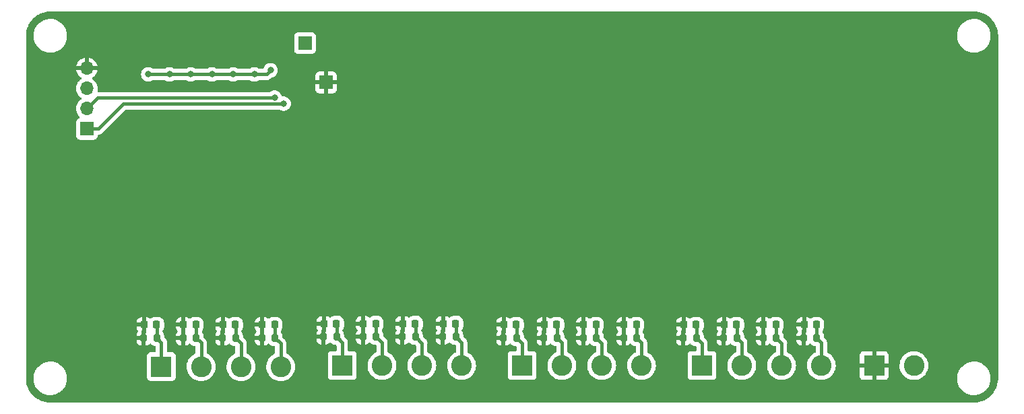
<source format=gbl>
%TF.GenerationSoftware,KiCad,Pcbnew,(6.0.0)*%
%TF.CreationDate,2022-10-09T23:28:55-04:00*%
%TF.ProjectId,i2c 24vout,69326320-3234-4766-9f75-742e6b696361,rev?*%
%TF.SameCoordinates,Original*%
%TF.FileFunction,Copper,L2,Bot*%
%TF.FilePolarity,Positive*%
%FSLAX46Y46*%
G04 Gerber Fmt 4.6, Leading zero omitted, Abs format (unit mm)*
G04 Created by KiCad (PCBNEW (6.0.0)) date 2022-10-09 23:28:55*
%MOMM*%
%LPD*%
G01*
G04 APERTURE LIST*
G04 Aperture macros list*
%AMRoundRect*
0 Rectangle with rounded corners*
0 $1 Rounding radius*
0 $2 $3 $4 $5 $6 $7 $8 $9 X,Y pos of 4 corners*
0 Add a 4 corners polygon primitive as box body*
4,1,4,$2,$3,$4,$5,$6,$7,$8,$9,$2,$3,0*
0 Add four circle primitives for the rounded corners*
1,1,$1+$1,$2,$3*
1,1,$1+$1,$4,$5*
1,1,$1+$1,$6,$7*
1,1,$1+$1,$8,$9*
0 Add four rect primitives between the rounded corners*
20,1,$1+$1,$2,$3,$4,$5,0*
20,1,$1+$1,$4,$5,$6,$7,0*
20,1,$1+$1,$6,$7,$8,$9,0*
20,1,$1+$1,$8,$9,$2,$3,0*%
G04 Aperture macros list end*
%TA.AperFunction,ComponentPad*%
%ADD10R,2.600000X2.600000*%
%TD*%
%TA.AperFunction,ComponentPad*%
%ADD11C,2.600000*%
%TD*%
%TA.AperFunction,ComponentPad*%
%ADD12R,1.700000X1.700000*%
%TD*%
%TA.AperFunction,ComponentPad*%
%ADD13O,1.700000X1.700000*%
%TD*%
%TA.AperFunction,SMDPad,CuDef*%
%ADD14RoundRect,0.200000X0.200000X0.275000X-0.200000X0.275000X-0.200000X-0.275000X0.200000X-0.275000X0*%
%TD*%
%TA.AperFunction,SMDPad,CuDef*%
%ADD15RoundRect,0.225000X0.225000X0.250000X-0.225000X0.250000X-0.225000X-0.250000X0.225000X-0.250000X0*%
%TD*%
%TA.AperFunction,ViaPad*%
%ADD16C,0.800000*%
%TD*%
%TA.AperFunction,Conductor*%
%ADD17C,0.400000*%
%TD*%
G04 APERTURE END LIST*
D10*
%TO.P,J1,1,Pin_1*%
%TO.N,GND*%
X197946000Y-125313000D03*
D11*
%TO.P,J1,2,Pin_2*%
%TO.N,+24V*%
X202946000Y-125313000D03*
%TD*%
D10*
%TO.P,J4,1,Pin_1*%
%TO.N,Net-(C9-Pad1)*%
X153703000Y-125313000D03*
D11*
%TO.P,J4,2,Pin_2*%
%TO.N,Net-(C10-Pad1)*%
X158703000Y-125313000D03*
%TO.P,J4,3,Pin_3*%
%TO.N,Net-(C11-Pad1)*%
X163703000Y-125313000D03*
%TO.P,J4,4,Pin_4*%
%TO.N,Net-(C12-Pad1)*%
X168703000Y-125313000D03*
%TD*%
D10*
%TO.P,J2,1,Pin_1*%
%TO.N,Net-(C1-Pad1)*%
X108364000Y-125440000D03*
D11*
%TO.P,J2,2,Pin_2*%
%TO.N,Net-(C2-Pad1)*%
X113364000Y-125440000D03*
%TO.P,J2,3,Pin_3*%
%TO.N,Net-(C3-Pad1)*%
X118364000Y-125440000D03*
%TO.P,J2,4,Pin_4*%
%TO.N,Net-(C4-Pad1)*%
X123364000Y-125440000D03*
%TD*%
D10*
%TO.P,J3,1,Pin_1*%
%TO.N,Net-(C5-Pad1)*%
X131097000Y-125313000D03*
D11*
%TO.P,J3,2,Pin_2*%
%TO.N,Net-(C6-Pad1)*%
X136097000Y-125313000D03*
%TO.P,J3,3,Pin_3*%
%TO.N,Net-(C7-Pad1)*%
X141097000Y-125313000D03*
%TO.P,J3,4,Pin_4*%
%TO.N,Net-(C8-Pad1)*%
X146097000Y-125313000D03*
%TD*%
D12*
%TO.P,J6,1,Pin_1*%
%TO.N,/scl*%
X99000000Y-95544000D03*
D13*
%TO.P,J6,2,Pin_2*%
%TO.N,/sda*%
X99000000Y-93004000D03*
%TO.P,J6,3,Pin_3*%
%TO.N,VCC*%
X99000000Y-90464000D03*
%TO.P,J6,4,Pin_4*%
%TO.N,GND*%
X99000000Y-87924000D03*
%TD*%
D10*
%TO.P,J5,1,Pin_1*%
%TO.N,Net-(C13-Pad1)*%
X176309000Y-125313000D03*
D11*
%TO.P,J5,2,Pin_2*%
%TO.N,Net-(C14-Pad1)*%
X181309000Y-125313000D03*
%TO.P,J5,3,Pin_3*%
%TO.N,Net-(C15-Pad1)*%
X186309000Y-125313000D03*
%TO.P,J5,4,Pin_4*%
%TO.N,Net-(C16-Pad1)*%
X191309000Y-125313000D03*
%TD*%
D12*
%TO.P,J9,1,Pin_1*%
%TO.N,GND*%
X129072000Y-89702000D03*
%TD*%
%TO.P,J8,1,Pin_1*%
%TO.N,VCC*%
X126405000Y-84749000D03*
%TD*%
D14*
%TO.P,R21,1*%
%TO.N,Net-(C5-Pad1)*%
X130405000Y-121706000D03*
%TO.P,R21,2*%
%TO.N,GND*%
X128755000Y-121706000D03*
%TD*%
D15*
%TO.P,C15,1*%
%TO.N,Net-(C15-Pad1)*%
X185600000Y-120182000D03*
%TO.P,C15,2*%
%TO.N,GND*%
X184050000Y-120182000D03*
%TD*%
%TO.P,C12,1*%
%TO.N,Net-(C12-Pad1)*%
X168074000Y-120182000D03*
%TO.P,C12,2*%
%TO.N,GND*%
X166524000Y-120182000D03*
%TD*%
D14*
%TO.P,R24,1*%
%TO.N,Net-(C8-Pad1)*%
X145391000Y-121706000D03*
%TO.P,R24,2*%
%TO.N,GND*%
X143741000Y-121706000D03*
%TD*%
D15*
%TO.P,C1,1*%
%TO.N,Net-(C1-Pad1)*%
X107749000Y-120182000D03*
%TO.P,C1,2*%
%TO.N,GND*%
X106199000Y-120182000D03*
%TD*%
%TO.P,C14,1*%
%TO.N,Net-(C14-Pad1)*%
X180647000Y-120182000D03*
%TO.P,C14,2*%
%TO.N,GND*%
X179097000Y-120182000D03*
%TD*%
D14*
%TO.P,R18,1*%
%TO.N,Net-(C2-Pad1)*%
X112752000Y-121833000D03*
%TO.P,R18,2*%
%TO.N,GND*%
X111102000Y-121833000D03*
%TD*%
%TO.P,R32,1*%
%TO.N,Net-(C16-Pad1)*%
X190730000Y-121833000D03*
%TO.P,R32,2*%
%TO.N,GND*%
X189080000Y-121833000D03*
%TD*%
D15*
%TO.P,C10,1*%
%TO.N,Net-(C10-Pad1)*%
X158041000Y-120182000D03*
%TO.P,C10,2*%
%TO.N,GND*%
X156491000Y-120182000D03*
%TD*%
%TO.P,C11,1*%
%TO.N,Net-(C11-Pad1)*%
X162994000Y-120182000D03*
%TO.P,C11,2*%
%TO.N,GND*%
X161444000Y-120182000D03*
%TD*%
D14*
%TO.P,R27,1*%
%TO.N,Net-(C11-Pad1)*%
X163044000Y-121833000D03*
%TO.P,R27,2*%
%TO.N,GND*%
X161394000Y-121833000D03*
%TD*%
D15*
%TO.P,C8,1*%
%TO.N,Net-(C8-Pad1)*%
X145341000Y-120055000D03*
%TO.P,C8,2*%
%TO.N,GND*%
X143791000Y-120055000D03*
%TD*%
%TO.P,C7,1*%
%TO.N,Net-(C7-Pad1)*%
X140261000Y-120055000D03*
%TO.P,C7,2*%
%TO.N,GND*%
X138711000Y-120055000D03*
%TD*%
D14*
%TO.P,R29,1*%
%TO.N,Net-(C13-Pad1)*%
X175617000Y-121833000D03*
%TO.P,R29,2*%
%TO.N,GND*%
X173967000Y-121833000D03*
%TD*%
%TO.P,R19,1*%
%TO.N,Net-(C3-Pad1)*%
X117705000Y-121833000D03*
%TO.P,R19,2*%
%TO.N,GND*%
X116055000Y-121833000D03*
%TD*%
%TO.P,R25,1*%
%TO.N,Net-(C9-Pad1)*%
X153011000Y-121833000D03*
%TO.P,R25,2*%
%TO.N,GND*%
X151361000Y-121833000D03*
%TD*%
D15*
%TO.P,C16,1*%
%TO.N,Net-(C16-Pad1)*%
X190693000Y-120182000D03*
%TO.P,C16,2*%
%TO.N,GND*%
X189143000Y-120182000D03*
%TD*%
D14*
%TO.P,R20,1*%
%TO.N,Net-(C4-Pad1)*%
X122658000Y-121833000D03*
%TO.P,R20,2*%
%TO.N,GND*%
X121008000Y-121833000D03*
%TD*%
D15*
%TO.P,C6,1*%
%TO.N,Net-(C6-Pad1)*%
X135308000Y-120055000D03*
%TO.P,C6,2*%
%TO.N,GND*%
X133758000Y-120055000D03*
%TD*%
D14*
%TO.P,R23,1*%
%TO.N,Net-(C7-Pad1)*%
X140311000Y-121706000D03*
%TO.P,R23,2*%
%TO.N,GND*%
X138661000Y-121706000D03*
%TD*%
D15*
%TO.P,C2,1*%
%TO.N,Net-(C2-Pad1)*%
X112702000Y-120182000D03*
%TO.P,C2,2*%
%TO.N,GND*%
X111152000Y-120182000D03*
%TD*%
%TO.P,C13,1*%
%TO.N,Net-(C13-Pad1)*%
X175567000Y-120182000D03*
%TO.P,C13,2*%
%TO.N,GND*%
X174017000Y-120182000D03*
%TD*%
D14*
%TO.P,R17,1*%
%TO.N,Net-(C1-Pad1)*%
X107799000Y-121833000D03*
%TO.P,R17,2*%
%TO.N,GND*%
X106149000Y-121833000D03*
%TD*%
%TO.P,R28,1*%
%TO.N,Net-(C12-Pad1)*%
X168124000Y-121833000D03*
%TO.P,R28,2*%
%TO.N,GND*%
X166474000Y-121833000D03*
%TD*%
%TO.P,R22,1*%
%TO.N,Net-(C6-Pad1)*%
X135358000Y-121706000D03*
%TO.P,R22,2*%
%TO.N,GND*%
X133708000Y-121706000D03*
%TD*%
D15*
%TO.P,C3,1*%
%TO.N,Net-(C3-Pad1)*%
X117655000Y-120182000D03*
%TO.P,C3,2*%
%TO.N,GND*%
X116105000Y-120182000D03*
%TD*%
%TO.P,C5,1*%
%TO.N,Net-(C5-Pad1)*%
X130355000Y-120055000D03*
%TO.P,C5,2*%
%TO.N,GND*%
X128805000Y-120055000D03*
%TD*%
D14*
%TO.P,R26,1*%
%TO.N,Net-(C10-Pad1)*%
X158091000Y-121833000D03*
%TO.P,R26,2*%
%TO.N,GND*%
X156441000Y-121833000D03*
%TD*%
D15*
%TO.P,C4,1*%
%TO.N,Net-(C4-Pad1)*%
X122608000Y-120182000D03*
%TO.P,C4,2*%
%TO.N,GND*%
X121058000Y-120182000D03*
%TD*%
D14*
%TO.P,R31,1*%
%TO.N,Net-(C15-Pad1)*%
X185650000Y-121833000D03*
%TO.P,R31,2*%
%TO.N,GND*%
X184000000Y-121833000D03*
%TD*%
%TO.P,R30,1*%
%TO.N,Net-(C14-Pad1)*%
X180697000Y-121833000D03*
%TO.P,R30,2*%
%TO.N,GND*%
X179047000Y-121833000D03*
%TD*%
D15*
%TO.P,C9,1*%
%TO.N,Net-(C9-Pad1)*%
X152961000Y-120182000D03*
%TO.P,C9,2*%
%TO.N,GND*%
X151411000Y-120182000D03*
%TD*%
D16*
%TO.N,VCC*%
X120055000Y-88686000D03*
X114721000Y-88686000D03*
X106720000Y-88686000D03*
X112054000Y-88686000D03*
X109387000Y-88686000D03*
X117388000Y-88686000D03*
X122087000Y-88178000D03*
%TO.N,/scl*%
X123738000Y-92369000D03*
%TO.N,/sda*%
X122595000Y-91607000D03*
%TD*%
D17*
%TO.N,Net-(C12-Pad1)*%
X168124000Y-120232000D02*
X168074000Y-120182000D01*
X168124000Y-121833000D02*
X168124000Y-120232000D01*
%TO.N,Net-(C1-Pad1)*%
X108364000Y-122398000D02*
X107799000Y-121833000D01*
X107799000Y-121833000D02*
X107799000Y-120232000D01*
X108364000Y-125440000D02*
X108364000Y-122398000D01*
X107799000Y-120232000D02*
X107749000Y-120182000D01*
%TO.N,Net-(C2-Pad1)*%
X112752000Y-120232000D02*
X112702000Y-120182000D01*
X112752000Y-121833000D02*
X112752000Y-120232000D01*
X113364000Y-125440000D02*
X113364000Y-122445000D01*
X113364000Y-122445000D02*
X112752000Y-121833000D01*
%TO.N,Net-(C3-Pad1)*%
X117705000Y-120232000D02*
X117655000Y-120182000D01*
X118364000Y-122492000D02*
X117705000Y-121833000D01*
X117705000Y-121833000D02*
X117705000Y-120232000D01*
X118364000Y-125440000D02*
X118364000Y-122492000D01*
%TO.N,Net-(C4-Pad1)*%
X122658000Y-120232000D02*
X122608000Y-120182000D01*
X123364000Y-125440000D02*
X123364000Y-122539000D01*
X123364000Y-122539000D02*
X122658000Y-121833000D01*
X122658000Y-121833000D02*
X122658000Y-120232000D01*
%TO.N,Net-(C5-Pad1)*%
X130405000Y-120105000D02*
X130355000Y-120055000D01*
X131097000Y-125313000D02*
X131097000Y-122398000D01*
X130405000Y-121706000D02*
X130405000Y-120105000D01*
X131097000Y-122398000D02*
X130405000Y-121706000D01*
%TO.N,Net-(C6-Pad1)*%
X136097000Y-122445000D02*
X135358000Y-121706000D01*
X135358000Y-121706000D02*
X135358000Y-120105000D01*
X135358000Y-120105000D02*
X135308000Y-120055000D01*
X136097000Y-125313000D02*
X136097000Y-122445000D01*
%TO.N,Net-(C7-Pad1)*%
X140311000Y-120105000D02*
X140261000Y-120055000D01*
X141097000Y-125313000D02*
X141097000Y-122492000D01*
X140311000Y-121706000D02*
X140311000Y-120105000D01*
X141097000Y-122492000D02*
X140311000Y-121706000D01*
%TO.N,Net-(C8-Pad1)*%
X146097000Y-122412000D02*
X145391000Y-121706000D01*
X145391000Y-120105000D02*
X145341000Y-120055000D01*
X145391000Y-121706000D02*
X145391000Y-120105000D01*
X146097000Y-125313000D02*
X146097000Y-122412000D01*
%TO.N,Net-(C9-Pad1)*%
X153703000Y-125313000D02*
X153703000Y-122525000D01*
X153011000Y-120232000D02*
X152961000Y-120182000D01*
X153011000Y-121833000D02*
X153011000Y-120232000D01*
X153703000Y-122525000D02*
X153011000Y-121833000D01*
%TO.N,Net-(C10-Pad1)*%
X158703000Y-122445000D02*
X158091000Y-121833000D01*
X158703000Y-125313000D02*
X158703000Y-122445000D01*
X158091000Y-121833000D02*
X158091000Y-120232000D01*
X158091000Y-120232000D02*
X158041000Y-120182000D01*
%TO.N,Net-(C11-Pad1)*%
X163703000Y-122492000D02*
X163044000Y-121833000D01*
X163044000Y-121833000D02*
X163044000Y-120232000D01*
X163044000Y-120232000D02*
X162994000Y-120182000D01*
X163703000Y-125313000D02*
X163703000Y-122492000D01*
%TO.N,Net-(C12-Pad1)*%
X168703000Y-125313000D02*
X168703000Y-122412000D01*
X168703000Y-122412000D02*
X168124000Y-121833000D01*
%TO.N,Net-(C13-Pad1)*%
X176309000Y-125313000D02*
X176309000Y-122525000D01*
X175617000Y-121833000D02*
X175617000Y-120232000D01*
X175617000Y-120232000D02*
X175567000Y-120182000D01*
X176309000Y-122525000D02*
X175617000Y-121833000D01*
%TO.N,Net-(C14-Pad1)*%
X181309000Y-125313000D02*
X181309000Y-122445000D01*
X180697000Y-121833000D02*
X180697000Y-120232000D01*
X181309000Y-122445000D02*
X180697000Y-121833000D01*
X180697000Y-120232000D02*
X180647000Y-120182000D01*
%TO.N,Net-(C15-Pad1)*%
X186309000Y-125313000D02*
X186309000Y-122492000D01*
X185650000Y-120232000D02*
X185600000Y-120182000D01*
X186309000Y-122492000D02*
X185650000Y-121833000D01*
X185650000Y-121833000D02*
X185650000Y-120232000D01*
%TO.N,Net-(C16-Pad1)*%
X191309000Y-122412000D02*
X190730000Y-121833000D01*
X190730000Y-120219000D02*
X190693000Y-120182000D01*
X190730000Y-121833000D02*
X190730000Y-120219000D01*
X191309000Y-125313000D02*
X191309000Y-122412000D01*
%TO.N,VCC*%
X120055000Y-88686000D02*
X121579000Y-88686000D01*
X121579000Y-88686000D02*
X122087000Y-88178000D01*
X106720000Y-88686000D02*
X120055000Y-88686000D01*
%TO.N,/scl*%
X123700489Y-92406511D02*
X103593489Y-92406511D01*
X100456000Y-95544000D02*
X99000000Y-95544000D01*
X123738000Y-92369000D02*
X123700489Y-92406511D01*
X103593489Y-92406511D02*
X100456000Y-95544000D01*
%TO.N,/sda*%
X100397000Y-91607000D02*
X99000000Y-93004000D01*
X122595000Y-91607000D02*
X100397000Y-91607000D01*
%TD*%
%TA.AperFunction,Conductor*%
%TO.N,GND*%
G36*
X210449057Y-80787500D02*
G01*
X210463858Y-80789805D01*
X210463861Y-80789805D01*
X210472730Y-80791186D01*
X210481631Y-80790022D01*
X210481635Y-80790022D01*
X210491411Y-80788743D01*
X210514342Y-80787852D01*
X210791003Y-80802351D01*
X210804119Y-80803729D01*
X211106193Y-80851573D01*
X211119093Y-80854315D01*
X211414510Y-80933472D01*
X211427053Y-80937548D01*
X211712565Y-81047145D01*
X211724614Y-81052509D01*
X211997120Y-81191358D01*
X212008536Y-81197949D01*
X212265042Y-81364526D01*
X212275702Y-81372272D01*
X212508689Y-81560941D01*
X212513379Y-81564739D01*
X212523180Y-81573564D01*
X212739436Y-81789820D01*
X212748261Y-81799621D01*
X212939519Y-82035804D01*
X212940726Y-82037295D01*
X212948474Y-82047958D01*
X213050833Y-82205577D01*
X213115048Y-82304459D01*
X213121642Y-82315880D01*
X213260491Y-82588386D01*
X213265855Y-82600435D01*
X213375452Y-82885947D01*
X213379528Y-82898490D01*
X213458685Y-83193907D01*
X213461427Y-83206807D01*
X213509271Y-83508881D01*
X213510649Y-83521997D01*
X213524238Y-83781285D01*
X213524764Y-83791330D01*
X213523436Y-83817312D01*
X213523195Y-83818856D01*
X213523195Y-83818860D01*
X213521814Y-83827730D01*
X213522978Y-83836632D01*
X213522978Y-83836635D01*
X213525936Y-83859251D01*
X213527000Y-83875589D01*
X213527000Y-126747965D01*
X213526112Y-126762894D01*
X213521917Y-126798050D01*
X213523398Y-126806903D01*
X213523398Y-126806905D01*
X213524987Y-126816403D01*
X213526694Y-126839440D01*
X213521665Y-127121131D01*
X213521616Y-127123851D01*
X213520655Y-127137297D01*
X213493637Y-127352406D01*
X213481644Y-127447887D01*
X213479251Y-127461152D01*
X213432130Y-127660556D01*
X213407262Y-127765790D01*
X213403463Y-127778728D01*
X213371785Y-127868524D01*
X213299326Y-128073919D01*
X213294165Y-128086379D01*
X213262418Y-128152734D01*
X213159069Y-128368746D01*
X213152605Y-128380584D01*
X212988101Y-128646892D01*
X212980408Y-128657972D01*
X212788377Y-128905171D01*
X212779549Y-128915360D01*
X212562194Y-129140616D01*
X212552328Y-129149801D01*
X212312137Y-129350535D01*
X212301339Y-129358618D01*
X212041077Y-129532519D01*
X212029477Y-129539402D01*
X211752110Y-129684491D01*
X211739843Y-129690093D01*
X211721051Y-129697487D01*
X211448561Y-129804699D01*
X211435763Y-129808958D01*
X211133893Y-129891772D01*
X211120722Y-129894638D01*
X210811717Y-129944711D01*
X210798308Y-129946152D01*
X210521577Y-129960985D01*
X210495450Y-129959666D01*
X210494831Y-129959570D01*
X210494141Y-129959462D01*
X210494139Y-129959462D01*
X210485270Y-129958081D01*
X210453750Y-129962203D01*
X210437413Y-129963267D01*
X157428316Y-129962231D01*
X94449328Y-129961000D01*
X94429948Y-129959500D01*
X94421962Y-129958257D01*
X94406270Y-129955814D01*
X94387589Y-129958257D01*
X94364658Y-129959148D01*
X94087997Y-129944649D01*
X94074881Y-129943271D01*
X93772807Y-129895427D01*
X93759907Y-129892685D01*
X93464490Y-129813528D01*
X93451947Y-129809452D01*
X93166435Y-129699855D01*
X93154386Y-129694491D01*
X92881880Y-129555642D01*
X92870464Y-129549051D01*
X92613958Y-129382474D01*
X92603295Y-129374726D01*
X92590943Y-129364723D01*
X92365621Y-129182261D01*
X92355820Y-129173436D01*
X92139564Y-128957180D01*
X92130739Y-128947379D01*
X92046791Y-128843712D01*
X91938272Y-128709702D01*
X91930526Y-128699042D01*
X91763949Y-128442536D01*
X91757358Y-128431120D01*
X91618509Y-128158614D01*
X91613145Y-128146565D01*
X91503548Y-127861053D01*
X91499472Y-127848510D01*
X91420315Y-127553093D01*
X91417573Y-127540193D01*
X91369729Y-127238119D01*
X91368351Y-127225002D01*
X91358955Y-127045703D01*
X92290743Y-127045703D01*
X92291302Y-127049947D01*
X92291302Y-127049951D01*
X92299855Y-127114913D01*
X92328268Y-127330734D01*
X92404129Y-127608036D01*
X92405813Y-127611984D01*
X92512051Y-127861053D01*
X92516923Y-127872476D01*
X92528693Y-127892142D01*
X92644943Y-128086381D01*
X92664561Y-128119161D01*
X92844313Y-128343528D01*
X93052851Y-128541423D01*
X93286317Y-128709186D01*
X93290112Y-128711195D01*
X93290113Y-128711196D01*
X93311869Y-128722715D01*
X93540392Y-128843712D01*
X93564699Y-128852607D01*
X93722902Y-128910501D01*
X93810373Y-128942511D01*
X94091264Y-129003755D01*
X94119841Y-129006004D01*
X94314282Y-129021307D01*
X94314291Y-129021307D01*
X94316739Y-129021500D01*
X94472271Y-129021500D01*
X94474407Y-129021354D01*
X94474418Y-129021354D01*
X94682548Y-129007165D01*
X94682554Y-129007164D01*
X94686825Y-129006873D01*
X94691020Y-129006004D01*
X94691022Y-129006004D01*
X94838195Y-128975526D01*
X94968342Y-128948574D01*
X95239343Y-128852607D01*
X95494812Y-128720750D01*
X95498313Y-128718289D01*
X95498317Y-128718287D01*
X95616607Y-128635151D01*
X95730023Y-128555441D01*
X95851518Y-128442541D01*
X95937479Y-128362661D01*
X95937481Y-128362658D01*
X95940622Y-128359740D01*
X96122713Y-128137268D01*
X96272927Y-127892142D01*
X96388483Y-127628898D01*
X96411894Y-127546715D01*
X96466068Y-127356534D01*
X96467244Y-127352406D01*
X96503634Y-127096713D01*
X96507146Y-127072036D01*
X96507146Y-127072034D01*
X96507751Y-127067784D01*
X96507802Y-127058229D01*
X96509235Y-126784583D01*
X96509235Y-126784576D01*
X96509257Y-126780297D01*
X96505001Y-126747965D01*
X96476956Y-126534947D01*
X96471732Y-126495266D01*
X96395871Y-126217964D01*
X96326260Y-126054765D01*
X96284763Y-125957476D01*
X96284761Y-125957472D01*
X96283077Y-125953524D01*
X96135439Y-125706839D01*
X95955687Y-125482472D01*
X95777101Y-125313000D01*
X95750258Y-125287527D01*
X95750255Y-125287525D01*
X95747149Y-125284577D01*
X95557064Y-125147987D01*
X95517172Y-125119321D01*
X95517171Y-125119320D01*
X95513683Y-125116814D01*
X95491843Y-125105250D01*
X95468654Y-125092972D01*
X95259608Y-124982288D01*
X94989627Y-124883489D01*
X94708736Y-124822245D01*
X94677685Y-124819801D01*
X94485718Y-124804693D01*
X94485709Y-124804693D01*
X94483261Y-124804500D01*
X94327729Y-124804500D01*
X94325593Y-124804646D01*
X94325582Y-124804646D01*
X94117452Y-124818835D01*
X94117446Y-124818836D01*
X94113175Y-124819127D01*
X94108980Y-124819996D01*
X94108978Y-124819996D01*
X93972416Y-124848277D01*
X93831658Y-124877426D01*
X93560657Y-124973393D01*
X93503808Y-125002735D01*
X93398034Y-125057329D01*
X93305188Y-125105250D01*
X93301687Y-125107711D01*
X93301683Y-125107713D01*
X93187582Y-125187905D01*
X93069977Y-125270559D01*
X93054892Y-125284577D01*
X92884237Y-125443160D01*
X92859378Y-125466260D01*
X92677287Y-125688732D01*
X92527073Y-125933858D01*
X92525347Y-125937791D01*
X92525346Y-125937792D01*
X92469707Y-126064542D01*
X92411517Y-126197102D01*
X92332756Y-126473594D01*
X92292249Y-126758216D01*
X92292227Y-126762505D01*
X92292226Y-126762512D01*
X92290765Y-127041417D01*
X92290743Y-127045703D01*
X91358955Y-127045703D01*
X91354236Y-126955666D01*
X91355564Y-126929688D01*
X91355805Y-126928144D01*
X91355805Y-126928140D01*
X91357186Y-126919270D01*
X91355931Y-126909669D01*
X91353064Y-126887749D01*
X91352000Y-126871411D01*
X91352000Y-122161696D01*
X105241001Y-122161696D01*
X105241264Y-122167454D01*
X105247132Y-122231315D01*
X105249743Y-122244351D01*
X105296715Y-122394243D01*
X105302921Y-122407988D01*
X105383824Y-122541574D01*
X105393131Y-122553443D01*
X105503557Y-122663869D01*
X105515426Y-122673176D01*
X105649012Y-122754079D01*
X105662757Y-122760285D01*
X105812644Y-122807256D01*
X105825694Y-122809869D01*
X105880586Y-122814913D01*
X105892124Y-122811525D01*
X105893329Y-122810135D01*
X105895000Y-122802452D01*
X105895000Y-122797884D01*
X106403000Y-122797884D01*
X106407475Y-122813123D01*
X106408865Y-122814328D01*
X106413294Y-122815291D01*
X106472315Y-122809868D01*
X106485351Y-122807257D01*
X106635243Y-122760285D01*
X106648988Y-122754079D01*
X106782574Y-122673176D01*
X106794443Y-122663869D01*
X106884551Y-122573761D01*
X106946863Y-122539735D01*
X107017678Y-122544800D01*
X107062741Y-122573761D01*
X107158619Y-122669639D01*
X107305301Y-122758472D01*
X107312548Y-122760743D01*
X107312550Y-122760744D01*
X107378836Y-122781517D01*
X107468938Y-122809753D01*
X107541030Y-122816377D01*
X107607034Y-122842528D01*
X107648422Y-122900212D01*
X107655500Y-122941848D01*
X107655500Y-123505500D01*
X107635498Y-123573621D01*
X107581842Y-123620114D01*
X107529500Y-123631500D01*
X107015866Y-123631500D01*
X106953684Y-123638255D01*
X106817295Y-123689385D01*
X106700739Y-123776739D01*
X106613385Y-123893295D01*
X106562255Y-124029684D01*
X106555500Y-124091866D01*
X106555500Y-126788134D01*
X106562255Y-126850316D01*
X106613385Y-126986705D01*
X106700739Y-127103261D01*
X106817295Y-127190615D01*
X106953684Y-127241745D01*
X107015866Y-127248500D01*
X109712134Y-127248500D01*
X109774316Y-127241745D01*
X109910705Y-127190615D01*
X110027261Y-127103261D01*
X110114615Y-126986705D01*
X110165745Y-126850316D01*
X110172500Y-126788134D01*
X110172500Y-124091866D01*
X110165745Y-124029684D01*
X110114615Y-123893295D01*
X110027261Y-123776739D01*
X109910705Y-123689385D01*
X109774316Y-123638255D01*
X109712134Y-123631500D01*
X109198500Y-123631500D01*
X109130379Y-123611498D01*
X109083886Y-123557842D01*
X109072500Y-123505500D01*
X109072500Y-122426927D01*
X109072792Y-122418358D01*
X109076210Y-122368225D01*
X109076210Y-122368221D01*
X109076726Y-122360648D01*
X109065736Y-122297681D01*
X109064775Y-122291165D01*
X109063702Y-122282298D01*
X109057102Y-122227758D01*
X109054419Y-122220657D01*
X109053778Y-122218048D01*
X109049313Y-122201728D01*
X109048548Y-122199195D01*
X109047243Y-122191717D01*
X109034065Y-122161696D01*
X110194001Y-122161696D01*
X110194264Y-122167454D01*
X110200132Y-122231315D01*
X110202743Y-122244351D01*
X110249715Y-122394243D01*
X110255921Y-122407988D01*
X110336824Y-122541574D01*
X110346131Y-122553443D01*
X110456557Y-122663869D01*
X110468426Y-122673176D01*
X110602012Y-122754079D01*
X110615757Y-122760285D01*
X110765644Y-122807256D01*
X110778694Y-122809869D01*
X110833586Y-122814913D01*
X110845124Y-122811525D01*
X110846329Y-122810135D01*
X110848000Y-122802452D01*
X110848000Y-122797884D01*
X111356000Y-122797884D01*
X111360475Y-122813123D01*
X111361865Y-122814328D01*
X111366294Y-122815291D01*
X111425315Y-122809868D01*
X111438351Y-122807257D01*
X111588243Y-122760285D01*
X111601988Y-122754079D01*
X111735574Y-122673176D01*
X111747443Y-122663869D01*
X111837551Y-122573761D01*
X111899863Y-122539735D01*
X111970678Y-122544800D01*
X112015741Y-122573761D01*
X112111619Y-122669639D01*
X112258301Y-122758472D01*
X112265548Y-122760743D01*
X112265550Y-122760744D01*
X112331836Y-122781517D01*
X112421938Y-122809753D01*
X112495365Y-122816500D01*
X112529500Y-122816500D01*
X112597621Y-122836502D01*
X112644114Y-122890158D01*
X112655500Y-122942500D01*
X112655500Y-123694446D01*
X112635498Y-123762567D01*
X112582252Y-123808872D01*
X112484763Y-123853815D01*
X112480854Y-123856378D01*
X112263881Y-123998631D01*
X112263876Y-123998635D01*
X112259968Y-124001197D01*
X112059426Y-124180188D01*
X111887544Y-124386854D01*
X111748096Y-124616656D01*
X111746287Y-124620970D01*
X111746285Y-124620974D01*
X111678442Y-124782763D01*
X111644148Y-124864545D01*
X111577981Y-125125077D01*
X111551050Y-125392526D01*
X111551274Y-125397192D01*
X111551274Y-125397197D01*
X111555531Y-125485814D01*
X111563947Y-125661019D01*
X111616388Y-125924656D01*
X111707220Y-126177646D01*
X111834450Y-126414431D01*
X111837241Y-126418168D01*
X111837245Y-126418175D01*
X111902899Y-126506096D01*
X111995281Y-126629810D01*
X111998590Y-126633090D01*
X111998595Y-126633096D01*
X112182863Y-126815762D01*
X112186180Y-126819050D01*
X112189942Y-126821808D01*
X112189945Y-126821811D01*
X112328635Y-126923502D01*
X112402954Y-126977995D01*
X112407089Y-126980171D01*
X112407093Y-126980173D01*
X112636698Y-127100975D01*
X112640840Y-127103154D01*
X112894613Y-127191775D01*
X112899206Y-127192647D01*
X113154109Y-127241042D01*
X113154112Y-127241042D01*
X113158698Y-127241913D01*
X113286370Y-127246929D01*
X113422625Y-127252283D01*
X113422630Y-127252283D01*
X113427293Y-127252466D01*
X113531607Y-127241042D01*
X113689844Y-127223713D01*
X113689850Y-127223712D01*
X113694497Y-127223203D01*
X113806302Y-127193767D01*
X113949918Y-127155956D01*
X113949920Y-127155955D01*
X113954441Y-127154765D01*
X113960337Y-127152232D01*
X114197120Y-127050502D01*
X114197122Y-127050501D01*
X114201414Y-127048657D01*
X114322099Y-126973975D01*
X114426017Y-126909669D01*
X114426021Y-126909666D01*
X114429990Y-126907210D01*
X114635149Y-126733530D01*
X114812382Y-126531434D01*
X114832909Y-126499522D01*
X114955269Y-126309291D01*
X114957797Y-126305361D01*
X115068199Y-126060278D01*
X115105287Y-125928775D01*
X115139893Y-125806072D01*
X115139894Y-125806069D01*
X115141163Y-125801568D01*
X115159043Y-125661019D01*
X115174688Y-125538045D01*
X115174688Y-125538041D01*
X115175086Y-125534915D01*
X115177571Y-125440000D01*
X115157650Y-125171937D01*
X115146020Y-125120538D01*
X115099361Y-124914331D01*
X115099360Y-124914326D01*
X115098327Y-124909763D01*
X115000902Y-124659238D01*
X114867518Y-124425864D01*
X114701105Y-124214769D01*
X114505317Y-124030591D01*
X114284457Y-123877374D01*
X114280278Y-123875313D01*
X114280271Y-123875309D01*
X114142771Y-123807502D01*
X114090523Y-123759434D01*
X114072500Y-123694496D01*
X114072500Y-122473927D01*
X114072792Y-122465358D01*
X114076210Y-122415225D01*
X114076210Y-122415221D01*
X114076726Y-122407648D01*
X114065736Y-122344681D01*
X114064775Y-122338165D01*
X114063702Y-122329298D01*
X114057102Y-122274758D01*
X114054419Y-122267657D01*
X114053778Y-122265048D01*
X114049309Y-122248715D01*
X114048548Y-122246195D01*
X114047243Y-122238717D01*
X114043994Y-122231315D01*
X114021559Y-122180204D01*
X114019068Y-122174099D01*
X114014381Y-122161696D01*
X115147001Y-122161696D01*
X115147264Y-122167454D01*
X115153132Y-122231315D01*
X115155743Y-122244351D01*
X115202715Y-122394243D01*
X115208921Y-122407988D01*
X115289824Y-122541574D01*
X115299131Y-122553443D01*
X115409557Y-122663869D01*
X115421426Y-122673176D01*
X115555012Y-122754079D01*
X115568757Y-122760285D01*
X115718644Y-122807256D01*
X115731694Y-122809869D01*
X115786586Y-122814913D01*
X115798124Y-122811525D01*
X115799329Y-122810135D01*
X115801000Y-122802452D01*
X115801000Y-122797884D01*
X116309000Y-122797884D01*
X116313475Y-122813123D01*
X116314865Y-122814328D01*
X116319294Y-122815291D01*
X116378315Y-122809868D01*
X116391351Y-122807257D01*
X116541243Y-122760285D01*
X116554988Y-122754079D01*
X116688574Y-122673176D01*
X116700443Y-122663869D01*
X116790551Y-122573761D01*
X116852863Y-122539735D01*
X116923678Y-122544800D01*
X116968741Y-122573761D01*
X117064619Y-122669639D01*
X117211301Y-122758472D01*
X117218548Y-122760743D01*
X117218550Y-122760744D01*
X117284836Y-122781517D01*
X117374938Y-122809753D01*
X117448365Y-122816500D01*
X117529500Y-122816500D01*
X117597621Y-122836502D01*
X117644114Y-122890158D01*
X117655500Y-122942500D01*
X117655500Y-123694446D01*
X117635498Y-123762567D01*
X117582252Y-123808872D01*
X117484763Y-123853815D01*
X117480854Y-123856378D01*
X117263881Y-123998631D01*
X117263876Y-123998635D01*
X117259968Y-124001197D01*
X117059426Y-124180188D01*
X116887544Y-124386854D01*
X116748096Y-124616656D01*
X116746287Y-124620970D01*
X116746285Y-124620974D01*
X116678442Y-124782763D01*
X116644148Y-124864545D01*
X116577981Y-125125077D01*
X116551050Y-125392526D01*
X116551274Y-125397192D01*
X116551274Y-125397197D01*
X116555531Y-125485814D01*
X116563947Y-125661019D01*
X116616388Y-125924656D01*
X116707220Y-126177646D01*
X116834450Y-126414431D01*
X116837241Y-126418168D01*
X116837245Y-126418175D01*
X116902899Y-126506096D01*
X116995281Y-126629810D01*
X116998590Y-126633090D01*
X116998595Y-126633096D01*
X117182863Y-126815762D01*
X117186180Y-126819050D01*
X117189942Y-126821808D01*
X117189945Y-126821811D01*
X117328635Y-126923502D01*
X117402954Y-126977995D01*
X117407089Y-126980171D01*
X117407093Y-126980173D01*
X117636698Y-127100975D01*
X117640840Y-127103154D01*
X117894613Y-127191775D01*
X117899206Y-127192647D01*
X118154109Y-127241042D01*
X118154112Y-127241042D01*
X118158698Y-127241913D01*
X118286370Y-127246929D01*
X118422625Y-127252283D01*
X118422630Y-127252283D01*
X118427293Y-127252466D01*
X118531607Y-127241042D01*
X118689844Y-127223713D01*
X118689850Y-127223712D01*
X118694497Y-127223203D01*
X118806302Y-127193767D01*
X118949918Y-127155956D01*
X118949920Y-127155955D01*
X118954441Y-127154765D01*
X118960337Y-127152232D01*
X119197120Y-127050502D01*
X119197122Y-127050501D01*
X119201414Y-127048657D01*
X119322099Y-126973975D01*
X119426017Y-126909669D01*
X119426021Y-126909666D01*
X119429990Y-126907210D01*
X119635149Y-126733530D01*
X119812382Y-126531434D01*
X119832909Y-126499522D01*
X119955269Y-126309291D01*
X119957797Y-126305361D01*
X120068199Y-126060278D01*
X120105287Y-125928775D01*
X120139893Y-125806072D01*
X120139894Y-125806069D01*
X120141163Y-125801568D01*
X120159043Y-125661019D01*
X120174688Y-125538045D01*
X120174688Y-125538041D01*
X120175086Y-125534915D01*
X120177571Y-125440000D01*
X120157650Y-125171937D01*
X120146020Y-125120538D01*
X120099361Y-124914331D01*
X120099360Y-124914326D01*
X120098327Y-124909763D01*
X120000902Y-124659238D01*
X119867518Y-124425864D01*
X119701105Y-124214769D01*
X119505317Y-124030591D01*
X119284457Y-123877374D01*
X119280278Y-123875313D01*
X119280271Y-123875309D01*
X119142771Y-123807502D01*
X119090523Y-123759434D01*
X119072500Y-123694496D01*
X119072500Y-122520927D01*
X119072792Y-122512358D01*
X119076210Y-122462225D01*
X119076210Y-122462221D01*
X119076726Y-122454648D01*
X119065736Y-122391681D01*
X119064775Y-122385165D01*
X119063502Y-122374648D01*
X119057102Y-122321758D01*
X119054419Y-122314657D01*
X119053778Y-122312048D01*
X119049309Y-122295715D01*
X119048548Y-122293195D01*
X119047243Y-122285717D01*
X119044191Y-122278764D01*
X119021559Y-122227204D01*
X119019068Y-122221099D01*
X118999175Y-122168456D01*
X118999173Y-122168452D01*
X118996620Y-122161696D01*
X120100001Y-122161696D01*
X120100264Y-122167454D01*
X120106132Y-122231315D01*
X120108743Y-122244351D01*
X120155715Y-122394243D01*
X120161921Y-122407988D01*
X120242824Y-122541574D01*
X120252131Y-122553443D01*
X120362557Y-122663869D01*
X120374426Y-122673176D01*
X120508012Y-122754079D01*
X120521757Y-122760285D01*
X120671644Y-122807256D01*
X120684694Y-122809869D01*
X120739586Y-122814913D01*
X120751124Y-122811525D01*
X120752329Y-122810135D01*
X120754000Y-122802452D01*
X120754000Y-122797884D01*
X121262000Y-122797884D01*
X121266475Y-122813123D01*
X121267865Y-122814328D01*
X121272294Y-122815291D01*
X121331315Y-122809868D01*
X121344351Y-122807257D01*
X121494243Y-122760285D01*
X121507988Y-122754079D01*
X121641574Y-122673176D01*
X121653443Y-122663869D01*
X121743551Y-122573761D01*
X121805863Y-122539735D01*
X121876678Y-122544800D01*
X121921741Y-122573761D01*
X122017619Y-122669639D01*
X122164301Y-122758472D01*
X122171548Y-122760743D01*
X122171550Y-122760744D01*
X122237836Y-122781517D01*
X122327938Y-122809753D01*
X122401365Y-122816500D01*
X122529500Y-122816500D01*
X122597621Y-122836502D01*
X122644114Y-122890158D01*
X122655500Y-122942500D01*
X122655500Y-123694446D01*
X122635498Y-123762567D01*
X122582252Y-123808872D01*
X122484763Y-123853815D01*
X122480854Y-123856378D01*
X122263881Y-123998631D01*
X122263876Y-123998635D01*
X122259968Y-124001197D01*
X122059426Y-124180188D01*
X121887544Y-124386854D01*
X121748096Y-124616656D01*
X121746287Y-124620970D01*
X121746285Y-124620974D01*
X121678442Y-124782763D01*
X121644148Y-124864545D01*
X121577981Y-125125077D01*
X121551050Y-125392526D01*
X121551274Y-125397192D01*
X121551274Y-125397197D01*
X121555531Y-125485814D01*
X121563947Y-125661019D01*
X121616388Y-125924656D01*
X121707220Y-126177646D01*
X121834450Y-126414431D01*
X121837241Y-126418168D01*
X121837245Y-126418175D01*
X121902899Y-126506096D01*
X121995281Y-126629810D01*
X121998590Y-126633090D01*
X121998595Y-126633096D01*
X122182863Y-126815762D01*
X122186180Y-126819050D01*
X122189942Y-126821808D01*
X122189945Y-126821811D01*
X122328635Y-126923502D01*
X122402954Y-126977995D01*
X122407089Y-126980171D01*
X122407093Y-126980173D01*
X122636698Y-127100975D01*
X122640840Y-127103154D01*
X122894613Y-127191775D01*
X122899206Y-127192647D01*
X123154109Y-127241042D01*
X123154112Y-127241042D01*
X123158698Y-127241913D01*
X123286370Y-127246929D01*
X123422625Y-127252283D01*
X123422630Y-127252283D01*
X123427293Y-127252466D01*
X123531607Y-127241042D01*
X123689844Y-127223713D01*
X123689850Y-127223712D01*
X123694497Y-127223203D01*
X123806302Y-127193767D01*
X123949918Y-127155956D01*
X123949920Y-127155955D01*
X123954441Y-127154765D01*
X123960337Y-127152232D01*
X124197120Y-127050502D01*
X124197122Y-127050501D01*
X124201414Y-127048657D01*
X124322099Y-126973975D01*
X124426017Y-126909669D01*
X124426021Y-126909666D01*
X124429990Y-126907210D01*
X124635149Y-126733530D01*
X124812382Y-126531434D01*
X124832909Y-126499522D01*
X124955269Y-126309291D01*
X124957797Y-126305361D01*
X125068199Y-126060278D01*
X125105287Y-125928775D01*
X125139893Y-125806072D01*
X125139894Y-125806069D01*
X125141163Y-125801568D01*
X125159043Y-125661019D01*
X125174688Y-125538045D01*
X125174688Y-125538041D01*
X125175086Y-125534915D01*
X125177571Y-125440000D01*
X125157650Y-125171937D01*
X125146020Y-125120538D01*
X125099361Y-124914331D01*
X125099360Y-124914326D01*
X125098327Y-124909763D01*
X125000902Y-124659238D01*
X124867518Y-124425864D01*
X124701105Y-124214769D01*
X124505317Y-124030591D01*
X124284457Y-123877374D01*
X124280278Y-123875313D01*
X124280271Y-123875309D01*
X124142771Y-123807502D01*
X124090523Y-123759434D01*
X124072500Y-123694496D01*
X124072500Y-122567927D01*
X124072792Y-122559358D01*
X124076210Y-122509225D01*
X124076210Y-122509221D01*
X124076726Y-122501648D01*
X124065736Y-122438681D01*
X124064775Y-122432165D01*
X124059087Y-122385165D01*
X124057102Y-122368758D01*
X124054419Y-122361657D01*
X124053778Y-122359048D01*
X124049309Y-122342715D01*
X124048548Y-122340195D01*
X124047243Y-122332717D01*
X124044191Y-122325764D01*
X124021559Y-122274204D01*
X124019068Y-122268099D01*
X123999175Y-122215456D01*
X123999173Y-122215452D01*
X123996487Y-122208344D01*
X123992184Y-122202083D01*
X123990947Y-122199717D01*
X123982720Y-122184937D01*
X123981369Y-122182652D01*
X123978315Y-122175695D01*
X123973695Y-122169675D01*
X123973692Y-122169669D01*
X123945710Y-122133204D01*
X123939413Y-122124998D01*
X123935541Y-122119668D01*
X123903661Y-122073280D01*
X123903656Y-122073275D01*
X123899357Y-122067019D01*
X123890043Y-122058720D01*
X123863077Y-122034695D01*
X127847001Y-122034695D01*
X127847264Y-122040454D01*
X127853132Y-122104315D01*
X127855743Y-122117351D01*
X127902715Y-122267243D01*
X127908921Y-122280988D01*
X127989824Y-122414574D01*
X127999131Y-122426443D01*
X128109557Y-122536869D01*
X128121426Y-122546176D01*
X128255012Y-122627079D01*
X128268757Y-122633285D01*
X128418644Y-122680256D01*
X128431694Y-122682869D01*
X128486586Y-122687913D01*
X128498124Y-122684525D01*
X128499329Y-122683135D01*
X128501000Y-122675452D01*
X128501000Y-122670884D01*
X129009000Y-122670884D01*
X129013475Y-122686123D01*
X129014865Y-122687328D01*
X129019294Y-122688291D01*
X129078315Y-122682868D01*
X129091351Y-122680257D01*
X129241243Y-122633285D01*
X129254988Y-122627079D01*
X129388574Y-122546176D01*
X129400443Y-122536869D01*
X129490551Y-122446761D01*
X129552863Y-122412735D01*
X129623678Y-122417800D01*
X129668741Y-122446761D01*
X129764619Y-122542639D01*
X129911301Y-122631472D01*
X129918548Y-122633743D01*
X129918550Y-122633744D01*
X129984836Y-122654517D01*
X130074938Y-122682753D01*
X130148365Y-122689500D01*
X130262500Y-122689500D01*
X130330621Y-122709502D01*
X130377114Y-122763158D01*
X130388500Y-122815500D01*
X130388500Y-123378500D01*
X130368498Y-123446621D01*
X130314842Y-123493114D01*
X130262500Y-123504500D01*
X129748866Y-123504500D01*
X129686684Y-123511255D01*
X129550295Y-123562385D01*
X129433739Y-123649739D01*
X129346385Y-123766295D01*
X129295255Y-123902684D01*
X129288500Y-123964866D01*
X129288500Y-126661134D01*
X129295255Y-126723316D01*
X129346385Y-126859705D01*
X129433739Y-126976261D01*
X129550295Y-127063615D01*
X129686684Y-127114745D01*
X129748866Y-127121500D01*
X132445134Y-127121500D01*
X132507316Y-127114745D01*
X132643705Y-127063615D01*
X132760261Y-126976261D01*
X132847615Y-126859705D01*
X132898745Y-126723316D01*
X132905500Y-126661134D01*
X132905500Y-123964866D01*
X132898745Y-123902684D01*
X132847615Y-123766295D01*
X132760261Y-123649739D01*
X132643705Y-123562385D01*
X132507316Y-123511255D01*
X132445134Y-123504500D01*
X131931500Y-123504500D01*
X131863379Y-123484498D01*
X131816886Y-123430842D01*
X131805500Y-123378500D01*
X131805500Y-122426927D01*
X131805792Y-122418358D01*
X131809210Y-122368225D01*
X131809210Y-122368221D01*
X131809726Y-122360648D01*
X131798736Y-122297681D01*
X131797775Y-122291165D01*
X131796702Y-122282298D01*
X131790102Y-122227758D01*
X131787419Y-122220657D01*
X131786778Y-122218048D01*
X131782309Y-122201715D01*
X131781548Y-122199195D01*
X131780243Y-122191717D01*
X131774608Y-122178879D01*
X131754559Y-122133204D01*
X131752068Y-122127099D01*
X131732175Y-122074456D01*
X131732173Y-122074452D01*
X131729487Y-122067344D01*
X131725184Y-122061083D01*
X131723947Y-122058717D01*
X131715720Y-122043937D01*
X131714369Y-122041652D01*
X131711315Y-122034695D01*
X132800001Y-122034695D01*
X132800264Y-122040454D01*
X132806132Y-122104315D01*
X132808743Y-122117351D01*
X132855715Y-122267243D01*
X132861921Y-122280988D01*
X132942824Y-122414574D01*
X132952131Y-122426443D01*
X133062557Y-122536869D01*
X133074426Y-122546176D01*
X133208012Y-122627079D01*
X133221757Y-122633285D01*
X133371644Y-122680256D01*
X133384694Y-122682869D01*
X133439586Y-122687913D01*
X133451124Y-122684525D01*
X133452329Y-122683135D01*
X133454000Y-122675452D01*
X133454000Y-122670884D01*
X133962000Y-122670884D01*
X133966475Y-122686123D01*
X133967865Y-122687328D01*
X133972294Y-122688291D01*
X134031315Y-122682868D01*
X134044351Y-122680257D01*
X134194243Y-122633285D01*
X134207988Y-122627079D01*
X134341574Y-122546176D01*
X134353443Y-122536869D01*
X134443551Y-122446761D01*
X134505863Y-122412735D01*
X134576678Y-122417800D01*
X134621741Y-122446761D01*
X134717619Y-122542639D01*
X134864301Y-122631472D01*
X134871548Y-122633743D01*
X134871550Y-122633744D01*
X134937836Y-122654517D01*
X135027938Y-122682753D01*
X135101365Y-122689500D01*
X135262500Y-122689500D01*
X135330621Y-122709502D01*
X135377114Y-122763158D01*
X135388500Y-122815500D01*
X135388500Y-123567446D01*
X135368498Y-123635567D01*
X135315252Y-123681872D01*
X135217763Y-123726815D01*
X135213854Y-123729378D01*
X134996881Y-123871631D01*
X134996876Y-123871635D01*
X134992968Y-123874197D01*
X134986425Y-123880037D01*
X134814152Y-124033797D01*
X134792426Y-124053188D01*
X134620544Y-124259854D01*
X134481096Y-124489656D01*
X134377148Y-124737545D01*
X134310981Y-124998077D01*
X134284050Y-125265526D01*
X134284274Y-125270192D01*
X134284274Y-125270197D01*
X134286179Y-125309851D01*
X134296947Y-125534019D01*
X134349388Y-125797656D01*
X134440220Y-126050646D01*
X134442432Y-126054762D01*
X134442433Y-126054765D01*
X134506094Y-126173242D01*
X134567450Y-126287431D01*
X134570241Y-126291168D01*
X134570245Y-126291175D01*
X134662285Y-126414431D01*
X134728281Y-126502810D01*
X134731590Y-126506090D01*
X134731595Y-126506096D01*
X134915863Y-126688762D01*
X134919180Y-126692050D01*
X134922942Y-126694808D01*
X134922945Y-126694811D01*
X135039534Y-126780297D01*
X135135954Y-126850995D01*
X135140089Y-126853171D01*
X135140093Y-126853173D01*
X135369698Y-126973975D01*
X135373840Y-126976154D01*
X135516346Y-127025919D01*
X135560726Y-127041417D01*
X135627613Y-127064775D01*
X135632206Y-127065647D01*
X135887109Y-127114042D01*
X135887112Y-127114042D01*
X135891698Y-127114913D01*
X136019370Y-127119929D01*
X136155625Y-127125283D01*
X136155630Y-127125283D01*
X136160293Y-127125466D01*
X136264607Y-127114042D01*
X136422844Y-127096713D01*
X136422850Y-127096712D01*
X136427497Y-127096203D01*
X136432021Y-127095012D01*
X136682918Y-127028956D01*
X136682920Y-127028955D01*
X136687441Y-127027765D01*
X136795626Y-126981285D01*
X136930120Y-126923502D01*
X136930122Y-126923501D01*
X136934414Y-126921657D01*
X137086013Y-126827845D01*
X137159017Y-126782669D01*
X137159021Y-126782666D01*
X137162990Y-126780210D01*
X137368149Y-126606530D01*
X137545382Y-126404434D01*
X137690797Y-126178361D01*
X137801199Y-125933278D01*
X137838345Y-125801568D01*
X137872893Y-125679072D01*
X137872894Y-125679069D01*
X137874163Y-125674568D01*
X137892331Y-125531758D01*
X137907688Y-125411045D01*
X137907688Y-125411041D01*
X137908086Y-125407915D01*
X137910571Y-125313000D01*
X137890650Y-125044937D01*
X137879020Y-124993538D01*
X137832361Y-124787331D01*
X137832360Y-124787326D01*
X137831327Y-124782763D01*
X137733902Y-124532238D01*
X137600518Y-124298864D01*
X137434105Y-124087769D01*
X137238317Y-123903591D01*
X137017457Y-123750374D01*
X137013278Y-123748313D01*
X137013271Y-123748309D01*
X136875771Y-123680502D01*
X136823523Y-123632434D01*
X136805500Y-123567496D01*
X136805500Y-122473927D01*
X136805792Y-122465358D01*
X136809210Y-122415225D01*
X136809210Y-122415221D01*
X136809726Y-122407648D01*
X136798736Y-122344681D01*
X136797775Y-122338165D01*
X136796702Y-122329298D01*
X136790102Y-122274758D01*
X136787419Y-122267657D01*
X136786778Y-122265048D01*
X136782309Y-122248715D01*
X136781548Y-122246195D01*
X136780243Y-122238717D01*
X136776994Y-122231315D01*
X136754559Y-122180204D01*
X136752068Y-122174099D01*
X136732175Y-122121456D01*
X136732173Y-122121452D01*
X136729487Y-122114344D01*
X136725184Y-122108083D01*
X136723947Y-122105717D01*
X136715720Y-122090937D01*
X136714369Y-122088652D01*
X136711315Y-122081695D01*
X136706695Y-122075675D01*
X136706692Y-122075669D01*
X136675250Y-122034695D01*
X137753001Y-122034695D01*
X137753264Y-122040454D01*
X137759132Y-122104315D01*
X137761743Y-122117351D01*
X137808715Y-122267243D01*
X137814921Y-122280988D01*
X137895824Y-122414574D01*
X137905131Y-122426443D01*
X138015557Y-122536869D01*
X138027426Y-122546176D01*
X138161012Y-122627079D01*
X138174757Y-122633285D01*
X138324644Y-122680256D01*
X138337694Y-122682869D01*
X138392586Y-122687913D01*
X138404124Y-122684525D01*
X138405329Y-122683135D01*
X138407000Y-122675452D01*
X138407000Y-122670884D01*
X138915000Y-122670884D01*
X138919475Y-122686123D01*
X138920865Y-122687328D01*
X138925294Y-122688291D01*
X138984315Y-122682868D01*
X138997351Y-122680257D01*
X139147243Y-122633285D01*
X139160988Y-122627079D01*
X139294574Y-122546176D01*
X139306443Y-122536869D01*
X139396551Y-122446761D01*
X139458863Y-122412735D01*
X139529678Y-122417800D01*
X139574741Y-122446761D01*
X139670619Y-122542639D01*
X139817301Y-122631472D01*
X139824548Y-122633743D01*
X139824550Y-122633744D01*
X139890836Y-122654517D01*
X139980938Y-122682753D01*
X140054365Y-122689500D01*
X140240340Y-122689500D01*
X140308461Y-122709502D01*
X140329435Y-122726405D01*
X140351595Y-122748565D01*
X140385621Y-122810877D01*
X140388500Y-122837660D01*
X140388500Y-123567446D01*
X140368498Y-123635567D01*
X140315252Y-123681872D01*
X140217763Y-123726815D01*
X140213854Y-123729378D01*
X139996881Y-123871631D01*
X139996876Y-123871635D01*
X139992968Y-123874197D01*
X139986425Y-123880037D01*
X139814152Y-124033797D01*
X139792426Y-124053188D01*
X139620544Y-124259854D01*
X139481096Y-124489656D01*
X139377148Y-124737545D01*
X139310981Y-124998077D01*
X139284050Y-125265526D01*
X139284274Y-125270192D01*
X139284274Y-125270197D01*
X139286179Y-125309851D01*
X139296947Y-125534019D01*
X139349388Y-125797656D01*
X139440220Y-126050646D01*
X139442432Y-126054762D01*
X139442433Y-126054765D01*
X139506094Y-126173242D01*
X139567450Y-126287431D01*
X139570241Y-126291168D01*
X139570245Y-126291175D01*
X139662285Y-126414431D01*
X139728281Y-126502810D01*
X139731590Y-126506090D01*
X139731595Y-126506096D01*
X139915863Y-126688762D01*
X139919180Y-126692050D01*
X139922942Y-126694808D01*
X139922945Y-126694811D01*
X140039534Y-126780297D01*
X140135954Y-126850995D01*
X140140089Y-126853171D01*
X140140093Y-126853173D01*
X140369698Y-126973975D01*
X140373840Y-126976154D01*
X140516346Y-127025919D01*
X140560726Y-127041417D01*
X140627613Y-127064775D01*
X140632206Y-127065647D01*
X140887109Y-127114042D01*
X140887112Y-127114042D01*
X140891698Y-127114913D01*
X141019370Y-127119929D01*
X141155625Y-127125283D01*
X141155630Y-127125283D01*
X141160293Y-127125466D01*
X141264607Y-127114042D01*
X141422844Y-127096713D01*
X141422850Y-127096712D01*
X141427497Y-127096203D01*
X141432021Y-127095012D01*
X141682918Y-127028956D01*
X141682920Y-127028955D01*
X141687441Y-127027765D01*
X141795626Y-126981285D01*
X141930120Y-126923502D01*
X141930122Y-126923501D01*
X141934414Y-126921657D01*
X142086013Y-126827845D01*
X142159017Y-126782669D01*
X142159021Y-126782666D01*
X142162990Y-126780210D01*
X142368149Y-126606530D01*
X142545382Y-126404434D01*
X142690797Y-126178361D01*
X142801199Y-125933278D01*
X142838345Y-125801568D01*
X142872893Y-125679072D01*
X142872894Y-125679069D01*
X142874163Y-125674568D01*
X142892331Y-125531758D01*
X142907688Y-125411045D01*
X142907688Y-125411041D01*
X142908086Y-125407915D01*
X142910571Y-125313000D01*
X142890650Y-125044937D01*
X142879020Y-124993538D01*
X142832361Y-124787331D01*
X142832360Y-124787326D01*
X142831327Y-124782763D01*
X142733902Y-124532238D01*
X142600518Y-124298864D01*
X142434105Y-124087769D01*
X142238317Y-123903591D01*
X142017457Y-123750374D01*
X142013278Y-123748313D01*
X142013271Y-123748309D01*
X141875771Y-123680502D01*
X141823523Y-123632434D01*
X141805500Y-123567496D01*
X141805500Y-122520927D01*
X141805792Y-122512358D01*
X141809210Y-122462225D01*
X141809210Y-122462221D01*
X141809726Y-122454648D01*
X141798736Y-122391681D01*
X141797775Y-122385165D01*
X141796502Y-122374648D01*
X141790102Y-122321758D01*
X141787419Y-122314657D01*
X141786778Y-122312048D01*
X141782309Y-122295715D01*
X141781548Y-122293195D01*
X141780243Y-122285717D01*
X141777191Y-122278764D01*
X141754559Y-122227204D01*
X141752068Y-122221099D01*
X141732175Y-122168456D01*
X141732173Y-122168452D01*
X141729487Y-122161344D01*
X141725184Y-122155083D01*
X141723947Y-122152717D01*
X141715720Y-122137937D01*
X141714369Y-122135652D01*
X141711315Y-122128695D01*
X141706695Y-122122675D01*
X141706692Y-122122669D01*
X141682342Y-122090937D01*
X141672413Y-122077998D01*
X141668541Y-122072668D01*
X141642444Y-122034695D01*
X142833001Y-122034695D01*
X142833264Y-122040454D01*
X142839132Y-122104315D01*
X142841743Y-122117351D01*
X142888715Y-122267243D01*
X142894921Y-122280988D01*
X142975824Y-122414574D01*
X142985131Y-122426443D01*
X143095557Y-122536869D01*
X143107426Y-122546176D01*
X143241012Y-122627079D01*
X143254757Y-122633285D01*
X143404644Y-122680256D01*
X143417694Y-122682869D01*
X143472586Y-122687913D01*
X143484124Y-122684525D01*
X143485329Y-122683135D01*
X143487000Y-122675452D01*
X143487000Y-122670884D01*
X143995000Y-122670884D01*
X143999475Y-122686123D01*
X144000865Y-122687328D01*
X144005294Y-122688291D01*
X144064315Y-122682868D01*
X144077351Y-122680257D01*
X144227243Y-122633285D01*
X144240988Y-122627079D01*
X144374574Y-122546176D01*
X144386443Y-122536869D01*
X144476551Y-122446761D01*
X144538863Y-122412735D01*
X144609678Y-122417800D01*
X144654741Y-122446761D01*
X144750619Y-122542639D01*
X144897301Y-122631472D01*
X144904548Y-122633743D01*
X144904550Y-122633744D01*
X144970836Y-122654517D01*
X145060938Y-122682753D01*
X145134365Y-122689500D01*
X145262500Y-122689500D01*
X145330621Y-122709502D01*
X145377114Y-122763158D01*
X145388500Y-122815500D01*
X145388500Y-123567446D01*
X145368498Y-123635567D01*
X145315252Y-123681872D01*
X145217763Y-123726815D01*
X145213854Y-123729378D01*
X144996881Y-123871631D01*
X144996876Y-123871635D01*
X144992968Y-123874197D01*
X144986425Y-123880037D01*
X144814152Y-124033797D01*
X144792426Y-124053188D01*
X144620544Y-124259854D01*
X144481096Y-124489656D01*
X144377148Y-124737545D01*
X144310981Y-124998077D01*
X144284050Y-125265526D01*
X144284274Y-125270192D01*
X144284274Y-125270197D01*
X144286179Y-125309851D01*
X144296947Y-125534019D01*
X144349388Y-125797656D01*
X144440220Y-126050646D01*
X144442432Y-126054762D01*
X144442433Y-126054765D01*
X144506094Y-126173242D01*
X144567450Y-126287431D01*
X144570241Y-126291168D01*
X144570245Y-126291175D01*
X144662285Y-126414431D01*
X144728281Y-126502810D01*
X144731590Y-126506090D01*
X144731595Y-126506096D01*
X144915863Y-126688762D01*
X144919180Y-126692050D01*
X144922942Y-126694808D01*
X144922945Y-126694811D01*
X145039534Y-126780297D01*
X145135954Y-126850995D01*
X145140089Y-126853171D01*
X145140093Y-126853173D01*
X145369698Y-126973975D01*
X145373840Y-126976154D01*
X145516346Y-127025919D01*
X145560726Y-127041417D01*
X145627613Y-127064775D01*
X145632206Y-127065647D01*
X145887109Y-127114042D01*
X145887112Y-127114042D01*
X145891698Y-127114913D01*
X146019370Y-127119929D01*
X146155625Y-127125283D01*
X146155630Y-127125283D01*
X146160293Y-127125466D01*
X146264607Y-127114042D01*
X146422844Y-127096713D01*
X146422850Y-127096712D01*
X146427497Y-127096203D01*
X146432021Y-127095012D01*
X146682918Y-127028956D01*
X146682920Y-127028955D01*
X146687441Y-127027765D01*
X146795626Y-126981285D01*
X146930120Y-126923502D01*
X146930122Y-126923501D01*
X146934414Y-126921657D01*
X147086013Y-126827845D01*
X147159017Y-126782669D01*
X147159021Y-126782666D01*
X147162990Y-126780210D01*
X147368149Y-126606530D01*
X147545382Y-126404434D01*
X147690797Y-126178361D01*
X147801199Y-125933278D01*
X147838345Y-125801568D01*
X147872893Y-125679072D01*
X147872894Y-125679069D01*
X147874163Y-125674568D01*
X147892331Y-125531758D01*
X147907688Y-125411045D01*
X147907688Y-125411041D01*
X147908086Y-125407915D01*
X147910571Y-125313000D01*
X147890650Y-125044937D01*
X147879020Y-124993538D01*
X147832361Y-124787331D01*
X147832360Y-124787326D01*
X147831327Y-124782763D01*
X147733902Y-124532238D01*
X147600518Y-124298864D01*
X147434105Y-124087769D01*
X147238317Y-123903591D01*
X147017457Y-123750374D01*
X147013278Y-123748313D01*
X147013271Y-123748309D01*
X146875771Y-123680502D01*
X146823523Y-123632434D01*
X146805500Y-123567496D01*
X146805500Y-122440927D01*
X146805792Y-122432358D01*
X146809210Y-122382225D01*
X146809210Y-122382221D01*
X146809726Y-122374648D01*
X146798736Y-122311681D01*
X146797775Y-122305165D01*
X146796871Y-122297692D01*
X146790102Y-122241758D01*
X146787419Y-122234657D01*
X146786778Y-122232048D01*
X146782309Y-122215715D01*
X146781548Y-122213195D01*
X146780243Y-122205717D01*
X146771464Y-122185717D01*
X146760920Y-122161696D01*
X150453001Y-122161696D01*
X150453264Y-122167454D01*
X150459132Y-122231315D01*
X150461743Y-122244351D01*
X150508715Y-122394243D01*
X150514921Y-122407988D01*
X150595824Y-122541574D01*
X150605131Y-122553443D01*
X150715557Y-122663869D01*
X150727426Y-122673176D01*
X150861012Y-122754079D01*
X150874757Y-122760285D01*
X151024644Y-122807256D01*
X151037694Y-122809869D01*
X151092586Y-122814913D01*
X151104124Y-122811525D01*
X151105329Y-122810135D01*
X151107000Y-122802452D01*
X151107000Y-122797884D01*
X151615000Y-122797884D01*
X151619475Y-122813123D01*
X151620865Y-122814328D01*
X151625294Y-122815291D01*
X151684315Y-122809868D01*
X151697351Y-122807257D01*
X151847243Y-122760285D01*
X151860988Y-122754079D01*
X151994574Y-122673176D01*
X152006443Y-122663869D01*
X152096551Y-122573761D01*
X152158863Y-122539735D01*
X152229678Y-122544800D01*
X152274741Y-122573761D01*
X152370619Y-122669639D01*
X152517301Y-122758472D01*
X152524548Y-122760743D01*
X152524550Y-122760744D01*
X152590836Y-122781517D01*
X152680938Y-122809753D01*
X152754365Y-122816500D01*
X152868500Y-122816500D01*
X152936621Y-122836502D01*
X152983114Y-122890158D01*
X152994500Y-122942500D01*
X152994500Y-123378500D01*
X152974498Y-123446621D01*
X152920842Y-123493114D01*
X152868500Y-123504500D01*
X152354866Y-123504500D01*
X152292684Y-123511255D01*
X152156295Y-123562385D01*
X152039739Y-123649739D01*
X151952385Y-123766295D01*
X151901255Y-123902684D01*
X151894500Y-123964866D01*
X151894500Y-126661134D01*
X151901255Y-126723316D01*
X151952385Y-126859705D01*
X152039739Y-126976261D01*
X152156295Y-127063615D01*
X152292684Y-127114745D01*
X152354866Y-127121500D01*
X155051134Y-127121500D01*
X155113316Y-127114745D01*
X155249705Y-127063615D01*
X155366261Y-126976261D01*
X155453615Y-126859705D01*
X155504745Y-126723316D01*
X155511500Y-126661134D01*
X155511500Y-123964866D01*
X155504745Y-123902684D01*
X155453615Y-123766295D01*
X155366261Y-123649739D01*
X155249705Y-123562385D01*
X155113316Y-123511255D01*
X155051134Y-123504500D01*
X154537500Y-123504500D01*
X154469379Y-123484498D01*
X154422886Y-123430842D01*
X154411500Y-123378500D01*
X154411500Y-122553927D01*
X154411792Y-122545358D01*
X154415210Y-122495225D01*
X154415210Y-122495221D01*
X154415726Y-122487648D01*
X154404736Y-122424681D01*
X154403775Y-122418165D01*
X154403419Y-122415225D01*
X154396102Y-122354758D01*
X154393419Y-122347657D01*
X154392778Y-122345048D01*
X154388309Y-122328715D01*
X154387548Y-122326195D01*
X154386243Y-122318717D01*
X154383159Y-122311692D01*
X154360559Y-122260204D01*
X154358068Y-122254099D01*
X154338175Y-122201456D01*
X154338173Y-122201452D01*
X154335487Y-122194344D01*
X154331184Y-122188083D01*
X154329947Y-122185717D01*
X154321720Y-122170937D01*
X154320369Y-122168652D01*
X154317315Y-122161696D01*
X155533001Y-122161696D01*
X155533264Y-122167454D01*
X155539132Y-122231315D01*
X155541743Y-122244351D01*
X155588715Y-122394243D01*
X155594921Y-122407988D01*
X155675824Y-122541574D01*
X155685131Y-122553443D01*
X155795557Y-122663869D01*
X155807426Y-122673176D01*
X155941012Y-122754079D01*
X155954757Y-122760285D01*
X156104644Y-122807256D01*
X156117694Y-122809869D01*
X156172586Y-122814913D01*
X156184124Y-122811525D01*
X156185329Y-122810135D01*
X156187000Y-122802452D01*
X156187000Y-122797884D01*
X156695000Y-122797884D01*
X156699475Y-122813123D01*
X156700865Y-122814328D01*
X156705294Y-122815291D01*
X156764315Y-122809868D01*
X156777351Y-122807257D01*
X156927243Y-122760285D01*
X156940988Y-122754079D01*
X157074574Y-122673176D01*
X157086443Y-122663869D01*
X157176551Y-122573761D01*
X157238863Y-122539735D01*
X157309678Y-122544800D01*
X157354741Y-122573761D01*
X157450619Y-122669639D01*
X157597301Y-122758472D01*
X157604548Y-122760743D01*
X157604550Y-122760744D01*
X157670836Y-122781517D01*
X157760938Y-122809753D01*
X157834365Y-122816500D01*
X157868500Y-122816500D01*
X157936621Y-122836502D01*
X157983114Y-122890158D01*
X157994500Y-122942500D01*
X157994500Y-123567446D01*
X157974498Y-123635567D01*
X157921252Y-123681872D01*
X157823763Y-123726815D01*
X157819854Y-123729378D01*
X157602881Y-123871631D01*
X157602876Y-123871635D01*
X157598968Y-123874197D01*
X157592425Y-123880037D01*
X157420152Y-124033797D01*
X157398426Y-124053188D01*
X157226544Y-124259854D01*
X157087096Y-124489656D01*
X156983148Y-124737545D01*
X156916981Y-124998077D01*
X156890050Y-125265526D01*
X156890274Y-125270192D01*
X156890274Y-125270197D01*
X156892179Y-125309851D01*
X156902947Y-125534019D01*
X156955388Y-125797656D01*
X157046220Y-126050646D01*
X157048432Y-126054762D01*
X157048433Y-126054765D01*
X157112094Y-126173242D01*
X157173450Y-126287431D01*
X157176241Y-126291168D01*
X157176245Y-126291175D01*
X157268285Y-126414431D01*
X157334281Y-126502810D01*
X157337590Y-126506090D01*
X157337595Y-126506096D01*
X157521863Y-126688762D01*
X157525180Y-126692050D01*
X157528942Y-126694808D01*
X157528945Y-126694811D01*
X157645534Y-126780297D01*
X157741954Y-126850995D01*
X157746089Y-126853171D01*
X157746093Y-126853173D01*
X157975698Y-126973975D01*
X157979840Y-126976154D01*
X158122346Y-127025919D01*
X158166726Y-127041417D01*
X158233613Y-127064775D01*
X158238206Y-127065647D01*
X158493109Y-127114042D01*
X158493112Y-127114042D01*
X158497698Y-127114913D01*
X158625370Y-127119929D01*
X158761625Y-127125283D01*
X158761630Y-127125283D01*
X158766293Y-127125466D01*
X158870607Y-127114042D01*
X159028844Y-127096713D01*
X159028850Y-127096712D01*
X159033497Y-127096203D01*
X159038021Y-127095012D01*
X159288918Y-127028956D01*
X159288920Y-127028955D01*
X159293441Y-127027765D01*
X159401626Y-126981285D01*
X159536120Y-126923502D01*
X159536122Y-126923501D01*
X159540414Y-126921657D01*
X159692013Y-126827845D01*
X159765017Y-126782669D01*
X159765021Y-126782666D01*
X159768990Y-126780210D01*
X159974149Y-126606530D01*
X160151382Y-126404434D01*
X160296797Y-126178361D01*
X160407199Y-125933278D01*
X160444345Y-125801568D01*
X160478893Y-125679072D01*
X160478894Y-125679069D01*
X160480163Y-125674568D01*
X160498331Y-125531758D01*
X160513688Y-125411045D01*
X160513688Y-125411041D01*
X160514086Y-125407915D01*
X160516571Y-125313000D01*
X160496650Y-125044937D01*
X160485020Y-124993538D01*
X160438361Y-124787331D01*
X160438360Y-124787326D01*
X160437327Y-124782763D01*
X160339902Y-124532238D01*
X160206518Y-124298864D01*
X160040105Y-124087769D01*
X159844317Y-123903591D01*
X159623457Y-123750374D01*
X159619278Y-123748313D01*
X159619271Y-123748309D01*
X159481771Y-123680502D01*
X159429523Y-123632434D01*
X159411500Y-123567496D01*
X159411500Y-122473927D01*
X159411792Y-122465358D01*
X159415210Y-122415225D01*
X159415210Y-122415221D01*
X159415726Y-122407648D01*
X159404736Y-122344681D01*
X159403775Y-122338165D01*
X159402702Y-122329298D01*
X159396102Y-122274758D01*
X159393419Y-122267657D01*
X159392778Y-122265048D01*
X159388309Y-122248715D01*
X159387548Y-122246195D01*
X159386243Y-122238717D01*
X159382994Y-122231315D01*
X159360559Y-122180204D01*
X159358068Y-122174099D01*
X159353381Y-122161696D01*
X160486001Y-122161696D01*
X160486264Y-122167454D01*
X160492132Y-122231315D01*
X160494743Y-122244351D01*
X160541715Y-122394243D01*
X160547921Y-122407988D01*
X160628824Y-122541574D01*
X160638131Y-122553443D01*
X160748557Y-122663869D01*
X160760426Y-122673176D01*
X160894012Y-122754079D01*
X160907757Y-122760285D01*
X161057644Y-122807256D01*
X161070694Y-122809869D01*
X161125586Y-122814913D01*
X161137124Y-122811525D01*
X161138329Y-122810135D01*
X161140000Y-122802452D01*
X161140000Y-122797884D01*
X161648000Y-122797884D01*
X161652475Y-122813123D01*
X161653865Y-122814328D01*
X161658294Y-122815291D01*
X161717315Y-122809868D01*
X161730351Y-122807257D01*
X161880243Y-122760285D01*
X161893988Y-122754079D01*
X162027574Y-122673176D01*
X162039443Y-122663869D01*
X162129551Y-122573761D01*
X162191863Y-122539735D01*
X162262678Y-122544800D01*
X162307741Y-122573761D01*
X162403619Y-122669639D01*
X162550301Y-122758472D01*
X162557548Y-122760743D01*
X162557550Y-122760744D01*
X162623836Y-122781517D01*
X162713938Y-122809753D01*
X162787365Y-122816500D01*
X162868500Y-122816500D01*
X162936621Y-122836502D01*
X162983114Y-122890158D01*
X162994500Y-122942500D01*
X162994500Y-123567446D01*
X162974498Y-123635567D01*
X162921252Y-123681872D01*
X162823763Y-123726815D01*
X162819854Y-123729378D01*
X162602881Y-123871631D01*
X162602876Y-123871635D01*
X162598968Y-123874197D01*
X162592425Y-123880037D01*
X162420152Y-124033797D01*
X162398426Y-124053188D01*
X162226544Y-124259854D01*
X162087096Y-124489656D01*
X161983148Y-124737545D01*
X161916981Y-124998077D01*
X161890050Y-125265526D01*
X161890274Y-125270192D01*
X161890274Y-125270197D01*
X161892179Y-125309851D01*
X161902947Y-125534019D01*
X161955388Y-125797656D01*
X162046220Y-126050646D01*
X162048432Y-126054762D01*
X162048433Y-126054765D01*
X162112094Y-126173242D01*
X162173450Y-126287431D01*
X162176241Y-126291168D01*
X162176245Y-126291175D01*
X162268285Y-126414431D01*
X162334281Y-126502810D01*
X162337590Y-126506090D01*
X162337595Y-126506096D01*
X162521863Y-126688762D01*
X162525180Y-126692050D01*
X162528942Y-126694808D01*
X162528945Y-126694811D01*
X162645534Y-126780297D01*
X162741954Y-126850995D01*
X162746089Y-126853171D01*
X162746093Y-126853173D01*
X162975698Y-126973975D01*
X162979840Y-126976154D01*
X163122346Y-127025919D01*
X163166726Y-127041417D01*
X163233613Y-127064775D01*
X163238206Y-127065647D01*
X163493109Y-127114042D01*
X163493112Y-127114042D01*
X163497698Y-127114913D01*
X163625370Y-127119929D01*
X163761625Y-127125283D01*
X163761630Y-127125283D01*
X163766293Y-127125466D01*
X163870607Y-127114042D01*
X164028844Y-127096713D01*
X164028850Y-127096712D01*
X164033497Y-127096203D01*
X164038021Y-127095012D01*
X164288918Y-127028956D01*
X164288920Y-127028955D01*
X164293441Y-127027765D01*
X164401626Y-126981285D01*
X164536120Y-126923502D01*
X164536122Y-126923501D01*
X164540414Y-126921657D01*
X164692013Y-126827845D01*
X164765017Y-126782669D01*
X164765021Y-126782666D01*
X164768990Y-126780210D01*
X164974149Y-126606530D01*
X165151382Y-126404434D01*
X165296797Y-126178361D01*
X165407199Y-125933278D01*
X165444345Y-125801568D01*
X165478893Y-125679072D01*
X165478894Y-125679069D01*
X165480163Y-125674568D01*
X165498331Y-125531758D01*
X165513688Y-125411045D01*
X165513688Y-125411041D01*
X165514086Y-125407915D01*
X165516571Y-125313000D01*
X165496650Y-125044937D01*
X165485020Y-124993538D01*
X165438361Y-124787331D01*
X165438360Y-124787326D01*
X165437327Y-124782763D01*
X165339902Y-124532238D01*
X165206518Y-124298864D01*
X165040105Y-124087769D01*
X164844317Y-123903591D01*
X164623457Y-123750374D01*
X164619278Y-123748313D01*
X164619271Y-123748309D01*
X164481771Y-123680502D01*
X164429523Y-123632434D01*
X164411500Y-123567496D01*
X164411500Y-122520927D01*
X164411792Y-122512358D01*
X164415210Y-122462225D01*
X164415210Y-122462221D01*
X164415726Y-122454648D01*
X164404736Y-122391681D01*
X164403775Y-122385165D01*
X164402502Y-122374648D01*
X164396102Y-122321758D01*
X164393419Y-122314657D01*
X164392778Y-122312048D01*
X164388309Y-122295715D01*
X164387548Y-122293195D01*
X164386243Y-122285717D01*
X164383191Y-122278764D01*
X164360559Y-122227204D01*
X164358068Y-122221099D01*
X164338175Y-122168456D01*
X164338173Y-122168452D01*
X164335620Y-122161696D01*
X165566001Y-122161696D01*
X165566264Y-122167454D01*
X165572132Y-122231315D01*
X165574743Y-122244351D01*
X165621715Y-122394243D01*
X165627921Y-122407988D01*
X165708824Y-122541574D01*
X165718131Y-122553443D01*
X165828557Y-122663869D01*
X165840426Y-122673176D01*
X165974012Y-122754079D01*
X165987757Y-122760285D01*
X166137644Y-122807256D01*
X166150694Y-122809869D01*
X166205586Y-122814913D01*
X166217124Y-122811525D01*
X166218329Y-122810135D01*
X166220000Y-122802452D01*
X166220000Y-122797884D01*
X166728000Y-122797884D01*
X166732475Y-122813123D01*
X166733865Y-122814328D01*
X166738294Y-122815291D01*
X166797315Y-122809868D01*
X166810351Y-122807257D01*
X166960243Y-122760285D01*
X166973988Y-122754079D01*
X167107574Y-122673176D01*
X167119443Y-122663869D01*
X167209551Y-122573761D01*
X167271863Y-122539735D01*
X167342678Y-122544800D01*
X167387741Y-122573761D01*
X167483619Y-122669639D01*
X167630301Y-122758472D01*
X167637548Y-122760743D01*
X167637550Y-122760744D01*
X167703836Y-122781517D01*
X167793938Y-122809753D01*
X167867365Y-122816500D01*
X167870266Y-122816500D01*
X167873140Y-122816632D01*
X167873084Y-122817846D01*
X167936621Y-122836502D01*
X167983114Y-122890158D01*
X167994500Y-122942500D01*
X167994500Y-123567446D01*
X167974498Y-123635567D01*
X167921252Y-123681872D01*
X167823763Y-123726815D01*
X167819854Y-123729378D01*
X167602881Y-123871631D01*
X167602876Y-123871635D01*
X167598968Y-123874197D01*
X167592425Y-123880037D01*
X167420152Y-124033797D01*
X167398426Y-124053188D01*
X167226544Y-124259854D01*
X167087096Y-124489656D01*
X166983148Y-124737545D01*
X166916981Y-124998077D01*
X166890050Y-125265526D01*
X166890274Y-125270192D01*
X166890274Y-125270197D01*
X166892179Y-125309851D01*
X166902947Y-125534019D01*
X166955388Y-125797656D01*
X167046220Y-126050646D01*
X167048432Y-126054762D01*
X167048433Y-126054765D01*
X167112094Y-126173242D01*
X167173450Y-126287431D01*
X167176241Y-126291168D01*
X167176245Y-126291175D01*
X167268285Y-126414431D01*
X167334281Y-126502810D01*
X167337590Y-126506090D01*
X167337595Y-126506096D01*
X167521863Y-126688762D01*
X167525180Y-126692050D01*
X167528942Y-126694808D01*
X167528945Y-126694811D01*
X167645534Y-126780297D01*
X167741954Y-126850995D01*
X167746089Y-126853171D01*
X167746093Y-126853173D01*
X167975698Y-126973975D01*
X167979840Y-126976154D01*
X168122346Y-127025919D01*
X168166726Y-127041417D01*
X168233613Y-127064775D01*
X168238206Y-127065647D01*
X168493109Y-127114042D01*
X168493112Y-127114042D01*
X168497698Y-127114913D01*
X168625370Y-127119929D01*
X168761625Y-127125283D01*
X168761630Y-127125283D01*
X168766293Y-127125466D01*
X168870607Y-127114042D01*
X169028844Y-127096713D01*
X169028850Y-127096712D01*
X169033497Y-127096203D01*
X169038021Y-127095012D01*
X169288918Y-127028956D01*
X169288920Y-127028955D01*
X169293441Y-127027765D01*
X169401626Y-126981285D01*
X169536120Y-126923502D01*
X169536122Y-126923501D01*
X169540414Y-126921657D01*
X169692013Y-126827845D01*
X169765017Y-126782669D01*
X169765021Y-126782666D01*
X169768990Y-126780210D01*
X169974149Y-126606530D01*
X170151382Y-126404434D01*
X170296797Y-126178361D01*
X170407199Y-125933278D01*
X170444345Y-125801568D01*
X170478893Y-125679072D01*
X170478894Y-125679069D01*
X170480163Y-125674568D01*
X170498331Y-125531758D01*
X170513688Y-125411045D01*
X170513688Y-125411041D01*
X170514086Y-125407915D01*
X170516571Y-125313000D01*
X170496650Y-125044937D01*
X170485020Y-124993538D01*
X170438361Y-124787331D01*
X170438360Y-124787326D01*
X170437327Y-124782763D01*
X170339902Y-124532238D01*
X170206518Y-124298864D01*
X170040105Y-124087769D01*
X169844317Y-123903591D01*
X169623457Y-123750374D01*
X169619278Y-123748313D01*
X169619271Y-123748309D01*
X169481771Y-123680502D01*
X169429523Y-123632434D01*
X169411500Y-123567496D01*
X169411500Y-122440927D01*
X169411792Y-122432358D01*
X169415210Y-122382225D01*
X169415210Y-122382221D01*
X169415726Y-122374648D01*
X169404736Y-122311681D01*
X169403775Y-122305165D01*
X169402871Y-122297692D01*
X169396102Y-122241758D01*
X169393419Y-122234657D01*
X169392778Y-122232048D01*
X169388313Y-122215728D01*
X169387548Y-122213195D01*
X169386243Y-122205717D01*
X169366920Y-122161696D01*
X173059001Y-122161696D01*
X173059264Y-122167454D01*
X173065132Y-122231315D01*
X173067743Y-122244351D01*
X173114715Y-122394243D01*
X173120921Y-122407988D01*
X173201824Y-122541574D01*
X173211131Y-122553443D01*
X173321557Y-122663869D01*
X173333426Y-122673176D01*
X173467012Y-122754079D01*
X173480757Y-122760285D01*
X173630644Y-122807256D01*
X173643694Y-122809869D01*
X173698586Y-122814913D01*
X173710124Y-122811525D01*
X173711329Y-122810135D01*
X173713000Y-122802452D01*
X173713000Y-122797884D01*
X174221000Y-122797884D01*
X174225475Y-122813123D01*
X174226865Y-122814328D01*
X174231294Y-122815291D01*
X174290315Y-122809868D01*
X174303351Y-122807257D01*
X174453243Y-122760285D01*
X174466988Y-122754079D01*
X174600574Y-122673176D01*
X174612443Y-122663869D01*
X174702551Y-122573761D01*
X174764863Y-122539735D01*
X174835678Y-122544800D01*
X174880741Y-122573761D01*
X174976619Y-122669639D01*
X175123301Y-122758472D01*
X175130548Y-122760743D01*
X175130550Y-122760744D01*
X175196836Y-122781517D01*
X175286938Y-122809753D01*
X175360365Y-122816500D01*
X175474500Y-122816500D01*
X175542621Y-122836502D01*
X175589114Y-122890158D01*
X175600500Y-122942500D01*
X175600500Y-123378500D01*
X175580498Y-123446621D01*
X175526842Y-123493114D01*
X175474500Y-123504500D01*
X174960866Y-123504500D01*
X174898684Y-123511255D01*
X174762295Y-123562385D01*
X174645739Y-123649739D01*
X174558385Y-123766295D01*
X174507255Y-123902684D01*
X174500500Y-123964866D01*
X174500500Y-126661134D01*
X174507255Y-126723316D01*
X174558385Y-126859705D01*
X174645739Y-126976261D01*
X174762295Y-127063615D01*
X174898684Y-127114745D01*
X174960866Y-127121500D01*
X177657134Y-127121500D01*
X177719316Y-127114745D01*
X177855705Y-127063615D01*
X177972261Y-126976261D01*
X178059615Y-126859705D01*
X178110745Y-126723316D01*
X178117500Y-126661134D01*
X178117500Y-123964866D01*
X178110745Y-123902684D01*
X178059615Y-123766295D01*
X177972261Y-123649739D01*
X177855705Y-123562385D01*
X177719316Y-123511255D01*
X177657134Y-123504500D01*
X177143500Y-123504500D01*
X177075379Y-123484498D01*
X177028886Y-123430842D01*
X177017500Y-123378500D01*
X177017500Y-122553927D01*
X177017792Y-122545358D01*
X177021210Y-122495225D01*
X177021210Y-122495221D01*
X177021726Y-122487648D01*
X177010736Y-122424681D01*
X177009775Y-122418165D01*
X177009419Y-122415225D01*
X177002102Y-122354758D01*
X176999419Y-122347657D01*
X176998778Y-122345048D01*
X176994309Y-122328715D01*
X176993548Y-122326195D01*
X176992243Y-122318717D01*
X176989159Y-122311692D01*
X176966559Y-122260204D01*
X176964068Y-122254099D01*
X176944175Y-122201456D01*
X176944173Y-122201452D01*
X176941487Y-122194344D01*
X176937184Y-122188083D01*
X176935947Y-122185717D01*
X176927720Y-122170937D01*
X176926369Y-122168652D01*
X176923315Y-122161696D01*
X178139001Y-122161696D01*
X178139264Y-122167454D01*
X178145132Y-122231315D01*
X178147743Y-122244351D01*
X178194715Y-122394243D01*
X178200921Y-122407988D01*
X178281824Y-122541574D01*
X178291131Y-122553443D01*
X178401557Y-122663869D01*
X178413426Y-122673176D01*
X178547012Y-122754079D01*
X178560757Y-122760285D01*
X178710644Y-122807256D01*
X178723694Y-122809869D01*
X178778586Y-122814913D01*
X178790124Y-122811525D01*
X178791329Y-122810135D01*
X178793000Y-122802452D01*
X178793000Y-122797884D01*
X179301000Y-122797884D01*
X179305475Y-122813123D01*
X179306865Y-122814328D01*
X179311294Y-122815291D01*
X179370315Y-122809868D01*
X179383351Y-122807257D01*
X179533243Y-122760285D01*
X179546988Y-122754079D01*
X179680574Y-122673176D01*
X179692443Y-122663869D01*
X179782551Y-122573761D01*
X179844863Y-122539735D01*
X179915678Y-122544800D01*
X179960741Y-122573761D01*
X180056619Y-122669639D01*
X180203301Y-122758472D01*
X180210548Y-122760743D01*
X180210550Y-122760744D01*
X180276836Y-122781517D01*
X180366938Y-122809753D01*
X180440365Y-122816500D01*
X180474500Y-122816500D01*
X180542621Y-122836502D01*
X180589114Y-122890158D01*
X180600500Y-122942500D01*
X180600500Y-123567446D01*
X180580498Y-123635567D01*
X180527252Y-123681872D01*
X180429763Y-123726815D01*
X180425854Y-123729378D01*
X180208881Y-123871631D01*
X180208876Y-123871635D01*
X180204968Y-123874197D01*
X180198425Y-123880037D01*
X180026152Y-124033797D01*
X180004426Y-124053188D01*
X179832544Y-124259854D01*
X179693096Y-124489656D01*
X179589148Y-124737545D01*
X179522981Y-124998077D01*
X179496050Y-125265526D01*
X179496274Y-125270192D01*
X179496274Y-125270197D01*
X179498179Y-125309851D01*
X179508947Y-125534019D01*
X179561388Y-125797656D01*
X179652220Y-126050646D01*
X179654432Y-126054762D01*
X179654433Y-126054765D01*
X179718094Y-126173242D01*
X179779450Y-126287431D01*
X179782241Y-126291168D01*
X179782245Y-126291175D01*
X179874285Y-126414431D01*
X179940281Y-126502810D01*
X179943590Y-126506090D01*
X179943595Y-126506096D01*
X180127863Y-126688762D01*
X180131180Y-126692050D01*
X180134942Y-126694808D01*
X180134945Y-126694811D01*
X180251534Y-126780297D01*
X180347954Y-126850995D01*
X180352089Y-126853171D01*
X180352093Y-126853173D01*
X180581698Y-126973975D01*
X180585840Y-126976154D01*
X180728346Y-127025919D01*
X180772726Y-127041417D01*
X180839613Y-127064775D01*
X180844206Y-127065647D01*
X181099109Y-127114042D01*
X181099112Y-127114042D01*
X181103698Y-127114913D01*
X181231370Y-127119929D01*
X181367625Y-127125283D01*
X181367630Y-127125283D01*
X181372293Y-127125466D01*
X181476607Y-127114042D01*
X181634844Y-127096713D01*
X181634850Y-127096712D01*
X181639497Y-127096203D01*
X181644021Y-127095012D01*
X181894918Y-127028956D01*
X181894920Y-127028955D01*
X181899441Y-127027765D01*
X182007626Y-126981285D01*
X182142120Y-126923502D01*
X182142122Y-126923501D01*
X182146414Y-126921657D01*
X182298013Y-126827845D01*
X182371017Y-126782669D01*
X182371021Y-126782666D01*
X182374990Y-126780210D01*
X182580149Y-126606530D01*
X182757382Y-126404434D01*
X182902797Y-126178361D01*
X183013199Y-125933278D01*
X183050345Y-125801568D01*
X183084893Y-125679072D01*
X183084894Y-125679069D01*
X183086163Y-125674568D01*
X183104331Y-125531758D01*
X183119688Y-125411045D01*
X183119688Y-125411041D01*
X183120086Y-125407915D01*
X183122571Y-125313000D01*
X183102650Y-125044937D01*
X183091020Y-124993538D01*
X183044361Y-124787331D01*
X183044360Y-124787326D01*
X183043327Y-124782763D01*
X182945902Y-124532238D01*
X182812518Y-124298864D01*
X182646105Y-124087769D01*
X182450317Y-123903591D01*
X182229457Y-123750374D01*
X182225278Y-123748313D01*
X182225271Y-123748309D01*
X182087771Y-123680502D01*
X182035523Y-123632434D01*
X182017500Y-123567496D01*
X182017500Y-122473927D01*
X182017792Y-122465358D01*
X182021210Y-122415225D01*
X182021210Y-122415221D01*
X182021726Y-122407648D01*
X182010736Y-122344681D01*
X182009775Y-122338165D01*
X182008702Y-122329298D01*
X182002102Y-122274758D01*
X181999419Y-122267657D01*
X181998778Y-122265048D01*
X181994309Y-122248715D01*
X181993548Y-122246195D01*
X181992243Y-122238717D01*
X181988994Y-122231315D01*
X181966559Y-122180204D01*
X181964068Y-122174099D01*
X181959381Y-122161696D01*
X183092001Y-122161696D01*
X183092264Y-122167454D01*
X183098132Y-122231315D01*
X183100743Y-122244351D01*
X183147715Y-122394243D01*
X183153921Y-122407988D01*
X183234824Y-122541574D01*
X183244131Y-122553443D01*
X183354557Y-122663869D01*
X183366426Y-122673176D01*
X183500012Y-122754079D01*
X183513757Y-122760285D01*
X183663644Y-122807256D01*
X183676694Y-122809869D01*
X183731586Y-122814913D01*
X183743124Y-122811525D01*
X183744329Y-122810135D01*
X183746000Y-122802452D01*
X183746000Y-122797884D01*
X184254000Y-122797884D01*
X184258475Y-122813123D01*
X184259865Y-122814328D01*
X184264294Y-122815291D01*
X184323315Y-122809868D01*
X184336351Y-122807257D01*
X184486243Y-122760285D01*
X184499988Y-122754079D01*
X184633574Y-122673176D01*
X184645443Y-122663869D01*
X184735551Y-122573761D01*
X184797863Y-122539735D01*
X184868678Y-122544800D01*
X184913741Y-122573761D01*
X185009619Y-122669639D01*
X185156301Y-122758472D01*
X185163548Y-122760743D01*
X185163550Y-122760744D01*
X185229836Y-122781517D01*
X185319938Y-122809753D01*
X185393365Y-122816500D01*
X185474500Y-122816500D01*
X185542621Y-122836502D01*
X185589114Y-122890158D01*
X185600500Y-122942500D01*
X185600500Y-123567446D01*
X185580498Y-123635567D01*
X185527252Y-123681872D01*
X185429763Y-123726815D01*
X185425854Y-123729378D01*
X185208881Y-123871631D01*
X185208876Y-123871635D01*
X185204968Y-123874197D01*
X185198425Y-123880037D01*
X185026152Y-124033797D01*
X185004426Y-124053188D01*
X184832544Y-124259854D01*
X184693096Y-124489656D01*
X184589148Y-124737545D01*
X184522981Y-124998077D01*
X184496050Y-125265526D01*
X184496274Y-125270192D01*
X184496274Y-125270197D01*
X184498179Y-125309851D01*
X184508947Y-125534019D01*
X184561388Y-125797656D01*
X184652220Y-126050646D01*
X184654432Y-126054762D01*
X184654433Y-126054765D01*
X184718094Y-126173242D01*
X184779450Y-126287431D01*
X184782241Y-126291168D01*
X184782245Y-126291175D01*
X184874285Y-126414431D01*
X184940281Y-126502810D01*
X184943590Y-126506090D01*
X184943595Y-126506096D01*
X185127863Y-126688762D01*
X185131180Y-126692050D01*
X185134942Y-126694808D01*
X185134945Y-126694811D01*
X185251534Y-126780297D01*
X185347954Y-126850995D01*
X185352089Y-126853171D01*
X185352093Y-126853173D01*
X185581698Y-126973975D01*
X185585840Y-126976154D01*
X185728346Y-127025919D01*
X185772726Y-127041417D01*
X185839613Y-127064775D01*
X185844206Y-127065647D01*
X186099109Y-127114042D01*
X186099112Y-127114042D01*
X186103698Y-127114913D01*
X186231370Y-127119929D01*
X186367625Y-127125283D01*
X186367630Y-127125283D01*
X186372293Y-127125466D01*
X186476607Y-127114042D01*
X186634844Y-127096713D01*
X186634850Y-127096712D01*
X186639497Y-127096203D01*
X186644021Y-127095012D01*
X186894918Y-127028956D01*
X186894920Y-127028955D01*
X186899441Y-127027765D01*
X187007626Y-126981285D01*
X187142120Y-126923502D01*
X187142122Y-126923501D01*
X187146414Y-126921657D01*
X187298013Y-126827845D01*
X187371017Y-126782669D01*
X187371021Y-126782666D01*
X187374990Y-126780210D01*
X187580149Y-126606530D01*
X187757382Y-126404434D01*
X187902797Y-126178361D01*
X188013199Y-125933278D01*
X188050345Y-125801568D01*
X188084893Y-125679072D01*
X188084894Y-125679069D01*
X188086163Y-125674568D01*
X188104331Y-125531758D01*
X188119688Y-125411045D01*
X188119688Y-125411041D01*
X188120086Y-125407915D01*
X188122571Y-125313000D01*
X188102650Y-125044937D01*
X188091020Y-124993538D01*
X188044361Y-124787331D01*
X188044360Y-124787326D01*
X188043327Y-124782763D01*
X187945902Y-124532238D01*
X187812518Y-124298864D01*
X187646105Y-124087769D01*
X187450317Y-123903591D01*
X187229457Y-123750374D01*
X187225278Y-123748313D01*
X187225271Y-123748309D01*
X187087771Y-123680502D01*
X187035523Y-123632434D01*
X187017500Y-123567496D01*
X187017500Y-122520927D01*
X187017792Y-122512358D01*
X187021210Y-122462225D01*
X187021210Y-122462221D01*
X187021726Y-122454648D01*
X187010736Y-122391681D01*
X187009775Y-122385165D01*
X187008502Y-122374648D01*
X187002102Y-122321758D01*
X186999419Y-122314657D01*
X186998778Y-122312048D01*
X186994309Y-122295715D01*
X186993548Y-122293195D01*
X186992243Y-122285717D01*
X186989191Y-122278764D01*
X186966559Y-122227204D01*
X186964068Y-122221099D01*
X186944175Y-122168456D01*
X186944173Y-122168452D01*
X186941620Y-122161696D01*
X188172001Y-122161696D01*
X188172264Y-122167454D01*
X188178132Y-122231315D01*
X188180743Y-122244351D01*
X188227715Y-122394243D01*
X188233921Y-122407988D01*
X188314824Y-122541574D01*
X188324131Y-122553443D01*
X188434557Y-122663869D01*
X188446426Y-122673176D01*
X188580012Y-122754079D01*
X188593757Y-122760285D01*
X188743644Y-122807256D01*
X188756694Y-122809869D01*
X188811586Y-122814913D01*
X188823124Y-122811525D01*
X188824329Y-122810135D01*
X188826000Y-122802452D01*
X188826000Y-122797884D01*
X189334000Y-122797884D01*
X189338475Y-122813123D01*
X189339865Y-122814328D01*
X189344294Y-122815291D01*
X189403315Y-122809868D01*
X189416351Y-122807257D01*
X189566243Y-122760285D01*
X189579988Y-122754079D01*
X189713574Y-122673176D01*
X189725443Y-122663869D01*
X189815551Y-122573761D01*
X189877863Y-122539735D01*
X189948678Y-122544800D01*
X189993741Y-122573761D01*
X190089619Y-122669639D01*
X190236301Y-122758472D01*
X190243548Y-122760743D01*
X190243550Y-122760744D01*
X190309836Y-122781517D01*
X190399938Y-122809753D01*
X190473365Y-122816500D01*
X190476266Y-122816500D01*
X190479140Y-122816632D01*
X190479084Y-122817846D01*
X190542621Y-122836502D01*
X190589114Y-122890158D01*
X190600500Y-122942500D01*
X190600500Y-123567446D01*
X190580498Y-123635567D01*
X190527252Y-123681872D01*
X190429763Y-123726815D01*
X190425854Y-123729378D01*
X190208881Y-123871631D01*
X190208876Y-123871635D01*
X190204968Y-123874197D01*
X190198425Y-123880037D01*
X190026152Y-124033797D01*
X190004426Y-124053188D01*
X189832544Y-124259854D01*
X189693096Y-124489656D01*
X189589148Y-124737545D01*
X189522981Y-124998077D01*
X189496050Y-125265526D01*
X189496274Y-125270192D01*
X189496274Y-125270197D01*
X189498179Y-125309851D01*
X189508947Y-125534019D01*
X189561388Y-125797656D01*
X189652220Y-126050646D01*
X189654432Y-126054762D01*
X189654433Y-126054765D01*
X189718094Y-126173242D01*
X189779450Y-126287431D01*
X189782241Y-126291168D01*
X189782245Y-126291175D01*
X189874285Y-126414431D01*
X189940281Y-126502810D01*
X189943590Y-126506090D01*
X189943595Y-126506096D01*
X190127863Y-126688762D01*
X190131180Y-126692050D01*
X190134942Y-126694808D01*
X190134945Y-126694811D01*
X190251534Y-126780297D01*
X190347954Y-126850995D01*
X190352089Y-126853171D01*
X190352093Y-126853173D01*
X190581698Y-126973975D01*
X190585840Y-126976154D01*
X190728346Y-127025919D01*
X190772726Y-127041417D01*
X190839613Y-127064775D01*
X190844206Y-127065647D01*
X191099109Y-127114042D01*
X191099112Y-127114042D01*
X191103698Y-127114913D01*
X191231370Y-127119929D01*
X191367625Y-127125283D01*
X191367630Y-127125283D01*
X191372293Y-127125466D01*
X191476607Y-127114042D01*
X191634844Y-127096713D01*
X191634850Y-127096712D01*
X191639497Y-127096203D01*
X191644021Y-127095012D01*
X191894918Y-127028956D01*
X191894920Y-127028955D01*
X191899441Y-127027765D01*
X192007626Y-126981285D01*
X192142120Y-126923502D01*
X192142122Y-126923501D01*
X192146414Y-126921657D01*
X192298013Y-126827845D01*
X192371017Y-126782669D01*
X192371021Y-126782666D01*
X192374990Y-126780210D01*
X192519741Y-126657669D01*
X196138001Y-126657669D01*
X196138371Y-126664490D01*
X196143895Y-126715352D01*
X196147521Y-126730604D01*
X196192676Y-126851054D01*
X196201214Y-126866649D01*
X196277715Y-126968724D01*
X196290276Y-126981285D01*
X196392351Y-127057786D01*
X196407946Y-127066324D01*
X196528394Y-127111478D01*
X196543649Y-127115105D01*
X196594514Y-127120631D01*
X196601328Y-127121000D01*
X197673885Y-127121000D01*
X197689124Y-127116525D01*
X197690329Y-127115135D01*
X197692000Y-127107452D01*
X197692000Y-127102884D01*
X198200000Y-127102884D01*
X198204475Y-127118123D01*
X198205865Y-127119328D01*
X198213548Y-127120999D01*
X199290669Y-127120999D01*
X199297490Y-127120629D01*
X199348352Y-127115105D01*
X199363604Y-127111479D01*
X199484054Y-127066324D01*
X199499649Y-127057786D01*
X199601724Y-126981285D01*
X199614285Y-126968724D01*
X199690786Y-126866649D01*
X199699324Y-126851054D01*
X199744478Y-126730606D01*
X199748105Y-126715351D01*
X199753631Y-126664486D01*
X199754000Y-126657672D01*
X199754000Y-125585115D01*
X199749525Y-125569876D01*
X199748135Y-125568671D01*
X199740452Y-125567000D01*
X198218115Y-125567000D01*
X198202876Y-125571475D01*
X198201671Y-125572865D01*
X198200000Y-125580548D01*
X198200000Y-127102884D01*
X197692000Y-127102884D01*
X197692000Y-125585115D01*
X197687525Y-125569876D01*
X197686135Y-125568671D01*
X197678452Y-125567000D01*
X196156116Y-125567000D01*
X196140877Y-125571475D01*
X196139672Y-125572865D01*
X196138001Y-125580548D01*
X196138001Y-126657669D01*
X192519741Y-126657669D01*
X192580149Y-126606530D01*
X192757382Y-126404434D01*
X192902797Y-126178361D01*
X193013199Y-125933278D01*
X193050345Y-125801568D01*
X193084893Y-125679072D01*
X193084894Y-125679069D01*
X193086163Y-125674568D01*
X193104331Y-125531758D01*
X193119688Y-125411045D01*
X193119688Y-125411041D01*
X193120086Y-125407915D01*
X193122571Y-125313000D01*
X193119043Y-125265526D01*
X201133050Y-125265526D01*
X201133274Y-125270192D01*
X201133274Y-125270197D01*
X201135179Y-125309851D01*
X201145947Y-125534019D01*
X201198388Y-125797656D01*
X201289220Y-126050646D01*
X201291432Y-126054762D01*
X201291433Y-126054765D01*
X201355094Y-126173242D01*
X201416450Y-126287431D01*
X201419241Y-126291168D01*
X201419245Y-126291175D01*
X201511285Y-126414431D01*
X201577281Y-126502810D01*
X201580590Y-126506090D01*
X201580595Y-126506096D01*
X201764863Y-126688762D01*
X201768180Y-126692050D01*
X201771942Y-126694808D01*
X201771945Y-126694811D01*
X201888534Y-126780297D01*
X201984954Y-126850995D01*
X201989089Y-126853171D01*
X201989093Y-126853173D01*
X202218698Y-126973975D01*
X202222840Y-126976154D01*
X202365346Y-127025919D01*
X202409726Y-127041417D01*
X202476613Y-127064775D01*
X202481206Y-127065647D01*
X202736109Y-127114042D01*
X202736112Y-127114042D01*
X202740698Y-127114913D01*
X202868370Y-127119929D01*
X203004625Y-127125283D01*
X203004630Y-127125283D01*
X203009293Y-127125466D01*
X203113607Y-127114042D01*
X203271844Y-127096713D01*
X203271850Y-127096712D01*
X203276497Y-127096203D01*
X203281021Y-127095012D01*
X203468309Y-127045703D01*
X208369743Y-127045703D01*
X208370302Y-127049947D01*
X208370302Y-127049951D01*
X208378855Y-127114913D01*
X208407268Y-127330734D01*
X208483129Y-127608036D01*
X208484813Y-127611984D01*
X208591051Y-127861053D01*
X208595923Y-127872476D01*
X208607693Y-127892142D01*
X208723943Y-128086381D01*
X208743561Y-128119161D01*
X208923313Y-128343528D01*
X209131851Y-128541423D01*
X209365317Y-128709186D01*
X209369112Y-128711195D01*
X209369113Y-128711196D01*
X209390869Y-128722715D01*
X209619392Y-128843712D01*
X209643699Y-128852607D01*
X209801902Y-128910501D01*
X209889373Y-128942511D01*
X210170264Y-129003755D01*
X210198841Y-129006004D01*
X210393282Y-129021307D01*
X210393291Y-129021307D01*
X210395739Y-129021500D01*
X210551271Y-129021500D01*
X210553407Y-129021354D01*
X210553418Y-129021354D01*
X210761548Y-129007165D01*
X210761554Y-129007164D01*
X210765825Y-129006873D01*
X210770020Y-129006004D01*
X210770022Y-129006004D01*
X210917195Y-128975526D01*
X211047342Y-128948574D01*
X211318343Y-128852607D01*
X211573812Y-128720750D01*
X211577313Y-128718289D01*
X211577317Y-128718287D01*
X211695607Y-128635151D01*
X211809023Y-128555441D01*
X211930518Y-128442541D01*
X212016479Y-128362661D01*
X212016481Y-128362658D01*
X212019622Y-128359740D01*
X212201713Y-128137268D01*
X212351927Y-127892142D01*
X212467483Y-127628898D01*
X212490894Y-127546715D01*
X212545068Y-127356534D01*
X212546244Y-127352406D01*
X212582634Y-127096713D01*
X212586146Y-127072036D01*
X212586146Y-127072034D01*
X212586751Y-127067784D01*
X212586802Y-127058229D01*
X212588235Y-126784583D01*
X212588235Y-126784576D01*
X212588257Y-126780297D01*
X212584001Y-126747965D01*
X212555956Y-126534947D01*
X212550732Y-126495266D01*
X212474871Y-126217964D01*
X212405260Y-126054765D01*
X212363763Y-125957476D01*
X212363761Y-125957472D01*
X212362077Y-125953524D01*
X212214439Y-125706839D01*
X212034687Y-125482472D01*
X211856101Y-125313000D01*
X211829258Y-125287527D01*
X211829255Y-125287525D01*
X211826149Y-125284577D01*
X211636064Y-125147987D01*
X211596172Y-125119321D01*
X211596171Y-125119320D01*
X211592683Y-125116814D01*
X211570843Y-125105250D01*
X211547654Y-125092972D01*
X211338608Y-124982288D01*
X211068627Y-124883489D01*
X210787736Y-124822245D01*
X210756685Y-124819801D01*
X210564718Y-124804693D01*
X210564709Y-124804693D01*
X210562261Y-124804500D01*
X210406729Y-124804500D01*
X210404593Y-124804646D01*
X210404582Y-124804646D01*
X210196452Y-124818835D01*
X210196446Y-124818836D01*
X210192175Y-124819127D01*
X210187980Y-124819996D01*
X210187978Y-124819996D01*
X210051416Y-124848277D01*
X209910658Y-124877426D01*
X209639657Y-124973393D01*
X209582808Y-125002735D01*
X209477034Y-125057329D01*
X209384188Y-125105250D01*
X209380687Y-125107711D01*
X209380683Y-125107713D01*
X209266582Y-125187905D01*
X209148977Y-125270559D01*
X209133892Y-125284577D01*
X208963237Y-125443160D01*
X208938378Y-125466260D01*
X208756287Y-125688732D01*
X208606073Y-125933858D01*
X208604347Y-125937791D01*
X208604346Y-125937792D01*
X208548707Y-126064542D01*
X208490517Y-126197102D01*
X208411756Y-126473594D01*
X208371249Y-126758216D01*
X208371227Y-126762505D01*
X208371226Y-126762512D01*
X208369765Y-127041417D01*
X208369743Y-127045703D01*
X203468309Y-127045703D01*
X203531918Y-127028956D01*
X203531920Y-127028955D01*
X203536441Y-127027765D01*
X203644626Y-126981285D01*
X203779120Y-126923502D01*
X203779122Y-126923501D01*
X203783414Y-126921657D01*
X203935013Y-126827845D01*
X204008017Y-126782669D01*
X204008021Y-126782666D01*
X204011990Y-126780210D01*
X204217149Y-126606530D01*
X204394382Y-126404434D01*
X204539797Y-126178361D01*
X204650199Y-125933278D01*
X204687345Y-125801568D01*
X204721893Y-125679072D01*
X204721894Y-125679069D01*
X204723163Y-125674568D01*
X204741331Y-125531758D01*
X204756688Y-125411045D01*
X204756688Y-125411041D01*
X204757086Y-125407915D01*
X204759571Y-125313000D01*
X204739650Y-125044937D01*
X204728020Y-124993538D01*
X204681361Y-124787331D01*
X204681360Y-124787326D01*
X204680327Y-124782763D01*
X204582902Y-124532238D01*
X204449518Y-124298864D01*
X204283105Y-124087769D01*
X204087317Y-123903591D01*
X203879517Y-123759434D01*
X203870299Y-123753039D01*
X203870296Y-123753037D01*
X203866457Y-123750374D01*
X203862264Y-123748306D01*
X203629564Y-123633551D01*
X203629561Y-123633550D01*
X203625376Y-123631486D01*
X203577745Y-123616239D01*
X203444605Y-123573621D01*
X203369370Y-123549538D01*
X203364763Y-123548788D01*
X203364760Y-123548787D01*
X203151337Y-123514029D01*
X203104063Y-123506330D01*
X202973719Y-123504624D01*
X202839961Y-123502873D01*
X202839958Y-123502873D01*
X202835284Y-123502812D01*
X202568937Y-123539060D01*
X202310874Y-123614278D01*
X202066763Y-123726815D01*
X202062854Y-123729378D01*
X201845881Y-123871631D01*
X201845876Y-123871635D01*
X201841968Y-123874197D01*
X201835425Y-123880037D01*
X201663152Y-124033797D01*
X201641426Y-124053188D01*
X201469544Y-124259854D01*
X201330096Y-124489656D01*
X201226148Y-124737545D01*
X201159981Y-124998077D01*
X201133050Y-125265526D01*
X193119043Y-125265526D01*
X193102650Y-125044937D01*
X193101733Y-125040885D01*
X196138000Y-125040885D01*
X196142475Y-125056124D01*
X196143865Y-125057329D01*
X196151548Y-125059000D01*
X197673885Y-125059000D01*
X197689124Y-125054525D01*
X197690329Y-125053135D01*
X197692000Y-125045452D01*
X197692000Y-125040885D01*
X198200000Y-125040885D01*
X198204475Y-125056124D01*
X198205865Y-125057329D01*
X198213548Y-125059000D01*
X199735884Y-125059000D01*
X199751123Y-125054525D01*
X199752328Y-125053135D01*
X199753999Y-125045452D01*
X199753999Y-123968331D01*
X199753629Y-123961510D01*
X199748105Y-123910648D01*
X199744479Y-123895396D01*
X199699324Y-123774946D01*
X199690786Y-123759351D01*
X199614285Y-123657276D01*
X199601724Y-123644715D01*
X199499649Y-123568214D01*
X199484054Y-123559676D01*
X199363606Y-123514522D01*
X199348351Y-123510895D01*
X199297486Y-123505369D01*
X199290672Y-123505000D01*
X198218115Y-123505000D01*
X198202876Y-123509475D01*
X198201671Y-123510865D01*
X198200000Y-123518548D01*
X198200000Y-125040885D01*
X197692000Y-125040885D01*
X197692000Y-123523116D01*
X197687525Y-123507877D01*
X197686135Y-123506672D01*
X197678452Y-123505001D01*
X196601331Y-123505001D01*
X196594510Y-123505371D01*
X196543648Y-123510895D01*
X196528396Y-123514521D01*
X196407946Y-123559676D01*
X196392351Y-123568214D01*
X196290276Y-123644715D01*
X196277715Y-123657276D01*
X196201214Y-123759351D01*
X196192676Y-123774946D01*
X196147522Y-123895394D01*
X196143895Y-123910649D01*
X196138369Y-123961514D01*
X196138000Y-123968328D01*
X196138000Y-125040885D01*
X193101733Y-125040885D01*
X193091020Y-124993538D01*
X193044361Y-124787331D01*
X193044360Y-124787326D01*
X193043327Y-124782763D01*
X192945902Y-124532238D01*
X192812518Y-124298864D01*
X192646105Y-124087769D01*
X192450317Y-123903591D01*
X192229457Y-123750374D01*
X192225278Y-123748313D01*
X192225271Y-123748309D01*
X192087771Y-123680502D01*
X192035523Y-123632434D01*
X192017500Y-123567496D01*
X192017500Y-122440927D01*
X192017792Y-122432358D01*
X192021210Y-122382225D01*
X192021210Y-122382221D01*
X192021726Y-122374648D01*
X192010736Y-122311681D01*
X192009775Y-122305165D01*
X192008871Y-122297692D01*
X192002102Y-122241758D01*
X191999419Y-122234657D01*
X191998778Y-122232048D01*
X191994313Y-122215728D01*
X191993548Y-122213195D01*
X191992243Y-122205717D01*
X191966552Y-122147190D01*
X191964067Y-122141102D01*
X191944172Y-122088449D01*
X191944171Y-122088447D01*
X191941487Y-122081344D01*
X191937186Y-122075085D01*
X191935949Y-122072720D01*
X191927727Y-122057948D01*
X191926372Y-122055656D01*
X191923316Y-122048695D01*
X191918691Y-122042668D01*
X191918689Y-122042664D01*
X191884407Y-121997987D01*
X191880529Y-121992650D01*
X191874591Y-121984009D01*
X191844357Y-121940019D01*
X191834869Y-121931565D01*
X191797847Y-121898580D01*
X191792571Y-121893600D01*
X191675404Y-121776434D01*
X191641379Y-121714122D01*
X191638499Y-121687338D01*
X191638499Y-121501366D01*
X191631753Y-121427938D01*
X191615868Y-121377249D01*
X191582744Y-121271550D01*
X191582743Y-121271548D01*
X191580472Y-121264301D01*
X191491639Y-121117619D01*
X191475405Y-121101385D01*
X191441379Y-121039073D01*
X191438500Y-121012290D01*
X191438500Y-121000984D01*
X191458502Y-120932863D01*
X191475326Y-120911967D01*
X191492380Y-120894883D01*
X191492381Y-120894882D01*
X191497552Y-120889702D01*
X191524296Y-120846315D01*
X191583462Y-120750331D01*
X191583463Y-120750329D01*
X191587302Y-120744101D01*
X191641149Y-120581757D01*
X191651500Y-120480732D01*
X191651500Y-119883268D01*
X191640887Y-119780981D01*
X191601255Y-119662190D01*
X191589073Y-119625676D01*
X191589072Y-119625674D01*
X191586756Y-119618732D01*
X191496752Y-119473287D01*
X191375702Y-119352448D01*
X191357315Y-119341114D01*
X191236331Y-119266538D01*
X191236329Y-119266537D01*
X191230101Y-119262698D01*
X191067757Y-119208851D01*
X191060920Y-119208151D01*
X191060918Y-119208150D01*
X191019599Y-119203917D01*
X190966732Y-119198500D01*
X190419268Y-119198500D01*
X190416022Y-119198837D01*
X190416018Y-119198837D01*
X190386730Y-119201876D01*
X190316981Y-119209113D01*
X190308963Y-119211788D01*
X190161676Y-119260927D01*
X190161674Y-119260928D01*
X190154732Y-119263244D01*
X190009287Y-119353248D01*
X190004114Y-119358430D01*
X189998377Y-119362977D01*
X189996945Y-119361170D01*
X189944425Y-119389902D01*
X189873605Y-119384892D01*
X189837147Y-119361501D01*
X189836317Y-119362552D01*
X189819160Y-119349002D01*
X189686120Y-119266996D01*
X189672939Y-119260849D01*
X189524186Y-119211509D01*
X189510810Y-119208642D01*
X189419903Y-119199328D01*
X189414874Y-119199071D01*
X189399876Y-119203475D01*
X189398671Y-119204865D01*
X189397000Y-119212548D01*
X189397000Y-121097498D01*
X189376998Y-121165619D01*
X189359879Y-121180453D01*
X189361104Y-121181514D01*
X189335671Y-121210865D01*
X189334000Y-121218548D01*
X189334000Y-122797884D01*
X188826000Y-122797884D01*
X188826000Y-122105115D01*
X188821525Y-122089876D01*
X188820135Y-122088671D01*
X188812452Y-122087000D01*
X188190116Y-122087000D01*
X188174877Y-122091475D01*
X188173672Y-122092865D01*
X188172001Y-122100548D01*
X188172001Y-122161696D01*
X186941620Y-122161696D01*
X186941487Y-122161344D01*
X186937184Y-122155083D01*
X186935947Y-122152717D01*
X186927720Y-122137937D01*
X186926369Y-122135652D01*
X186923315Y-122128695D01*
X186918695Y-122122675D01*
X186918692Y-122122669D01*
X186894342Y-122090937D01*
X186884413Y-122077998D01*
X186880541Y-122072668D01*
X186848661Y-122026280D01*
X186848656Y-122026275D01*
X186844357Y-122020019D01*
X186834869Y-122011565D01*
X186797830Y-121978565D01*
X186792554Y-121973584D01*
X186595404Y-121776434D01*
X186561378Y-121714122D01*
X186558499Y-121687339D01*
X186558499Y-121560885D01*
X188172000Y-121560885D01*
X188176475Y-121576124D01*
X188177865Y-121577329D01*
X188185548Y-121579000D01*
X188807885Y-121579000D01*
X188823124Y-121574525D01*
X188824329Y-121573135D01*
X188826000Y-121565452D01*
X188826000Y-120917502D01*
X188846002Y-120849381D01*
X188863121Y-120834547D01*
X188861896Y-120833486D01*
X188887329Y-120804135D01*
X188889000Y-120796452D01*
X188889000Y-120454115D01*
X188884525Y-120438876D01*
X188883135Y-120437671D01*
X188875452Y-120436000D01*
X188203115Y-120436000D01*
X188187876Y-120440475D01*
X188186671Y-120441865D01*
X188185000Y-120449548D01*
X188185000Y-120477438D01*
X188185337Y-120483953D01*
X188194894Y-120576057D01*
X188197788Y-120589456D01*
X188247381Y-120738107D01*
X188253555Y-120751286D01*
X188335788Y-120884173D01*
X188344825Y-120895575D01*
X188353806Y-120904541D01*
X188387884Y-120966824D01*
X188382879Y-121037644D01*
X188353881Y-121082807D01*
X188324131Y-121112557D01*
X188314824Y-121124426D01*
X188233921Y-121258012D01*
X188227715Y-121271757D01*
X188180744Y-121421644D01*
X188178131Y-121434694D01*
X188172266Y-121498521D01*
X188172000Y-121504309D01*
X188172000Y-121560885D01*
X186558499Y-121560885D01*
X186558499Y-121501366D01*
X186551753Y-121427938D01*
X186535868Y-121377249D01*
X186502744Y-121271550D01*
X186502743Y-121271548D01*
X186500472Y-121264301D01*
X186411639Y-121117619D01*
X186395405Y-121101385D01*
X186361379Y-121039073D01*
X186358500Y-121012290D01*
X186358500Y-120987961D01*
X186378502Y-120919840D01*
X186395327Y-120898943D01*
X186399381Y-120894882D01*
X186404552Y-120889702D01*
X186431296Y-120846315D01*
X186490462Y-120750331D01*
X186490463Y-120750329D01*
X186494302Y-120744101D01*
X186548149Y-120581757D01*
X186558500Y-120480732D01*
X186558500Y-119909885D01*
X188185000Y-119909885D01*
X188189475Y-119925124D01*
X188190865Y-119926329D01*
X188198548Y-119928000D01*
X188870885Y-119928000D01*
X188886124Y-119923525D01*
X188887329Y-119922135D01*
X188889000Y-119914452D01*
X188889000Y-119217115D01*
X188884525Y-119201876D01*
X188883135Y-119200671D01*
X188875452Y-119199000D01*
X188872562Y-119199000D01*
X188866047Y-119199337D01*
X188773943Y-119208894D01*
X188760544Y-119211788D01*
X188611893Y-119261381D01*
X188598714Y-119267555D01*
X188465827Y-119349788D01*
X188454426Y-119358824D01*
X188344014Y-119469429D01*
X188335002Y-119480840D01*
X188252996Y-119613880D01*
X188246849Y-119627061D01*
X188197509Y-119775814D01*
X188194642Y-119789190D01*
X188185328Y-119880097D01*
X188185000Y-119886514D01*
X188185000Y-119909885D01*
X186558500Y-119909885D01*
X186558500Y-119883268D01*
X186547887Y-119780981D01*
X186508255Y-119662190D01*
X186496073Y-119625676D01*
X186496072Y-119625674D01*
X186493756Y-119618732D01*
X186403752Y-119473287D01*
X186282702Y-119352448D01*
X186264315Y-119341114D01*
X186143331Y-119266538D01*
X186143329Y-119266537D01*
X186137101Y-119262698D01*
X185974757Y-119208851D01*
X185967920Y-119208151D01*
X185967918Y-119208150D01*
X185926599Y-119203917D01*
X185873732Y-119198500D01*
X185326268Y-119198500D01*
X185323022Y-119198837D01*
X185323018Y-119198837D01*
X185293730Y-119201876D01*
X185223981Y-119209113D01*
X185215963Y-119211788D01*
X185068676Y-119260927D01*
X185068674Y-119260928D01*
X185061732Y-119263244D01*
X184916287Y-119353248D01*
X184911114Y-119358430D01*
X184905377Y-119362977D01*
X184903945Y-119361170D01*
X184851425Y-119389902D01*
X184780605Y-119384892D01*
X184744147Y-119361501D01*
X184743317Y-119362552D01*
X184726160Y-119349002D01*
X184593120Y-119266996D01*
X184579939Y-119260849D01*
X184431186Y-119211509D01*
X184417810Y-119208642D01*
X184326903Y-119199328D01*
X184321874Y-119199071D01*
X184306876Y-119203475D01*
X184305671Y-119204865D01*
X184304000Y-119212548D01*
X184304000Y-121108095D01*
X184283998Y-121176216D01*
X184273225Y-121190607D01*
X184255671Y-121210865D01*
X184254000Y-121218548D01*
X184254000Y-122797884D01*
X183746000Y-122797884D01*
X183746000Y-122105115D01*
X183741525Y-122089876D01*
X183740135Y-122088671D01*
X183732452Y-122087000D01*
X183110116Y-122087000D01*
X183094877Y-122091475D01*
X183093672Y-122092865D01*
X183092001Y-122100548D01*
X183092001Y-122161696D01*
X181959381Y-122161696D01*
X181944175Y-122121456D01*
X181944173Y-122121452D01*
X181941487Y-122114344D01*
X181937184Y-122108083D01*
X181935947Y-122105717D01*
X181927720Y-122090937D01*
X181926369Y-122088652D01*
X181923315Y-122081695D01*
X181918695Y-122075675D01*
X181918692Y-122075669D01*
X181884421Y-122031009D01*
X181880541Y-122025668D01*
X181848661Y-121979280D01*
X181848656Y-121979275D01*
X181844357Y-121973019D01*
X181834768Y-121964475D01*
X181797830Y-121931565D01*
X181792554Y-121926584D01*
X181642404Y-121776434D01*
X181608378Y-121714122D01*
X181605499Y-121687339D01*
X181605499Y-121560885D01*
X183092000Y-121560885D01*
X183096475Y-121576124D01*
X183097865Y-121577329D01*
X183105548Y-121579000D01*
X183727885Y-121579000D01*
X183743124Y-121574525D01*
X183744329Y-121573135D01*
X183746000Y-121565452D01*
X183746000Y-120906905D01*
X183766002Y-120838784D01*
X183776775Y-120824393D01*
X183794329Y-120804135D01*
X183796000Y-120796452D01*
X183796000Y-120454115D01*
X183791525Y-120438876D01*
X183790135Y-120437671D01*
X183782452Y-120436000D01*
X183110115Y-120436000D01*
X183094876Y-120440475D01*
X183093671Y-120441865D01*
X183092000Y-120449548D01*
X183092000Y-120477438D01*
X183092337Y-120483953D01*
X183101894Y-120576057D01*
X183104788Y-120589456D01*
X183154381Y-120738107D01*
X183160555Y-120751286D01*
X183242788Y-120884173D01*
X183251824Y-120895574D01*
X183267310Y-120911033D01*
X183301389Y-120973315D01*
X183296386Y-121044136D01*
X183267387Y-121089301D01*
X183244131Y-121112557D01*
X183234824Y-121124426D01*
X183153921Y-121258012D01*
X183147715Y-121271757D01*
X183100744Y-121421644D01*
X183098131Y-121434694D01*
X183092266Y-121498521D01*
X183092000Y-121504309D01*
X183092000Y-121560885D01*
X181605499Y-121560885D01*
X181605499Y-121501366D01*
X181598753Y-121427938D01*
X181582868Y-121377249D01*
X181549744Y-121271550D01*
X181549743Y-121271548D01*
X181547472Y-121264301D01*
X181458639Y-121117619D01*
X181442405Y-121101385D01*
X181408379Y-121039073D01*
X181405500Y-121012290D01*
X181405500Y-120987961D01*
X181425502Y-120919840D01*
X181442327Y-120898943D01*
X181446381Y-120894882D01*
X181451552Y-120889702D01*
X181478296Y-120846315D01*
X181537462Y-120750331D01*
X181537463Y-120750329D01*
X181541302Y-120744101D01*
X181595149Y-120581757D01*
X181605500Y-120480732D01*
X181605500Y-119909885D01*
X183092000Y-119909885D01*
X183096475Y-119925124D01*
X183097865Y-119926329D01*
X183105548Y-119928000D01*
X183777885Y-119928000D01*
X183793124Y-119923525D01*
X183794329Y-119922135D01*
X183796000Y-119914452D01*
X183796000Y-119217115D01*
X183791525Y-119201876D01*
X183790135Y-119200671D01*
X183782452Y-119199000D01*
X183779562Y-119199000D01*
X183773047Y-119199337D01*
X183680943Y-119208894D01*
X183667544Y-119211788D01*
X183518893Y-119261381D01*
X183505714Y-119267555D01*
X183372827Y-119349788D01*
X183361426Y-119358824D01*
X183251014Y-119469429D01*
X183242002Y-119480840D01*
X183159996Y-119613880D01*
X183153849Y-119627061D01*
X183104509Y-119775814D01*
X183101642Y-119789190D01*
X183092328Y-119880097D01*
X183092000Y-119886514D01*
X183092000Y-119909885D01*
X181605500Y-119909885D01*
X181605500Y-119883268D01*
X181594887Y-119780981D01*
X181555255Y-119662190D01*
X181543073Y-119625676D01*
X181543072Y-119625674D01*
X181540756Y-119618732D01*
X181450752Y-119473287D01*
X181329702Y-119352448D01*
X181311315Y-119341114D01*
X181190331Y-119266538D01*
X181190329Y-119266537D01*
X181184101Y-119262698D01*
X181021757Y-119208851D01*
X181014920Y-119208151D01*
X181014918Y-119208150D01*
X180973599Y-119203917D01*
X180920732Y-119198500D01*
X180373268Y-119198500D01*
X180370022Y-119198837D01*
X180370018Y-119198837D01*
X180340730Y-119201876D01*
X180270981Y-119209113D01*
X180262963Y-119211788D01*
X180115676Y-119260927D01*
X180115674Y-119260928D01*
X180108732Y-119263244D01*
X179963287Y-119353248D01*
X179958114Y-119358430D01*
X179952377Y-119362977D01*
X179950945Y-119361170D01*
X179898425Y-119389902D01*
X179827605Y-119384892D01*
X179791147Y-119361501D01*
X179790317Y-119362552D01*
X179773160Y-119349002D01*
X179640120Y-119266996D01*
X179626939Y-119260849D01*
X179478186Y-119211509D01*
X179464810Y-119208642D01*
X179373903Y-119199328D01*
X179368874Y-119199071D01*
X179353876Y-119203475D01*
X179352671Y-119204865D01*
X179351000Y-119212548D01*
X179351000Y-121108095D01*
X179330998Y-121176216D01*
X179320225Y-121190607D01*
X179302671Y-121210865D01*
X179301000Y-121218548D01*
X179301000Y-122797884D01*
X178793000Y-122797884D01*
X178793000Y-122105115D01*
X178788525Y-122089876D01*
X178787135Y-122088671D01*
X178779452Y-122087000D01*
X178157116Y-122087000D01*
X178141877Y-122091475D01*
X178140672Y-122092865D01*
X178139001Y-122100548D01*
X178139001Y-122161696D01*
X176923315Y-122161696D01*
X176923315Y-122161695D01*
X176918695Y-122155675D01*
X176918692Y-122155669D01*
X176889288Y-122117351D01*
X176884413Y-122110998D01*
X176880541Y-122105668D01*
X176848661Y-122059280D01*
X176848656Y-122059275D01*
X176844357Y-122053019D01*
X176832741Y-122042669D01*
X176797830Y-122011565D01*
X176792554Y-122006584D01*
X176562404Y-121776434D01*
X176528378Y-121714122D01*
X176525499Y-121687339D01*
X176525499Y-121560885D01*
X178139000Y-121560885D01*
X178143475Y-121576124D01*
X178144865Y-121577329D01*
X178152548Y-121579000D01*
X178774885Y-121579000D01*
X178790124Y-121574525D01*
X178791329Y-121573135D01*
X178793000Y-121565452D01*
X178793000Y-120906905D01*
X178813002Y-120838784D01*
X178823775Y-120824393D01*
X178841329Y-120804135D01*
X178843000Y-120796452D01*
X178843000Y-120454115D01*
X178838525Y-120438876D01*
X178837135Y-120437671D01*
X178829452Y-120436000D01*
X178157115Y-120436000D01*
X178141876Y-120440475D01*
X178140671Y-120441865D01*
X178139000Y-120449548D01*
X178139000Y-120477438D01*
X178139337Y-120483953D01*
X178148894Y-120576057D01*
X178151788Y-120589456D01*
X178201381Y-120738107D01*
X178207555Y-120751286D01*
X178289788Y-120884173D01*
X178298824Y-120895574D01*
X178314310Y-120911033D01*
X178348389Y-120973315D01*
X178343386Y-121044136D01*
X178314387Y-121089301D01*
X178291131Y-121112557D01*
X178281824Y-121124426D01*
X178200921Y-121258012D01*
X178194715Y-121271757D01*
X178147744Y-121421644D01*
X178145131Y-121434694D01*
X178139266Y-121498521D01*
X178139000Y-121504309D01*
X178139000Y-121560885D01*
X176525499Y-121560885D01*
X176525499Y-121501366D01*
X176518753Y-121427938D01*
X176502868Y-121377249D01*
X176469744Y-121271550D01*
X176469743Y-121271548D01*
X176467472Y-121264301D01*
X176378639Y-121117619D01*
X176362405Y-121101385D01*
X176328379Y-121039073D01*
X176325500Y-121012290D01*
X176325500Y-120987961D01*
X176345502Y-120919840D01*
X176362327Y-120898943D01*
X176366381Y-120894882D01*
X176371552Y-120889702D01*
X176398296Y-120846315D01*
X176457462Y-120750331D01*
X176457463Y-120750329D01*
X176461302Y-120744101D01*
X176515149Y-120581757D01*
X176525500Y-120480732D01*
X176525500Y-119909885D01*
X178139000Y-119909885D01*
X178143475Y-119925124D01*
X178144865Y-119926329D01*
X178152548Y-119928000D01*
X178824885Y-119928000D01*
X178840124Y-119923525D01*
X178841329Y-119922135D01*
X178843000Y-119914452D01*
X178843000Y-119217115D01*
X178838525Y-119201876D01*
X178837135Y-119200671D01*
X178829452Y-119199000D01*
X178826562Y-119199000D01*
X178820047Y-119199337D01*
X178727943Y-119208894D01*
X178714544Y-119211788D01*
X178565893Y-119261381D01*
X178552714Y-119267555D01*
X178419827Y-119349788D01*
X178408426Y-119358824D01*
X178298014Y-119469429D01*
X178289002Y-119480840D01*
X178206996Y-119613880D01*
X178200849Y-119627061D01*
X178151509Y-119775814D01*
X178148642Y-119789190D01*
X178139328Y-119880097D01*
X178139000Y-119886514D01*
X178139000Y-119909885D01*
X176525500Y-119909885D01*
X176525500Y-119883268D01*
X176514887Y-119780981D01*
X176475255Y-119662190D01*
X176463073Y-119625676D01*
X176463072Y-119625674D01*
X176460756Y-119618732D01*
X176370752Y-119473287D01*
X176249702Y-119352448D01*
X176231315Y-119341114D01*
X176110331Y-119266538D01*
X176110329Y-119266537D01*
X176104101Y-119262698D01*
X175941757Y-119208851D01*
X175934920Y-119208151D01*
X175934918Y-119208150D01*
X175893599Y-119203917D01*
X175840732Y-119198500D01*
X175293268Y-119198500D01*
X175290022Y-119198837D01*
X175290018Y-119198837D01*
X175260730Y-119201876D01*
X175190981Y-119209113D01*
X175182963Y-119211788D01*
X175035676Y-119260927D01*
X175035674Y-119260928D01*
X175028732Y-119263244D01*
X174883287Y-119353248D01*
X174878114Y-119358430D01*
X174872377Y-119362977D01*
X174870945Y-119361170D01*
X174818425Y-119389902D01*
X174747605Y-119384892D01*
X174711147Y-119361501D01*
X174710317Y-119362552D01*
X174693160Y-119349002D01*
X174560120Y-119266996D01*
X174546939Y-119260849D01*
X174398186Y-119211509D01*
X174384810Y-119208642D01*
X174293903Y-119199328D01*
X174288874Y-119199071D01*
X174273876Y-119203475D01*
X174272671Y-119204865D01*
X174271000Y-119212548D01*
X174271000Y-121108095D01*
X174250998Y-121176216D01*
X174240225Y-121190607D01*
X174222671Y-121210865D01*
X174221000Y-121218548D01*
X174221000Y-122797884D01*
X173713000Y-122797884D01*
X173713000Y-122105115D01*
X173708525Y-122089876D01*
X173707135Y-122088671D01*
X173699452Y-122087000D01*
X173077116Y-122087000D01*
X173061877Y-122091475D01*
X173060672Y-122092865D01*
X173059001Y-122100548D01*
X173059001Y-122161696D01*
X169366920Y-122161696D01*
X169360552Y-122147190D01*
X169358067Y-122141102D01*
X169338172Y-122088449D01*
X169338171Y-122088447D01*
X169335487Y-122081344D01*
X169331186Y-122075085D01*
X169329949Y-122072720D01*
X169321727Y-122057948D01*
X169320372Y-122055656D01*
X169317316Y-122048695D01*
X169312691Y-122042668D01*
X169312689Y-122042664D01*
X169278407Y-121997987D01*
X169274529Y-121992650D01*
X169268591Y-121984009D01*
X169238357Y-121940019D01*
X169228869Y-121931565D01*
X169191847Y-121898580D01*
X169186571Y-121893600D01*
X169069404Y-121776434D01*
X169035379Y-121714122D01*
X169032499Y-121687338D01*
X169032499Y-121560885D01*
X173059000Y-121560885D01*
X173063475Y-121576124D01*
X173064865Y-121577329D01*
X173072548Y-121579000D01*
X173694885Y-121579000D01*
X173710124Y-121574525D01*
X173711329Y-121573135D01*
X173713000Y-121565452D01*
X173713000Y-120906905D01*
X173733002Y-120838784D01*
X173743775Y-120824393D01*
X173761329Y-120804135D01*
X173763000Y-120796452D01*
X173763000Y-120454115D01*
X173758525Y-120438876D01*
X173757135Y-120437671D01*
X173749452Y-120436000D01*
X173077115Y-120436000D01*
X173061876Y-120440475D01*
X173060671Y-120441865D01*
X173059000Y-120449548D01*
X173059000Y-120477438D01*
X173059337Y-120483953D01*
X173068894Y-120576057D01*
X173071788Y-120589456D01*
X173121381Y-120738107D01*
X173127555Y-120751286D01*
X173209788Y-120884173D01*
X173218824Y-120895574D01*
X173234310Y-120911033D01*
X173268389Y-120973315D01*
X173263386Y-121044136D01*
X173234387Y-121089301D01*
X173211131Y-121112557D01*
X173201824Y-121124426D01*
X173120921Y-121258012D01*
X173114715Y-121271757D01*
X173067744Y-121421644D01*
X173065131Y-121434694D01*
X173059266Y-121498521D01*
X173059000Y-121504309D01*
X173059000Y-121560885D01*
X169032499Y-121560885D01*
X169032499Y-121501366D01*
X169025753Y-121427938D01*
X169009868Y-121377249D01*
X168976744Y-121271550D01*
X168976743Y-121271548D01*
X168974472Y-121264301D01*
X168885639Y-121117619D01*
X168869405Y-121101385D01*
X168835379Y-121039073D01*
X168832500Y-121012290D01*
X168832500Y-120987961D01*
X168852502Y-120919840D01*
X168869327Y-120898943D01*
X168873381Y-120894882D01*
X168878552Y-120889702D01*
X168905296Y-120846315D01*
X168964462Y-120750331D01*
X168964463Y-120750329D01*
X168968302Y-120744101D01*
X169022149Y-120581757D01*
X169032500Y-120480732D01*
X169032500Y-119909885D01*
X173059000Y-119909885D01*
X173063475Y-119925124D01*
X173064865Y-119926329D01*
X173072548Y-119928000D01*
X173744885Y-119928000D01*
X173760124Y-119923525D01*
X173761329Y-119922135D01*
X173763000Y-119914452D01*
X173763000Y-119217115D01*
X173758525Y-119201876D01*
X173757135Y-119200671D01*
X173749452Y-119199000D01*
X173746562Y-119199000D01*
X173740047Y-119199337D01*
X173647943Y-119208894D01*
X173634544Y-119211788D01*
X173485893Y-119261381D01*
X173472714Y-119267555D01*
X173339827Y-119349788D01*
X173328426Y-119358824D01*
X173218014Y-119469429D01*
X173209002Y-119480840D01*
X173126996Y-119613880D01*
X173120849Y-119627061D01*
X173071509Y-119775814D01*
X173068642Y-119789190D01*
X173059328Y-119880097D01*
X173059000Y-119886514D01*
X173059000Y-119909885D01*
X169032500Y-119909885D01*
X169032500Y-119883268D01*
X169021887Y-119780981D01*
X168982255Y-119662190D01*
X168970073Y-119625676D01*
X168970072Y-119625674D01*
X168967756Y-119618732D01*
X168877752Y-119473287D01*
X168756702Y-119352448D01*
X168738315Y-119341114D01*
X168617331Y-119266538D01*
X168617329Y-119266537D01*
X168611101Y-119262698D01*
X168448757Y-119208851D01*
X168441920Y-119208151D01*
X168441918Y-119208150D01*
X168400599Y-119203917D01*
X168347732Y-119198500D01*
X167800268Y-119198500D01*
X167797022Y-119198837D01*
X167797018Y-119198837D01*
X167767730Y-119201876D01*
X167697981Y-119209113D01*
X167689963Y-119211788D01*
X167542676Y-119260927D01*
X167542674Y-119260928D01*
X167535732Y-119263244D01*
X167390287Y-119353248D01*
X167385114Y-119358430D01*
X167379377Y-119362977D01*
X167377945Y-119361170D01*
X167325425Y-119389902D01*
X167254605Y-119384892D01*
X167218147Y-119361501D01*
X167217317Y-119362552D01*
X167200160Y-119349002D01*
X167067120Y-119266996D01*
X167053939Y-119260849D01*
X166905186Y-119211509D01*
X166891810Y-119208642D01*
X166800903Y-119199328D01*
X166795874Y-119199071D01*
X166780876Y-119203475D01*
X166779671Y-119204865D01*
X166778000Y-119212548D01*
X166778000Y-121108095D01*
X166757998Y-121176216D01*
X166747225Y-121190607D01*
X166729671Y-121210865D01*
X166728000Y-121218548D01*
X166728000Y-122797884D01*
X166220000Y-122797884D01*
X166220000Y-122105115D01*
X166215525Y-122089876D01*
X166214135Y-122088671D01*
X166206452Y-122087000D01*
X165584116Y-122087000D01*
X165568877Y-122091475D01*
X165567672Y-122092865D01*
X165566001Y-122100548D01*
X165566001Y-122161696D01*
X164335620Y-122161696D01*
X164335487Y-122161344D01*
X164331184Y-122155083D01*
X164329947Y-122152717D01*
X164321720Y-122137937D01*
X164320369Y-122135652D01*
X164317315Y-122128695D01*
X164312695Y-122122675D01*
X164312692Y-122122669D01*
X164288342Y-122090937D01*
X164278413Y-122077998D01*
X164274541Y-122072668D01*
X164242661Y-122026280D01*
X164242656Y-122026275D01*
X164238357Y-122020019D01*
X164228869Y-122011565D01*
X164191830Y-121978565D01*
X164186554Y-121973584D01*
X163989404Y-121776434D01*
X163955378Y-121714122D01*
X163952499Y-121687339D01*
X163952499Y-121560885D01*
X165566000Y-121560885D01*
X165570475Y-121576124D01*
X165571865Y-121577329D01*
X165579548Y-121579000D01*
X166201885Y-121579000D01*
X166217124Y-121574525D01*
X166218329Y-121573135D01*
X166220000Y-121565452D01*
X166220000Y-120906905D01*
X166240002Y-120838784D01*
X166250775Y-120824393D01*
X166268329Y-120804135D01*
X166270000Y-120796452D01*
X166270000Y-120454115D01*
X166265525Y-120438876D01*
X166264135Y-120437671D01*
X166256452Y-120436000D01*
X165584115Y-120436000D01*
X165568876Y-120440475D01*
X165567671Y-120441865D01*
X165566000Y-120449548D01*
X165566000Y-120477438D01*
X165566337Y-120483953D01*
X165575894Y-120576057D01*
X165578788Y-120589456D01*
X165628381Y-120738107D01*
X165634555Y-120751286D01*
X165716788Y-120884173D01*
X165725824Y-120895574D01*
X165741310Y-120911033D01*
X165775389Y-120973315D01*
X165770386Y-121044136D01*
X165741387Y-121089301D01*
X165718131Y-121112557D01*
X165708824Y-121124426D01*
X165627921Y-121258012D01*
X165621715Y-121271757D01*
X165574744Y-121421644D01*
X165572131Y-121434694D01*
X165566266Y-121498521D01*
X165566000Y-121504309D01*
X165566000Y-121560885D01*
X163952499Y-121560885D01*
X163952499Y-121501366D01*
X163945753Y-121427938D01*
X163929868Y-121377249D01*
X163896744Y-121271550D01*
X163896743Y-121271548D01*
X163894472Y-121264301D01*
X163805639Y-121117619D01*
X163789405Y-121101385D01*
X163755379Y-121039073D01*
X163752500Y-121012290D01*
X163752500Y-120987961D01*
X163772502Y-120919840D01*
X163789327Y-120898943D01*
X163793381Y-120894882D01*
X163798552Y-120889702D01*
X163825296Y-120846315D01*
X163884462Y-120750331D01*
X163884463Y-120750329D01*
X163888302Y-120744101D01*
X163942149Y-120581757D01*
X163952500Y-120480732D01*
X163952500Y-119909885D01*
X165566000Y-119909885D01*
X165570475Y-119925124D01*
X165571865Y-119926329D01*
X165579548Y-119928000D01*
X166251885Y-119928000D01*
X166267124Y-119923525D01*
X166268329Y-119922135D01*
X166270000Y-119914452D01*
X166270000Y-119217115D01*
X166265525Y-119201876D01*
X166264135Y-119200671D01*
X166256452Y-119199000D01*
X166253562Y-119199000D01*
X166247047Y-119199337D01*
X166154943Y-119208894D01*
X166141544Y-119211788D01*
X165992893Y-119261381D01*
X165979714Y-119267555D01*
X165846827Y-119349788D01*
X165835426Y-119358824D01*
X165725014Y-119469429D01*
X165716002Y-119480840D01*
X165633996Y-119613880D01*
X165627849Y-119627061D01*
X165578509Y-119775814D01*
X165575642Y-119789190D01*
X165566328Y-119880097D01*
X165566000Y-119886514D01*
X165566000Y-119909885D01*
X163952500Y-119909885D01*
X163952500Y-119883268D01*
X163941887Y-119780981D01*
X163902255Y-119662190D01*
X163890073Y-119625676D01*
X163890072Y-119625674D01*
X163887756Y-119618732D01*
X163797752Y-119473287D01*
X163676702Y-119352448D01*
X163658315Y-119341114D01*
X163537331Y-119266538D01*
X163537329Y-119266537D01*
X163531101Y-119262698D01*
X163368757Y-119208851D01*
X163361920Y-119208151D01*
X163361918Y-119208150D01*
X163320599Y-119203917D01*
X163267732Y-119198500D01*
X162720268Y-119198500D01*
X162717022Y-119198837D01*
X162717018Y-119198837D01*
X162687730Y-119201876D01*
X162617981Y-119209113D01*
X162609963Y-119211788D01*
X162462676Y-119260927D01*
X162462674Y-119260928D01*
X162455732Y-119263244D01*
X162310287Y-119353248D01*
X162305114Y-119358430D01*
X162299377Y-119362977D01*
X162297945Y-119361170D01*
X162245425Y-119389902D01*
X162174605Y-119384892D01*
X162138147Y-119361501D01*
X162137317Y-119362552D01*
X162120160Y-119349002D01*
X161987120Y-119266996D01*
X161973939Y-119260849D01*
X161825186Y-119211509D01*
X161811810Y-119208642D01*
X161720903Y-119199328D01*
X161715874Y-119199071D01*
X161700876Y-119203475D01*
X161699671Y-119204865D01*
X161698000Y-119212548D01*
X161698000Y-121108095D01*
X161677998Y-121176216D01*
X161667225Y-121190607D01*
X161649671Y-121210865D01*
X161648000Y-121218548D01*
X161648000Y-122797884D01*
X161140000Y-122797884D01*
X161140000Y-122105115D01*
X161135525Y-122089876D01*
X161134135Y-122088671D01*
X161126452Y-122087000D01*
X160504116Y-122087000D01*
X160488877Y-122091475D01*
X160487672Y-122092865D01*
X160486001Y-122100548D01*
X160486001Y-122161696D01*
X159353381Y-122161696D01*
X159338175Y-122121456D01*
X159338173Y-122121452D01*
X159335487Y-122114344D01*
X159331184Y-122108083D01*
X159329947Y-122105717D01*
X159321720Y-122090937D01*
X159320369Y-122088652D01*
X159317315Y-122081695D01*
X159312695Y-122075675D01*
X159312692Y-122075669D01*
X159278421Y-122031009D01*
X159274541Y-122025668D01*
X159242661Y-121979280D01*
X159242656Y-121979275D01*
X159238357Y-121973019D01*
X159228768Y-121964475D01*
X159191830Y-121931565D01*
X159186554Y-121926584D01*
X159036404Y-121776434D01*
X159002378Y-121714122D01*
X158999499Y-121687339D01*
X158999499Y-121560885D01*
X160486000Y-121560885D01*
X160490475Y-121576124D01*
X160491865Y-121577329D01*
X160499548Y-121579000D01*
X161121885Y-121579000D01*
X161137124Y-121574525D01*
X161138329Y-121573135D01*
X161140000Y-121565452D01*
X161140000Y-120906905D01*
X161160002Y-120838784D01*
X161170775Y-120824393D01*
X161188329Y-120804135D01*
X161190000Y-120796452D01*
X161190000Y-120454115D01*
X161185525Y-120438876D01*
X161184135Y-120437671D01*
X161176452Y-120436000D01*
X160504115Y-120436000D01*
X160488876Y-120440475D01*
X160487671Y-120441865D01*
X160486000Y-120449548D01*
X160486000Y-120477438D01*
X160486337Y-120483953D01*
X160495894Y-120576057D01*
X160498788Y-120589456D01*
X160548381Y-120738107D01*
X160554555Y-120751286D01*
X160636788Y-120884173D01*
X160645824Y-120895574D01*
X160661310Y-120911033D01*
X160695389Y-120973315D01*
X160690386Y-121044136D01*
X160661387Y-121089301D01*
X160638131Y-121112557D01*
X160628824Y-121124426D01*
X160547921Y-121258012D01*
X160541715Y-121271757D01*
X160494744Y-121421644D01*
X160492131Y-121434694D01*
X160486266Y-121498521D01*
X160486000Y-121504309D01*
X160486000Y-121560885D01*
X158999499Y-121560885D01*
X158999499Y-121501366D01*
X158992753Y-121427938D01*
X158976868Y-121377249D01*
X158943744Y-121271550D01*
X158943743Y-121271548D01*
X158941472Y-121264301D01*
X158852639Y-121117619D01*
X158836405Y-121101385D01*
X158802379Y-121039073D01*
X158799500Y-121012290D01*
X158799500Y-120987961D01*
X158819502Y-120919840D01*
X158836327Y-120898943D01*
X158840381Y-120894882D01*
X158845552Y-120889702D01*
X158872296Y-120846315D01*
X158931462Y-120750331D01*
X158931463Y-120750329D01*
X158935302Y-120744101D01*
X158989149Y-120581757D01*
X158999500Y-120480732D01*
X158999500Y-119909885D01*
X160486000Y-119909885D01*
X160490475Y-119925124D01*
X160491865Y-119926329D01*
X160499548Y-119928000D01*
X161171885Y-119928000D01*
X161187124Y-119923525D01*
X161188329Y-119922135D01*
X161190000Y-119914452D01*
X161190000Y-119217115D01*
X161185525Y-119201876D01*
X161184135Y-119200671D01*
X161176452Y-119199000D01*
X161173562Y-119199000D01*
X161167047Y-119199337D01*
X161074943Y-119208894D01*
X161061544Y-119211788D01*
X160912893Y-119261381D01*
X160899714Y-119267555D01*
X160766827Y-119349788D01*
X160755426Y-119358824D01*
X160645014Y-119469429D01*
X160636002Y-119480840D01*
X160553996Y-119613880D01*
X160547849Y-119627061D01*
X160498509Y-119775814D01*
X160495642Y-119789190D01*
X160486328Y-119880097D01*
X160486000Y-119886514D01*
X160486000Y-119909885D01*
X158999500Y-119909885D01*
X158999500Y-119883268D01*
X158988887Y-119780981D01*
X158949255Y-119662190D01*
X158937073Y-119625676D01*
X158937072Y-119625674D01*
X158934756Y-119618732D01*
X158844752Y-119473287D01*
X158723702Y-119352448D01*
X158705315Y-119341114D01*
X158584331Y-119266538D01*
X158584329Y-119266537D01*
X158578101Y-119262698D01*
X158415757Y-119208851D01*
X158408920Y-119208151D01*
X158408918Y-119208150D01*
X158367599Y-119203917D01*
X158314732Y-119198500D01*
X157767268Y-119198500D01*
X157764022Y-119198837D01*
X157764018Y-119198837D01*
X157734730Y-119201876D01*
X157664981Y-119209113D01*
X157656963Y-119211788D01*
X157509676Y-119260927D01*
X157509674Y-119260928D01*
X157502732Y-119263244D01*
X157357287Y-119353248D01*
X157352114Y-119358430D01*
X157346377Y-119362977D01*
X157344945Y-119361170D01*
X157292425Y-119389902D01*
X157221605Y-119384892D01*
X157185147Y-119361501D01*
X157184317Y-119362552D01*
X157167160Y-119349002D01*
X157034120Y-119266996D01*
X157020939Y-119260849D01*
X156872186Y-119211509D01*
X156858810Y-119208642D01*
X156767903Y-119199328D01*
X156762874Y-119199071D01*
X156747876Y-119203475D01*
X156746671Y-119204865D01*
X156745000Y-119212548D01*
X156745000Y-121108095D01*
X156724998Y-121176216D01*
X156714225Y-121190607D01*
X156696671Y-121210865D01*
X156695000Y-121218548D01*
X156695000Y-122797884D01*
X156187000Y-122797884D01*
X156187000Y-122105115D01*
X156182525Y-122089876D01*
X156181135Y-122088671D01*
X156173452Y-122087000D01*
X155551116Y-122087000D01*
X155535877Y-122091475D01*
X155534672Y-122092865D01*
X155533001Y-122100548D01*
X155533001Y-122161696D01*
X154317315Y-122161696D01*
X154317315Y-122161695D01*
X154312695Y-122155675D01*
X154312692Y-122155669D01*
X154283288Y-122117351D01*
X154278413Y-122110998D01*
X154274541Y-122105668D01*
X154242661Y-122059280D01*
X154242656Y-122059275D01*
X154238357Y-122053019D01*
X154226741Y-122042669D01*
X154191830Y-122011565D01*
X154186554Y-122006584D01*
X153956404Y-121776434D01*
X153922378Y-121714122D01*
X153919499Y-121687339D01*
X153919499Y-121560885D01*
X155533000Y-121560885D01*
X155537475Y-121576124D01*
X155538865Y-121577329D01*
X155546548Y-121579000D01*
X156168885Y-121579000D01*
X156184124Y-121574525D01*
X156185329Y-121573135D01*
X156187000Y-121565452D01*
X156187000Y-120906905D01*
X156207002Y-120838784D01*
X156217775Y-120824393D01*
X156235329Y-120804135D01*
X156237000Y-120796452D01*
X156237000Y-120454115D01*
X156232525Y-120438876D01*
X156231135Y-120437671D01*
X156223452Y-120436000D01*
X155551115Y-120436000D01*
X155535876Y-120440475D01*
X155534671Y-120441865D01*
X155533000Y-120449548D01*
X155533000Y-120477438D01*
X155533337Y-120483953D01*
X155542894Y-120576057D01*
X155545788Y-120589456D01*
X155595381Y-120738107D01*
X155601555Y-120751286D01*
X155683788Y-120884173D01*
X155692824Y-120895574D01*
X155708310Y-120911033D01*
X155742389Y-120973315D01*
X155737386Y-121044136D01*
X155708387Y-121089301D01*
X155685131Y-121112557D01*
X155675824Y-121124426D01*
X155594921Y-121258012D01*
X155588715Y-121271757D01*
X155541744Y-121421644D01*
X155539131Y-121434694D01*
X155533266Y-121498521D01*
X155533000Y-121504309D01*
X155533000Y-121560885D01*
X153919499Y-121560885D01*
X153919499Y-121501366D01*
X153912753Y-121427938D01*
X153896868Y-121377249D01*
X153863744Y-121271550D01*
X153863743Y-121271548D01*
X153861472Y-121264301D01*
X153772639Y-121117619D01*
X153756405Y-121101385D01*
X153722379Y-121039073D01*
X153719500Y-121012290D01*
X153719500Y-120987961D01*
X153739502Y-120919840D01*
X153756327Y-120898943D01*
X153760381Y-120894882D01*
X153765552Y-120889702D01*
X153792296Y-120846315D01*
X153851462Y-120750331D01*
X153851463Y-120750329D01*
X153855302Y-120744101D01*
X153909149Y-120581757D01*
X153919500Y-120480732D01*
X153919500Y-119909885D01*
X155533000Y-119909885D01*
X155537475Y-119925124D01*
X155538865Y-119926329D01*
X155546548Y-119928000D01*
X156218885Y-119928000D01*
X156234124Y-119923525D01*
X156235329Y-119922135D01*
X156237000Y-119914452D01*
X156237000Y-119217115D01*
X156232525Y-119201876D01*
X156231135Y-119200671D01*
X156223452Y-119199000D01*
X156220562Y-119199000D01*
X156214047Y-119199337D01*
X156121943Y-119208894D01*
X156108544Y-119211788D01*
X155959893Y-119261381D01*
X155946714Y-119267555D01*
X155813827Y-119349788D01*
X155802426Y-119358824D01*
X155692014Y-119469429D01*
X155683002Y-119480840D01*
X155600996Y-119613880D01*
X155594849Y-119627061D01*
X155545509Y-119775814D01*
X155542642Y-119789190D01*
X155533328Y-119880097D01*
X155533000Y-119886514D01*
X155533000Y-119909885D01*
X153919500Y-119909885D01*
X153919500Y-119883268D01*
X153908887Y-119780981D01*
X153869255Y-119662190D01*
X153857073Y-119625676D01*
X153857072Y-119625674D01*
X153854756Y-119618732D01*
X153764752Y-119473287D01*
X153643702Y-119352448D01*
X153625315Y-119341114D01*
X153504331Y-119266538D01*
X153504329Y-119266537D01*
X153498101Y-119262698D01*
X153335757Y-119208851D01*
X153328920Y-119208151D01*
X153328918Y-119208150D01*
X153287599Y-119203917D01*
X153234732Y-119198500D01*
X152687268Y-119198500D01*
X152684022Y-119198837D01*
X152684018Y-119198837D01*
X152654730Y-119201876D01*
X152584981Y-119209113D01*
X152576963Y-119211788D01*
X152429676Y-119260927D01*
X152429674Y-119260928D01*
X152422732Y-119263244D01*
X152277287Y-119353248D01*
X152272114Y-119358430D01*
X152266377Y-119362977D01*
X152264945Y-119361170D01*
X152212425Y-119389902D01*
X152141605Y-119384892D01*
X152105147Y-119361501D01*
X152104317Y-119362552D01*
X152087160Y-119349002D01*
X151954120Y-119266996D01*
X151940939Y-119260849D01*
X151792186Y-119211509D01*
X151778810Y-119208642D01*
X151687903Y-119199328D01*
X151682874Y-119199071D01*
X151667876Y-119203475D01*
X151666671Y-119204865D01*
X151665000Y-119212548D01*
X151665000Y-121108095D01*
X151644998Y-121176216D01*
X151634225Y-121190607D01*
X151616671Y-121210865D01*
X151615000Y-121218548D01*
X151615000Y-122797884D01*
X151107000Y-122797884D01*
X151107000Y-122105115D01*
X151102525Y-122089876D01*
X151101135Y-122088671D01*
X151093452Y-122087000D01*
X150471116Y-122087000D01*
X150455877Y-122091475D01*
X150454672Y-122092865D01*
X150453001Y-122100548D01*
X150453001Y-122161696D01*
X146760920Y-122161696D01*
X146754559Y-122147204D01*
X146752068Y-122141099D01*
X146732175Y-122088456D01*
X146732173Y-122088452D01*
X146729487Y-122081344D01*
X146725184Y-122075083D01*
X146723947Y-122072717D01*
X146715720Y-122057937D01*
X146714369Y-122055652D01*
X146711315Y-122048695D01*
X146706695Y-122042675D01*
X146706692Y-122042669D01*
X146672421Y-121998009D01*
X146668541Y-121992668D01*
X146636661Y-121946280D01*
X146636656Y-121946275D01*
X146632357Y-121940019D01*
X146622869Y-121931565D01*
X146585830Y-121898565D01*
X146580554Y-121893584D01*
X146336404Y-121649434D01*
X146302378Y-121587122D01*
X146299558Y-121560885D01*
X150453000Y-121560885D01*
X150457475Y-121576124D01*
X150458865Y-121577329D01*
X150466548Y-121579000D01*
X151088885Y-121579000D01*
X151104124Y-121574525D01*
X151105329Y-121573135D01*
X151107000Y-121565452D01*
X151107000Y-120906905D01*
X151127002Y-120838784D01*
X151137775Y-120824393D01*
X151155329Y-120804135D01*
X151157000Y-120796452D01*
X151157000Y-120454115D01*
X151152525Y-120438876D01*
X151151135Y-120437671D01*
X151143452Y-120436000D01*
X150471115Y-120436000D01*
X150455876Y-120440475D01*
X150454671Y-120441865D01*
X150453000Y-120449548D01*
X150453000Y-120477438D01*
X150453337Y-120483953D01*
X150462894Y-120576057D01*
X150465788Y-120589456D01*
X150515381Y-120738107D01*
X150521555Y-120751286D01*
X150603788Y-120884173D01*
X150612824Y-120895574D01*
X150628310Y-120911033D01*
X150662389Y-120973315D01*
X150657386Y-121044136D01*
X150628387Y-121089301D01*
X150605131Y-121112557D01*
X150595824Y-121124426D01*
X150514921Y-121258012D01*
X150508715Y-121271757D01*
X150461744Y-121421644D01*
X150459131Y-121434694D01*
X150453266Y-121498521D01*
X150453000Y-121504309D01*
X150453000Y-121560885D01*
X146299558Y-121560885D01*
X146299499Y-121560339D01*
X146299499Y-121374366D01*
X146292753Y-121300938D01*
X146279236Y-121257804D01*
X146243744Y-121144550D01*
X146243743Y-121144548D01*
X146241472Y-121137301D01*
X146152639Y-120990619D01*
X146136405Y-120974385D01*
X146102379Y-120912073D01*
X146099500Y-120885290D01*
X146099500Y-120860961D01*
X146119502Y-120792840D01*
X146136327Y-120771943D01*
X146140381Y-120767882D01*
X146145552Y-120762702D01*
X146161301Y-120737153D01*
X146231462Y-120623331D01*
X146231463Y-120623329D01*
X146235302Y-120617101D01*
X146289149Y-120454757D01*
X146290613Y-120440475D01*
X146299172Y-120356930D01*
X146299500Y-120353732D01*
X146299500Y-119909885D01*
X150453000Y-119909885D01*
X150457475Y-119925124D01*
X150458865Y-119926329D01*
X150466548Y-119928000D01*
X151138885Y-119928000D01*
X151154124Y-119923525D01*
X151155329Y-119922135D01*
X151157000Y-119914452D01*
X151157000Y-119217115D01*
X151152525Y-119201876D01*
X151151135Y-119200671D01*
X151143452Y-119199000D01*
X151140562Y-119199000D01*
X151134047Y-119199337D01*
X151041943Y-119208894D01*
X151028544Y-119211788D01*
X150879893Y-119261381D01*
X150866714Y-119267555D01*
X150733827Y-119349788D01*
X150722426Y-119358824D01*
X150612014Y-119469429D01*
X150603002Y-119480840D01*
X150520996Y-119613880D01*
X150514849Y-119627061D01*
X150465509Y-119775814D01*
X150462642Y-119789190D01*
X150453328Y-119880097D01*
X150453000Y-119886514D01*
X150453000Y-119909885D01*
X146299500Y-119909885D01*
X146299500Y-119756268D01*
X146288887Y-119653981D01*
X146234756Y-119491732D01*
X146220955Y-119469429D01*
X146148606Y-119352515D01*
X146144752Y-119346287D01*
X146023702Y-119225448D01*
X146017471Y-119221607D01*
X145884331Y-119139538D01*
X145884329Y-119139537D01*
X145878101Y-119135698D01*
X145715757Y-119081851D01*
X145708920Y-119081151D01*
X145708918Y-119081150D01*
X145667599Y-119076917D01*
X145614732Y-119071500D01*
X145067268Y-119071500D01*
X145064022Y-119071837D01*
X145064018Y-119071837D01*
X145034730Y-119074876D01*
X144964981Y-119082113D01*
X144956963Y-119084788D01*
X144809676Y-119133927D01*
X144809674Y-119133928D01*
X144802732Y-119136244D01*
X144657287Y-119226248D01*
X144652114Y-119231430D01*
X144646377Y-119235977D01*
X144644945Y-119234170D01*
X144592425Y-119262902D01*
X144521605Y-119257892D01*
X144485147Y-119234501D01*
X144484317Y-119235552D01*
X144467160Y-119222002D01*
X144334120Y-119139996D01*
X144320939Y-119133849D01*
X144172186Y-119084509D01*
X144158810Y-119081642D01*
X144067903Y-119072328D01*
X144062874Y-119072071D01*
X144047876Y-119076475D01*
X144046671Y-119077865D01*
X144045000Y-119085548D01*
X144045000Y-120981095D01*
X144024998Y-121049216D01*
X144014225Y-121063607D01*
X143996671Y-121083865D01*
X143995000Y-121091548D01*
X143995000Y-122670884D01*
X143487000Y-122670884D01*
X143487000Y-121978115D01*
X143482525Y-121962876D01*
X143481135Y-121961671D01*
X143473452Y-121960000D01*
X142851116Y-121960000D01*
X142835877Y-121964475D01*
X142834672Y-121965865D01*
X142833001Y-121973548D01*
X142833001Y-122034695D01*
X141642444Y-122034695D01*
X141636661Y-122026280D01*
X141636656Y-122026275D01*
X141632357Y-122020019D01*
X141622869Y-122011565D01*
X141585830Y-121978565D01*
X141580554Y-121973584D01*
X141256404Y-121649434D01*
X141222378Y-121587122D01*
X141219499Y-121560339D01*
X141219499Y-121433885D01*
X142833000Y-121433885D01*
X142837475Y-121449124D01*
X142838865Y-121450329D01*
X142846548Y-121452000D01*
X143468885Y-121452000D01*
X143484124Y-121447525D01*
X143485329Y-121446135D01*
X143487000Y-121438452D01*
X143487000Y-120779905D01*
X143507002Y-120711784D01*
X143517775Y-120697393D01*
X143535329Y-120677135D01*
X143537000Y-120669452D01*
X143537000Y-120327115D01*
X143532525Y-120311876D01*
X143531135Y-120310671D01*
X143523452Y-120309000D01*
X142851115Y-120309000D01*
X142835876Y-120313475D01*
X142834671Y-120314865D01*
X142833000Y-120322548D01*
X142833000Y-120350438D01*
X142833337Y-120356953D01*
X142842894Y-120449057D01*
X142845788Y-120462456D01*
X142895381Y-120611107D01*
X142901555Y-120624286D01*
X142983788Y-120757173D01*
X142992824Y-120768574D01*
X143008310Y-120784033D01*
X143042389Y-120846315D01*
X143037386Y-120917136D01*
X143008387Y-120962301D01*
X142985131Y-120985557D01*
X142975824Y-120997426D01*
X142894921Y-121131012D01*
X142888715Y-121144757D01*
X142841744Y-121294644D01*
X142839131Y-121307694D01*
X142833266Y-121371521D01*
X142833000Y-121377309D01*
X142833000Y-121433885D01*
X141219499Y-121433885D01*
X141219499Y-121374366D01*
X141212753Y-121300938D01*
X141199236Y-121257804D01*
X141163744Y-121144550D01*
X141163743Y-121144548D01*
X141161472Y-121137301D01*
X141072639Y-120990619D01*
X141056405Y-120974385D01*
X141022379Y-120912073D01*
X141019500Y-120885290D01*
X141019500Y-120860961D01*
X141039502Y-120792840D01*
X141056327Y-120771943D01*
X141060381Y-120767882D01*
X141065552Y-120762702D01*
X141081301Y-120737153D01*
X141151462Y-120623331D01*
X141151463Y-120623329D01*
X141155302Y-120617101D01*
X141209149Y-120454757D01*
X141210613Y-120440475D01*
X141219172Y-120356930D01*
X141219500Y-120353732D01*
X141219500Y-119782885D01*
X142833000Y-119782885D01*
X142837475Y-119798124D01*
X142838865Y-119799329D01*
X142846548Y-119801000D01*
X143518885Y-119801000D01*
X143534124Y-119796525D01*
X143535329Y-119795135D01*
X143537000Y-119787452D01*
X143537000Y-119090115D01*
X143532525Y-119074876D01*
X143531135Y-119073671D01*
X143523452Y-119072000D01*
X143520562Y-119072000D01*
X143514047Y-119072337D01*
X143421943Y-119081894D01*
X143408544Y-119084788D01*
X143259893Y-119134381D01*
X143246714Y-119140555D01*
X143113827Y-119222788D01*
X143102426Y-119231824D01*
X142992014Y-119342429D01*
X142983002Y-119353840D01*
X142900996Y-119486880D01*
X142894849Y-119500061D01*
X142845509Y-119648814D01*
X142842642Y-119662190D01*
X142833328Y-119753097D01*
X142833000Y-119759514D01*
X142833000Y-119782885D01*
X141219500Y-119782885D01*
X141219500Y-119756268D01*
X141208887Y-119653981D01*
X141154756Y-119491732D01*
X141140955Y-119469429D01*
X141068606Y-119352515D01*
X141064752Y-119346287D01*
X140943702Y-119225448D01*
X140937471Y-119221607D01*
X140804331Y-119139538D01*
X140804329Y-119139537D01*
X140798101Y-119135698D01*
X140635757Y-119081851D01*
X140628920Y-119081151D01*
X140628918Y-119081150D01*
X140587599Y-119076917D01*
X140534732Y-119071500D01*
X139987268Y-119071500D01*
X139984022Y-119071837D01*
X139984018Y-119071837D01*
X139954730Y-119074876D01*
X139884981Y-119082113D01*
X139876963Y-119084788D01*
X139729676Y-119133927D01*
X139729674Y-119133928D01*
X139722732Y-119136244D01*
X139577287Y-119226248D01*
X139572114Y-119231430D01*
X139566377Y-119235977D01*
X139564945Y-119234170D01*
X139512425Y-119262902D01*
X139441605Y-119257892D01*
X139405147Y-119234501D01*
X139404317Y-119235552D01*
X139387160Y-119222002D01*
X139254120Y-119139996D01*
X139240939Y-119133849D01*
X139092186Y-119084509D01*
X139078810Y-119081642D01*
X138987903Y-119072328D01*
X138982874Y-119072071D01*
X138967876Y-119076475D01*
X138966671Y-119077865D01*
X138965000Y-119085548D01*
X138965000Y-120981095D01*
X138944998Y-121049216D01*
X138934225Y-121063607D01*
X138916671Y-121083865D01*
X138915000Y-121091548D01*
X138915000Y-122670884D01*
X138407000Y-122670884D01*
X138407000Y-121978115D01*
X138402525Y-121962876D01*
X138401135Y-121961671D01*
X138393452Y-121960000D01*
X137771116Y-121960000D01*
X137755877Y-121964475D01*
X137754672Y-121965865D01*
X137753001Y-121973548D01*
X137753001Y-122034695D01*
X136675250Y-122034695D01*
X136672421Y-122031009D01*
X136668541Y-122025668D01*
X136636661Y-121979280D01*
X136636656Y-121979275D01*
X136632357Y-121973019D01*
X136622768Y-121964475D01*
X136585830Y-121931565D01*
X136580554Y-121926584D01*
X136303404Y-121649434D01*
X136269378Y-121587122D01*
X136266499Y-121560339D01*
X136266499Y-121433885D01*
X137753000Y-121433885D01*
X137757475Y-121449124D01*
X137758865Y-121450329D01*
X137766548Y-121452000D01*
X138388885Y-121452000D01*
X138404124Y-121447525D01*
X138405329Y-121446135D01*
X138407000Y-121438452D01*
X138407000Y-120779905D01*
X138427002Y-120711784D01*
X138437775Y-120697393D01*
X138455329Y-120677135D01*
X138457000Y-120669452D01*
X138457000Y-120327115D01*
X138452525Y-120311876D01*
X138451135Y-120310671D01*
X138443452Y-120309000D01*
X137771115Y-120309000D01*
X137755876Y-120313475D01*
X137754671Y-120314865D01*
X137753000Y-120322548D01*
X137753000Y-120350438D01*
X137753337Y-120356953D01*
X137762894Y-120449057D01*
X137765788Y-120462456D01*
X137815381Y-120611107D01*
X137821555Y-120624286D01*
X137903788Y-120757173D01*
X137912824Y-120768574D01*
X137928310Y-120784033D01*
X137962389Y-120846315D01*
X137957386Y-120917136D01*
X137928387Y-120962301D01*
X137905131Y-120985557D01*
X137895824Y-120997426D01*
X137814921Y-121131012D01*
X137808715Y-121144757D01*
X137761744Y-121294644D01*
X137759131Y-121307694D01*
X137753266Y-121371521D01*
X137753000Y-121377309D01*
X137753000Y-121433885D01*
X136266499Y-121433885D01*
X136266499Y-121374366D01*
X136259753Y-121300938D01*
X136246236Y-121257804D01*
X136210744Y-121144550D01*
X136210743Y-121144548D01*
X136208472Y-121137301D01*
X136119639Y-120990619D01*
X136103405Y-120974385D01*
X136069379Y-120912073D01*
X136066500Y-120885290D01*
X136066500Y-120860961D01*
X136086502Y-120792840D01*
X136103327Y-120771943D01*
X136107381Y-120767882D01*
X136112552Y-120762702D01*
X136128301Y-120737153D01*
X136198462Y-120623331D01*
X136198463Y-120623329D01*
X136202302Y-120617101D01*
X136256149Y-120454757D01*
X136257613Y-120440475D01*
X136266172Y-120356930D01*
X136266500Y-120353732D01*
X136266500Y-119782885D01*
X137753000Y-119782885D01*
X137757475Y-119798124D01*
X137758865Y-119799329D01*
X137766548Y-119801000D01*
X138438885Y-119801000D01*
X138454124Y-119796525D01*
X138455329Y-119795135D01*
X138457000Y-119787452D01*
X138457000Y-119090115D01*
X138452525Y-119074876D01*
X138451135Y-119073671D01*
X138443452Y-119072000D01*
X138440562Y-119072000D01*
X138434047Y-119072337D01*
X138341943Y-119081894D01*
X138328544Y-119084788D01*
X138179893Y-119134381D01*
X138166714Y-119140555D01*
X138033827Y-119222788D01*
X138022426Y-119231824D01*
X137912014Y-119342429D01*
X137903002Y-119353840D01*
X137820996Y-119486880D01*
X137814849Y-119500061D01*
X137765509Y-119648814D01*
X137762642Y-119662190D01*
X137753328Y-119753097D01*
X137753000Y-119759514D01*
X137753000Y-119782885D01*
X136266500Y-119782885D01*
X136266500Y-119756268D01*
X136255887Y-119653981D01*
X136201756Y-119491732D01*
X136187955Y-119469429D01*
X136115606Y-119352515D01*
X136111752Y-119346287D01*
X135990702Y-119225448D01*
X135984471Y-119221607D01*
X135851331Y-119139538D01*
X135851329Y-119139537D01*
X135845101Y-119135698D01*
X135682757Y-119081851D01*
X135675920Y-119081151D01*
X135675918Y-119081150D01*
X135634599Y-119076917D01*
X135581732Y-119071500D01*
X135034268Y-119071500D01*
X135031022Y-119071837D01*
X135031018Y-119071837D01*
X135001730Y-119074876D01*
X134931981Y-119082113D01*
X134923963Y-119084788D01*
X134776676Y-119133927D01*
X134776674Y-119133928D01*
X134769732Y-119136244D01*
X134624287Y-119226248D01*
X134619114Y-119231430D01*
X134613377Y-119235977D01*
X134611945Y-119234170D01*
X134559425Y-119262902D01*
X134488605Y-119257892D01*
X134452147Y-119234501D01*
X134451317Y-119235552D01*
X134434160Y-119222002D01*
X134301120Y-119139996D01*
X134287939Y-119133849D01*
X134139186Y-119084509D01*
X134125810Y-119081642D01*
X134034903Y-119072328D01*
X134029874Y-119072071D01*
X134014876Y-119076475D01*
X134013671Y-119077865D01*
X134012000Y-119085548D01*
X134012000Y-120981095D01*
X133991998Y-121049216D01*
X133981225Y-121063607D01*
X133963671Y-121083865D01*
X133962000Y-121091548D01*
X133962000Y-122670884D01*
X133454000Y-122670884D01*
X133454000Y-121978115D01*
X133449525Y-121962876D01*
X133448135Y-121961671D01*
X133440452Y-121960000D01*
X132818116Y-121960000D01*
X132802877Y-121964475D01*
X132801672Y-121965865D01*
X132800001Y-121973548D01*
X132800001Y-122034695D01*
X131711315Y-122034695D01*
X131706695Y-122028675D01*
X131706692Y-122028669D01*
X131672421Y-121984009D01*
X131668541Y-121978668D01*
X131636661Y-121932280D01*
X131636656Y-121932275D01*
X131632357Y-121926019D01*
X131585829Y-121884564D01*
X131580554Y-121879584D01*
X131350404Y-121649434D01*
X131316378Y-121587122D01*
X131313499Y-121560339D01*
X131313499Y-121433885D01*
X132800000Y-121433885D01*
X132804475Y-121449124D01*
X132805865Y-121450329D01*
X132813548Y-121452000D01*
X133435885Y-121452000D01*
X133451124Y-121447525D01*
X133452329Y-121446135D01*
X133454000Y-121438452D01*
X133454000Y-120779905D01*
X133474002Y-120711784D01*
X133484775Y-120697393D01*
X133502329Y-120677135D01*
X133504000Y-120669452D01*
X133504000Y-120327115D01*
X133499525Y-120311876D01*
X133498135Y-120310671D01*
X133490452Y-120309000D01*
X132818115Y-120309000D01*
X132802876Y-120313475D01*
X132801671Y-120314865D01*
X132800000Y-120322548D01*
X132800000Y-120350438D01*
X132800337Y-120356953D01*
X132809894Y-120449057D01*
X132812788Y-120462456D01*
X132862381Y-120611107D01*
X132868555Y-120624286D01*
X132950788Y-120757173D01*
X132959824Y-120768574D01*
X132975310Y-120784033D01*
X133009389Y-120846315D01*
X133004386Y-120917136D01*
X132975387Y-120962301D01*
X132952131Y-120985557D01*
X132942824Y-120997426D01*
X132861921Y-121131012D01*
X132855715Y-121144757D01*
X132808744Y-121294644D01*
X132806131Y-121307694D01*
X132800266Y-121371521D01*
X132800000Y-121377309D01*
X132800000Y-121433885D01*
X131313499Y-121433885D01*
X131313499Y-121374366D01*
X131306753Y-121300938D01*
X131293236Y-121257804D01*
X131257744Y-121144550D01*
X131257743Y-121144548D01*
X131255472Y-121137301D01*
X131166639Y-120990619D01*
X131150405Y-120974385D01*
X131116379Y-120912073D01*
X131113500Y-120885290D01*
X131113500Y-120860961D01*
X131133502Y-120792840D01*
X131150327Y-120771943D01*
X131154381Y-120767882D01*
X131159552Y-120762702D01*
X131175301Y-120737153D01*
X131245462Y-120623331D01*
X131245463Y-120623329D01*
X131249302Y-120617101D01*
X131303149Y-120454757D01*
X131304613Y-120440475D01*
X131313172Y-120356930D01*
X131313500Y-120353732D01*
X131313500Y-119782885D01*
X132800000Y-119782885D01*
X132804475Y-119798124D01*
X132805865Y-119799329D01*
X132813548Y-119801000D01*
X133485885Y-119801000D01*
X133501124Y-119796525D01*
X133502329Y-119795135D01*
X133504000Y-119787452D01*
X133504000Y-119090115D01*
X133499525Y-119074876D01*
X133498135Y-119073671D01*
X133490452Y-119072000D01*
X133487562Y-119072000D01*
X133481047Y-119072337D01*
X133388943Y-119081894D01*
X133375544Y-119084788D01*
X133226893Y-119134381D01*
X133213714Y-119140555D01*
X133080827Y-119222788D01*
X133069426Y-119231824D01*
X132959014Y-119342429D01*
X132950002Y-119353840D01*
X132867996Y-119486880D01*
X132861849Y-119500061D01*
X132812509Y-119648814D01*
X132809642Y-119662190D01*
X132800328Y-119753097D01*
X132800000Y-119759514D01*
X132800000Y-119782885D01*
X131313500Y-119782885D01*
X131313500Y-119756268D01*
X131302887Y-119653981D01*
X131248756Y-119491732D01*
X131234955Y-119469429D01*
X131162606Y-119352515D01*
X131158752Y-119346287D01*
X131037702Y-119225448D01*
X131031471Y-119221607D01*
X130898331Y-119139538D01*
X130898329Y-119139537D01*
X130892101Y-119135698D01*
X130729757Y-119081851D01*
X130722920Y-119081151D01*
X130722918Y-119081150D01*
X130681599Y-119076917D01*
X130628732Y-119071500D01*
X130081268Y-119071500D01*
X130078022Y-119071837D01*
X130078018Y-119071837D01*
X130048730Y-119074876D01*
X129978981Y-119082113D01*
X129970963Y-119084788D01*
X129823676Y-119133927D01*
X129823674Y-119133928D01*
X129816732Y-119136244D01*
X129671287Y-119226248D01*
X129666114Y-119231430D01*
X129660377Y-119235977D01*
X129658945Y-119234170D01*
X129606425Y-119262902D01*
X129535605Y-119257892D01*
X129499147Y-119234501D01*
X129498317Y-119235552D01*
X129481160Y-119222002D01*
X129348120Y-119139996D01*
X129334939Y-119133849D01*
X129186186Y-119084509D01*
X129172810Y-119081642D01*
X129081903Y-119072328D01*
X129076874Y-119072071D01*
X129061876Y-119076475D01*
X129060671Y-119077865D01*
X129059000Y-119085548D01*
X129059000Y-120981095D01*
X129038998Y-121049216D01*
X129028225Y-121063607D01*
X129010671Y-121083865D01*
X129009000Y-121091548D01*
X129009000Y-122670884D01*
X128501000Y-122670884D01*
X128501000Y-121978115D01*
X128496525Y-121962876D01*
X128495135Y-121961671D01*
X128487452Y-121960000D01*
X127865116Y-121960000D01*
X127849877Y-121964475D01*
X127848672Y-121965865D01*
X127847001Y-121973548D01*
X127847001Y-122034695D01*
X123863077Y-122034695D01*
X123852830Y-122025565D01*
X123847554Y-122020584D01*
X123603404Y-121776434D01*
X123569378Y-121714122D01*
X123566499Y-121687339D01*
X123566499Y-121501366D01*
X123560299Y-121433885D01*
X127847000Y-121433885D01*
X127851475Y-121449124D01*
X127852865Y-121450329D01*
X127860548Y-121452000D01*
X128482885Y-121452000D01*
X128498124Y-121447525D01*
X128499329Y-121446135D01*
X128501000Y-121438452D01*
X128501000Y-120779905D01*
X128521002Y-120711784D01*
X128531775Y-120697393D01*
X128549329Y-120677135D01*
X128551000Y-120669452D01*
X128551000Y-120327115D01*
X128546525Y-120311876D01*
X128545135Y-120310671D01*
X128537452Y-120309000D01*
X127865115Y-120309000D01*
X127849876Y-120313475D01*
X127848671Y-120314865D01*
X127847000Y-120322548D01*
X127847000Y-120350438D01*
X127847337Y-120356953D01*
X127856894Y-120449057D01*
X127859788Y-120462456D01*
X127909381Y-120611107D01*
X127915555Y-120624286D01*
X127997788Y-120757173D01*
X128006824Y-120768574D01*
X128022310Y-120784033D01*
X128056389Y-120846315D01*
X128051386Y-120917136D01*
X128022387Y-120962301D01*
X127999131Y-120985557D01*
X127989824Y-120997426D01*
X127908921Y-121131012D01*
X127902715Y-121144757D01*
X127855744Y-121294644D01*
X127853131Y-121307694D01*
X127847266Y-121371521D01*
X127847000Y-121377309D01*
X127847000Y-121433885D01*
X123560299Y-121433885D01*
X123559753Y-121427938D01*
X123543868Y-121377249D01*
X123510744Y-121271550D01*
X123510743Y-121271548D01*
X123508472Y-121264301D01*
X123419639Y-121117619D01*
X123403405Y-121101385D01*
X123369379Y-121039073D01*
X123366500Y-121012290D01*
X123366500Y-120987961D01*
X123386502Y-120919840D01*
X123403327Y-120898943D01*
X123407381Y-120894882D01*
X123412552Y-120889702D01*
X123439296Y-120846315D01*
X123498462Y-120750331D01*
X123498463Y-120750329D01*
X123502302Y-120744101D01*
X123556149Y-120581757D01*
X123566500Y-120480732D01*
X123566500Y-119883268D01*
X123556085Y-119782885D01*
X127847000Y-119782885D01*
X127851475Y-119798124D01*
X127852865Y-119799329D01*
X127860548Y-119801000D01*
X128532885Y-119801000D01*
X128548124Y-119796525D01*
X128549329Y-119795135D01*
X128551000Y-119787452D01*
X128551000Y-119090115D01*
X128546525Y-119074876D01*
X128545135Y-119073671D01*
X128537452Y-119072000D01*
X128534562Y-119072000D01*
X128528047Y-119072337D01*
X128435943Y-119081894D01*
X128422544Y-119084788D01*
X128273893Y-119134381D01*
X128260714Y-119140555D01*
X128127827Y-119222788D01*
X128116426Y-119231824D01*
X128006014Y-119342429D01*
X127997002Y-119353840D01*
X127914996Y-119486880D01*
X127908849Y-119500061D01*
X127859509Y-119648814D01*
X127856642Y-119662190D01*
X127847328Y-119753097D01*
X127847000Y-119759514D01*
X127847000Y-119782885D01*
X123556085Y-119782885D01*
X123555887Y-119780981D01*
X123516255Y-119662190D01*
X123504073Y-119625676D01*
X123504072Y-119625674D01*
X123501756Y-119618732D01*
X123411752Y-119473287D01*
X123290702Y-119352448D01*
X123272315Y-119341114D01*
X123151331Y-119266538D01*
X123151329Y-119266537D01*
X123145101Y-119262698D01*
X122982757Y-119208851D01*
X122975920Y-119208151D01*
X122975918Y-119208150D01*
X122934599Y-119203917D01*
X122881732Y-119198500D01*
X122334268Y-119198500D01*
X122331022Y-119198837D01*
X122331018Y-119198837D01*
X122301730Y-119201876D01*
X122231981Y-119209113D01*
X122223963Y-119211788D01*
X122076676Y-119260927D01*
X122076674Y-119260928D01*
X122069732Y-119263244D01*
X121924287Y-119353248D01*
X121919114Y-119358430D01*
X121913377Y-119362977D01*
X121911945Y-119361170D01*
X121859425Y-119389902D01*
X121788605Y-119384892D01*
X121752147Y-119361501D01*
X121751317Y-119362552D01*
X121734160Y-119349002D01*
X121601120Y-119266996D01*
X121587939Y-119260849D01*
X121439186Y-119211509D01*
X121425810Y-119208642D01*
X121334903Y-119199328D01*
X121329874Y-119199071D01*
X121314876Y-119203475D01*
X121313671Y-119204865D01*
X121312000Y-119212548D01*
X121312000Y-121108095D01*
X121291998Y-121176216D01*
X121281225Y-121190607D01*
X121263671Y-121210865D01*
X121262000Y-121218548D01*
X121262000Y-122797884D01*
X120754000Y-122797884D01*
X120754000Y-122105115D01*
X120749525Y-122089876D01*
X120748135Y-122088671D01*
X120740452Y-122087000D01*
X120118116Y-122087000D01*
X120102877Y-122091475D01*
X120101672Y-122092865D01*
X120100001Y-122100548D01*
X120100001Y-122161696D01*
X118996620Y-122161696D01*
X118996487Y-122161344D01*
X118992184Y-122155083D01*
X118990947Y-122152717D01*
X118982720Y-122137937D01*
X118981369Y-122135652D01*
X118978315Y-122128695D01*
X118973695Y-122122675D01*
X118973692Y-122122669D01*
X118949342Y-122090937D01*
X118939413Y-122077998D01*
X118935541Y-122072668D01*
X118903661Y-122026280D01*
X118903656Y-122026275D01*
X118899357Y-122020019D01*
X118889869Y-122011565D01*
X118852830Y-121978565D01*
X118847554Y-121973584D01*
X118650404Y-121776434D01*
X118616378Y-121714122D01*
X118613499Y-121687339D01*
X118613499Y-121560885D01*
X120100000Y-121560885D01*
X120104475Y-121576124D01*
X120105865Y-121577329D01*
X120113548Y-121579000D01*
X120735885Y-121579000D01*
X120751124Y-121574525D01*
X120752329Y-121573135D01*
X120754000Y-121565452D01*
X120754000Y-120906905D01*
X120774002Y-120838784D01*
X120784775Y-120824393D01*
X120802329Y-120804135D01*
X120804000Y-120796452D01*
X120804000Y-120454115D01*
X120799525Y-120438876D01*
X120798135Y-120437671D01*
X120790452Y-120436000D01*
X120118115Y-120436000D01*
X120102876Y-120440475D01*
X120101671Y-120441865D01*
X120100000Y-120449548D01*
X120100000Y-120477438D01*
X120100337Y-120483953D01*
X120109894Y-120576057D01*
X120112788Y-120589456D01*
X120162381Y-120738107D01*
X120168555Y-120751286D01*
X120250788Y-120884173D01*
X120259824Y-120895574D01*
X120275310Y-120911033D01*
X120309389Y-120973315D01*
X120304386Y-121044136D01*
X120275387Y-121089301D01*
X120252131Y-121112557D01*
X120242824Y-121124426D01*
X120161921Y-121258012D01*
X120155715Y-121271757D01*
X120108744Y-121421644D01*
X120106131Y-121434694D01*
X120100266Y-121498521D01*
X120100000Y-121504309D01*
X120100000Y-121560885D01*
X118613499Y-121560885D01*
X118613499Y-121501366D01*
X118606753Y-121427938D01*
X118590868Y-121377249D01*
X118557744Y-121271550D01*
X118557743Y-121271548D01*
X118555472Y-121264301D01*
X118466639Y-121117619D01*
X118450405Y-121101385D01*
X118416379Y-121039073D01*
X118413500Y-121012290D01*
X118413500Y-120987961D01*
X118433502Y-120919840D01*
X118450327Y-120898943D01*
X118454381Y-120894882D01*
X118459552Y-120889702D01*
X118486296Y-120846315D01*
X118545462Y-120750331D01*
X118545463Y-120750329D01*
X118549302Y-120744101D01*
X118603149Y-120581757D01*
X118613500Y-120480732D01*
X118613500Y-119909885D01*
X120100000Y-119909885D01*
X120104475Y-119925124D01*
X120105865Y-119926329D01*
X120113548Y-119928000D01*
X120785885Y-119928000D01*
X120801124Y-119923525D01*
X120802329Y-119922135D01*
X120804000Y-119914452D01*
X120804000Y-119217115D01*
X120799525Y-119201876D01*
X120798135Y-119200671D01*
X120790452Y-119199000D01*
X120787562Y-119199000D01*
X120781047Y-119199337D01*
X120688943Y-119208894D01*
X120675544Y-119211788D01*
X120526893Y-119261381D01*
X120513714Y-119267555D01*
X120380827Y-119349788D01*
X120369426Y-119358824D01*
X120259014Y-119469429D01*
X120250002Y-119480840D01*
X120167996Y-119613880D01*
X120161849Y-119627061D01*
X120112509Y-119775814D01*
X120109642Y-119789190D01*
X120100328Y-119880097D01*
X120100000Y-119886514D01*
X120100000Y-119909885D01*
X118613500Y-119909885D01*
X118613500Y-119883268D01*
X118602887Y-119780981D01*
X118563255Y-119662190D01*
X118551073Y-119625676D01*
X118551072Y-119625674D01*
X118548756Y-119618732D01*
X118458752Y-119473287D01*
X118337702Y-119352448D01*
X118319315Y-119341114D01*
X118198331Y-119266538D01*
X118198329Y-119266537D01*
X118192101Y-119262698D01*
X118029757Y-119208851D01*
X118022920Y-119208151D01*
X118022918Y-119208150D01*
X117981599Y-119203917D01*
X117928732Y-119198500D01*
X117381268Y-119198500D01*
X117378022Y-119198837D01*
X117378018Y-119198837D01*
X117348730Y-119201876D01*
X117278981Y-119209113D01*
X117270963Y-119211788D01*
X117123676Y-119260927D01*
X117123674Y-119260928D01*
X117116732Y-119263244D01*
X116971287Y-119353248D01*
X116966114Y-119358430D01*
X116960377Y-119362977D01*
X116958945Y-119361170D01*
X116906425Y-119389902D01*
X116835605Y-119384892D01*
X116799147Y-119361501D01*
X116798317Y-119362552D01*
X116781160Y-119349002D01*
X116648120Y-119266996D01*
X116634939Y-119260849D01*
X116486186Y-119211509D01*
X116472810Y-119208642D01*
X116381903Y-119199328D01*
X116376874Y-119199071D01*
X116361876Y-119203475D01*
X116360671Y-119204865D01*
X116359000Y-119212548D01*
X116359000Y-121108095D01*
X116338998Y-121176216D01*
X116328225Y-121190607D01*
X116310671Y-121210865D01*
X116309000Y-121218548D01*
X116309000Y-122797884D01*
X115801000Y-122797884D01*
X115801000Y-122105115D01*
X115796525Y-122089876D01*
X115795135Y-122088671D01*
X115787452Y-122087000D01*
X115165116Y-122087000D01*
X115149877Y-122091475D01*
X115148672Y-122092865D01*
X115147001Y-122100548D01*
X115147001Y-122161696D01*
X114014381Y-122161696D01*
X113999175Y-122121456D01*
X113999173Y-122121452D01*
X113996487Y-122114344D01*
X113992184Y-122108083D01*
X113990947Y-122105717D01*
X113982720Y-122090937D01*
X113981369Y-122088652D01*
X113978315Y-122081695D01*
X113973695Y-122075675D01*
X113973692Y-122075669D01*
X113939421Y-122031009D01*
X113935541Y-122025668D01*
X113903661Y-121979280D01*
X113903656Y-121979275D01*
X113899357Y-121973019D01*
X113889768Y-121964475D01*
X113852830Y-121931565D01*
X113847554Y-121926584D01*
X113697404Y-121776434D01*
X113663378Y-121714122D01*
X113660499Y-121687339D01*
X113660499Y-121560885D01*
X115147000Y-121560885D01*
X115151475Y-121576124D01*
X115152865Y-121577329D01*
X115160548Y-121579000D01*
X115782885Y-121579000D01*
X115798124Y-121574525D01*
X115799329Y-121573135D01*
X115801000Y-121565452D01*
X115801000Y-120906905D01*
X115821002Y-120838784D01*
X115831775Y-120824393D01*
X115849329Y-120804135D01*
X115851000Y-120796452D01*
X115851000Y-120454115D01*
X115846525Y-120438876D01*
X115845135Y-120437671D01*
X115837452Y-120436000D01*
X115165115Y-120436000D01*
X115149876Y-120440475D01*
X115148671Y-120441865D01*
X115147000Y-120449548D01*
X115147000Y-120477438D01*
X115147337Y-120483953D01*
X115156894Y-120576057D01*
X115159788Y-120589456D01*
X115209381Y-120738107D01*
X115215555Y-120751286D01*
X115297788Y-120884173D01*
X115306824Y-120895574D01*
X115322310Y-120911033D01*
X115356389Y-120973315D01*
X115351386Y-121044136D01*
X115322387Y-121089301D01*
X115299131Y-121112557D01*
X115289824Y-121124426D01*
X115208921Y-121258012D01*
X115202715Y-121271757D01*
X115155744Y-121421644D01*
X115153131Y-121434694D01*
X115147266Y-121498521D01*
X115147000Y-121504309D01*
X115147000Y-121560885D01*
X113660499Y-121560885D01*
X113660499Y-121501366D01*
X113653753Y-121427938D01*
X113637868Y-121377249D01*
X113604744Y-121271550D01*
X113604743Y-121271548D01*
X113602472Y-121264301D01*
X113513639Y-121117619D01*
X113497405Y-121101385D01*
X113463379Y-121039073D01*
X113460500Y-121012290D01*
X113460500Y-120987961D01*
X113480502Y-120919840D01*
X113497327Y-120898943D01*
X113501381Y-120894882D01*
X113506552Y-120889702D01*
X113533296Y-120846315D01*
X113592462Y-120750331D01*
X113592463Y-120750329D01*
X113596302Y-120744101D01*
X113650149Y-120581757D01*
X113660500Y-120480732D01*
X113660500Y-119909885D01*
X115147000Y-119909885D01*
X115151475Y-119925124D01*
X115152865Y-119926329D01*
X115160548Y-119928000D01*
X115832885Y-119928000D01*
X115848124Y-119923525D01*
X115849329Y-119922135D01*
X115851000Y-119914452D01*
X115851000Y-119217115D01*
X115846525Y-119201876D01*
X115845135Y-119200671D01*
X115837452Y-119199000D01*
X115834562Y-119199000D01*
X115828047Y-119199337D01*
X115735943Y-119208894D01*
X115722544Y-119211788D01*
X115573893Y-119261381D01*
X115560714Y-119267555D01*
X115427827Y-119349788D01*
X115416426Y-119358824D01*
X115306014Y-119469429D01*
X115297002Y-119480840D01*
X115214996Y-119613880D01*
X115208849Y-119627061D01*
X115159509Y-119775814D01*
X115156642Y-119789190D01*
X115147328Y-119880097D01*
X115147000Y-119886514D01*
X115147000Y-119909885D01*
X113660500Y-119909885D01*
X113660500Y-119883268D01*
X113649887Y-119780981D01*
X113610255Y-119662190D01*
X113598073Y-119625676D01*
X113598072Y-119625674D01*
X113595756Y-119618732D01*
X113505752Y-119473287D01*
X113384702Y-119352448D01*
X113366315Y-119341114D01*
X113245331Y-119266538D01*
X113245329Y-119266537D01*
X113239101Y-119262698D01*
X113076757Y-119208851D01*
X113069920Y-119208151D01*
X113069918Y-119208150D01*
X113028599Y-119203917D01*
X112975732Y-119198500D01*
X112428268Y-119198500D01*
X112425022Y-119198837D01*
X112425018Y-119198837D01*
X112395730Y-119201876D01*
X112325981Y-119209113D01*
X112317963Y-119211788D01*
X112170676Y-119260927D01*
X112170674Y-119260928D01*
X112163732Y-119263244D01*
X112018287Y-119353248D01*
X112013114Y-119358430D01*
X112007377Y-119362977D01*
X112005945Y-119361170D01*
X111953425Y-119389902D01*
X111882605Y-119384892D01*
X111846147Y-119361501D01*
X111845317Y-119362552D01*
X111828160Y-119349002D01*
X111695120Y-119266996D01*
X111681939Y-119260849D01*
X111533186Y-119211509D01*
X111519810Y-119208642D01*
X111428903Y-119199328D01*
X111423874Y-119199071D01*
X111408876Y-119203475D01*
X111407671Y-119204865D01*
X111406000Y-119212548D01*
X111406000Y-121108095D01*
X111385998Y-121176216D01*
X111375225Y-121190607D01*
X111357671Y-121210865D01*
X111356000Y-121218548D01*
X111356000Y-122797884D01*
X110848000Y-122797884D01*
X110848000Y-122105115D01*
X110843525Y-122089876D01*
X110842135Y-122088671D01*
X110834452Y-122087000D01*
X110212116Y-122087000D01*
X110196877Y-122091475D01*
X110195672Y-122092865D01*
X110194001Y-122100548D01*
X110194001Y-122161696D01*
X109034065Y-122161696D01*
X109021552Y-122133190D01*
X109019067Y-122127102D01*
X108999172Y-122074449D01*
X108999171Y-122074447D01*
X108996487Y-122067344D01*
X108992186Y-122061085D01*
X108990949Y-122058720D01*
X108982727Y-122043948D01*
X108981372Y-122041656D01*
X108978316Y-122034695D01*
X108973691Y-122028668D01*
X108973689Y-122028664D01*
X108939407Y-121983987D01*
X108935529Y-121978650D01*
X108935162Y-121978115D01*
X108899357Y-121926019D01*
X108868544Y-121898565D01*
X108852847Y-121884580D01*
X108847571Y-121879600D01*
X108744404Y-121776434D01*
X108710379Y-121714122D01*
X108707499Y-121687338D01*
X108707499Y-121560885D01*
X110194000Y-121560885D01*
X110198475Y-121576124D01*
X110199865Y-121577329D01*
X110207548Y-121579000D01*
X110829885Y-121579000D01*
X110845124Y-121574525D01*
X110846329Y-121573135D01*
X110848000Y-121565452D01*
X110848000Y-120906905D01*
X110868002Y-120838784D01*
X110878775Y-120824393D01*
X110896329Y-120804135D01*
X110898000Y-120796452D01*
X110898000Y-120454115D01*
X110893525Y-120438876D01*
X110892135Y-120437671D01*
X110884452Y-120436000D01*
X110212115Y-120436000D01*
X110196876Y-120440475D01*
X110195671Y-120441865D01*
X110194000Y-120449548D01*
X110194000Y-120477438D01*
X110194337Y-120483953D01*
X110203894Y-120576057D01*
X110206788Y-120589456D01*
X110256381Y-120738107D01*
X110262555Y-120751286D01*
X110344788Y-120884173D01*
X110353824Y-120895574D01*
X110369310Y-120911033D01*
X110403389Y-120973315D01*
X110398386Y-121044136D01*
X110369387Y-121089301D01*
X110346131Y-121112557D01*
X110336824Y-121124426D01*
X110255921Y-121258012D01*
X110249715Y-121271757D01*
X110202744Y-121421644D01*
X110200131Y-121434694D01*
X110194266Y-121498521D01*
X110194000Y-121504309D01*
X110194000Y-121560885D01*
X108707499Y-121560885D01*
X108707499Y-121501366D01*
X108700753Y-121427938D01*
X108684868Y-121377249D01*
X108651744Y-121271550D01*
X108651743Y-121271548D01*
X108649472Y-121264301D01*
X108560639Y-121117619D01*
X108544405Y-121101385D01*
X108510379Y-121039073D01*
X108507500Y-121012290D01*
X108507500Y-120987961D01*
X108527502Y-120919840D01*
X108544327Y-120898943D01*
X108548381Y-120894882D01*
X108553552Y-120889702D01*
X108580296Y-120846315D01*
X108639462Y-120750331D01*
X108639463Y-120750329D01*
X108643302Y-120744101D01*
X108697149Y-120581757D01*
X108707500Y-120480732D01*
X108707500Y-119909885D01*
X110194000Y-119909885D01*
X110198475Y-119925124D01*
X110199865Y-119926329D01*
X110207548Y-119928000D01*
X110879885Y-119928000D01*
X110895124Y-119923525D01*
X110896329Y-119922135D01*
X110898000Y-119914452D01*
X110898000Y-119217115D01*
X110893525Y-119201876D01*
X110892135Y-119200671D01*
X110884452Y-119199000D01*
X110881562Y-119199000D01*
X110875047Y-119199337D01*
X110782943Y-119208894D01*
X110769544Y-119211788D01*
X110620893Y-119261381D01*
X110607714Y-119267555D01*
X110474827Y-119349788D01*
X110463426Y-119358824D01*
X110353014Y-119469429D01*
X110344002Y-119480840D01*
X110261996Y-119613880D01*
X110255849Y-119627061D01*
X110206509Y-119775814D01*
X110203642Y-119789190D01*
X110194328Y-119880097D01*
X110194000Y-119886514D01*
X110194000Y-119909885D01*
X108707500Y-119909885D01*
X108707500Y-119883268D01*
X108696887Y-119780981D01*
X108657255Y-119662190D01*
X108645073Y-119625676D01*
X108645072Y-119625674D01*
X108642756Y-119618732D01*
X108552752Y-119473287D01*
X108431702Y-119352448D01*
X108413315Y-119341114D01*
X108292331Y-119266538D01*
X108292329Y-119266537D01*
X108286101Y-119262698D01*
X108123757Y-119208851D01*
X108116920Y-119208151D01*
X108116918Y-119208150D01*
X108075599Y-119203917D01*
X108022732Y-119198500D01*
X107475268Y-119198500D01*
X107472022Y-119198837D01*
X107472018Y-119198837D01*
X107442730Y-119201876D01*
X107372981Y-119209113D01*
X107364963Y-119211788D01*
X107217676Y-119260927D01*
X107217674Y-119260928D01*
X107210732Y-119263244D01*
X107065287Y-119353248D01*
X107060114Y-119358430D01*
X107054377Y-119362977D01*
X107052945Y-119361170D01*
X107000425Y-119389902D01*
X106929605Y-119384892D01*
X106893147Y-119361501D01*
X106892317Y-119362552D01*
X106875160Y-119349002D01*
X106742120Y-119266996D01*
X106728939Y-119260849D01*
X106580186Y-119211509D01*
X106566810Y-119208642D01*
X106475903Y-119199328D01*
X106470874Y-119199071D01*
X106455876Y-119203475D01*
X106454671Y-119204865D01*
X106453000Y-119212548D01*
X106453000Y-121108095D01*
X106432998Y-121176216D01*
X106422225Y-121190607D01*
X106404671Y-121210865D01*
X106403000Y-121218548D01*
X106403000Y-122797884D01*
X105895000Y-122797884D01*
X105895000Y-122105115D01*
X105890525Y-122089876D01*
X105889135Y-122088671D01*
X105881452Y-122087000D01*
X105259116Y-122087000D01*
X105243877Y-122091475D01*
X105242672Y-122092865D01*
X105241001Y-122100548D01*
X105241001Y-122161696D01*
X91352000Y-122161696D01*
X91352000Y-121560885D01*
X105241000Y-121560885D01*
X105245475Y-121576124D01*
X105246865Y-121577329D01*
X105254548Y-121579000D01*
X105876885Y-121579000D01*
X105892124Y-121574525D01*
X105893329Y-121573135D01*
X105895000Y-121565452D01*
X105895000Y-120906905D01*
X105915002Y-120838784D01*
X105925775Y-120824393D01*
X105943329Y-120804135D01*
X105945000Y-120796452D01*
X105945000Y-120454115D01*
X105940525Y-120438876D01*
X105939135Y-120437671D01*
X105931452Y-120436000D01*
X105259115Y-120436000D01*
X105243876Y-120440475D01*
X105242671Y-120441865D01*
X105241000Y-120449548D01*
X105241000Y-120477438D01*
X105241337Y-120483953D01*
X105250894Y-120576057D01*
X105253788Y-120589456D01*
X105303381Y-120738107D01*
X105309555Y-120751286D01*
X105391788Y-120884173D01*
X105400824Y-120895574D01*
X105416310Y-120911033D01*
X105450389Y-120973315D01*
X105445386Y-121044136D01*
X105416387Y-121089301D01*
X105393131Y-121112557D01*
X105383824Y-121124426D01*
X105302921Y-121258012D01*
X105296715Y-121271757D01*
X105249744Y-121421644D01*
X105247131Y-121434694D01*
X105241266Y-121498521D01*
X105241000Y-121504309D01*
X105241000Y-121560885D01*
X91352000Y-121560885D01*
X91352000Y-119909885D01*
X105241000Y-119909885D01*
X105245475Y-119925124D01*
X105246865Y-119926329D01*
X105254548Y-119928000D01*
X105926885Y-119928000D01*
X105942124Y-119923525D01*
X105943329Y-119922135D01*
X105945000Y-119914452D01*
X105945000Y-119217115D01*
X105940525Y-119201876D01*
X105939135Y-119200671D01*
X105931452Y-119199000D01*
X105928562Y-119199000D01*
X105922047Y-119199337D01*
X105829943Y-119208894D01*
X105816544Y-119211788D01*
X105667893Y-119261381D01*
X105654714Y-119267555D01*
X105521827Y-119349788D01*
X105510426Y-119358824D01*
X105400014Y-119469429D01*
X105391002Y-119480840D01*
X105308996Y-119613880D01*
X105302849Y-119627061D01*
X105253509Y-119775814D01*
X105250642Y-119789190D01*
X105241328Y-119880097D01*
X105241000Y-119886514D01*
X105241000Y-119909885D01*
X91352000Y-119909885D01*
X91352000Y-92970695D01*
X97637251Y-92970695D01*
X97637548Y-92975848D01*
X97637548Y-92975851D01*
X97647700Y-93151916D01*
X97650110Y-93193715D01*
X97651247Y-93198761D01*
X97651248Y-93198767D01*
X97660353Y-93239166D01*
X97699222Y-93411639D01*
X97783266Y-93618616D01*
X97899987Y-93809088D01*
X98046250Y-93977938D01*
X98050230Y-93981242D01*
X98054981Y-93985187D01*
X98094616Y-94044090D01*
X98096113Y-94115071D01*
X98058997Y-94175593D01*
X98018724Y-94200112D01*
X97903295Y-94243385D01*
X97786739Y-94330739D01*
X97699385Y-94447295D01*
X97648255Y-94583684D01*
X97641500Y-94645866D01*
X97641500Y-96442134D01*
X97648255Y-96504316D01*
X97699385Y-96640705D01*
X97786739Y-96757261D01*
X97903295Y-96844615D01*
X98039684Y-96895745D01*
X98101866Y-96902500D01*
X99898134Y-96902500D01*
X99960316Y-96895745D01*
X100096705Y-96844615D01*
X100213261Y-96757261D01*
X100300615Y-96640705D01*
X100351745Y-96504316D01*
X100358500Y-96442134D01*
X100358500Y-96382414D01*
X100378502Y-96314293D01*
X100432158Y-96267800D01*
X100478335Y-96259371D01*
X100478190Y-96256606D01*
X100485777Y-96256209D01*
X100493352Y-96256725D01*
X100500829Y-96255420D01*
X100500830Y-96255420D01*
X100527308Y-96250799D01*
X100556303Y-96245738D01*
X100562821Y-96244777D01*
X100626242Y-96237102D01*
X100633343Y-96234419D01*
X100635952Y-96233778D01*
X100652262Y-96229315D01*
X100654798Y-96228550D01*
X100662284Y-96227243D01*
X100720800Y-96201556D01*
X100726904Y-96199065D01*
X100779548Y-96179173D01*
X100779549Y-96179172D01*
X100786656Y-96176487D01*
X100792919Y-96172183D01*
X100795285Y-96170946D01*
X100810097Y-96162701D01*
X100812351Y-96161368D01*
X100819305Y-96158315D01*
X100870002Y-96119413D01*
X100875332Y-96115541D01*
X100921720Y-96083661D01*
X100921725Y-96083656D01*
X100927981Y-96079357D01*
X100969436Y-96032829D01*
X100974416Y-96027554D01*
X103850055Y-93151916D01*
X103912367Y-93117890D01*
X103939150Y-93115011D01*
X123178224Y-93115011D01*
X123246345Y-93135013D01*
X123252285Y-93139075D01*
X123281248Y-93160118D01*
X123287276Y-93162802D01*
X123287278Y-93162803D01*
X123356708Y-93193715D01*
X123455712Y-93237794D01*
X123549112Y-93257647D01*
X123636056Y-93276128D01*
X123636061Y-93276128D01*
X123642513Y-93277500D01*
X123833487Y-93277500D01*
X123839939Y-93276128D01*
X123839944Y-93276128D01*
X123926888Y-93257647D01*
X124020288Y-93237794D01*
X124119292Y-93193715D01*
X124188722Y-93162803D01*
X124188724Y-93162802D01*
X124194752Y-93160118D01*
X124349253Y-93047866D01*
X124477040Y-92905944D01*
X124572527Y-92740556D01*
X124631542Y-92558928D01*
X124633711Y-92538297D01*
X124650814Y-92375565D01*
X124651504Y-92369000D01*
X124631542Y-92179072D01*
X124572527Y-91997444D01*
X124477040Y-91832056D01*
X124349253Y-91690134D01*
X124250157Y-91618136D01*
X124200094Y-91581763D01*
X124200093Y-91581762D01*
X124194752Y-91577882D01*
X124188724Y-91575198D01*
X124188722Y-91575197D01*
X124026319Y-91502891D01*
X124026318Y-91502891D01*
X124020288Y-91500206D01*
X123926888Y-91480353D01*
X123839944Y-91461872D01*
X123839939Y-91461872D01*
X123833487Y-91460500D01*
X123642513Y-91460500D01*
X123636053Y-91461873D01*
X123636054Y-91461873D01*
X123622658Y-91464720D01*
X123551868Y-91459318D01*
X123495235Y-91416501D01*
X123476629Y-91380409D01*
X123441727Y-91272990D01*
X123429527Y-91235444D01*
X123334040Y-91070056D01*
X123324652Y-91059629D01*
X123210675Y-90933045D01*
X123210674Y-90933044D01*
X123206253Y-90928134D01*
X123107157Y-90856136D01*
X123057094Y-90819763D01*
X123057093Y-90819762D01*
X123051752Y-90815882D01*
X123045724Y-90813198D01*
X123045722Y-90813197D01*
X122883319Y-90740891D01*
X122883318Y-90740891D01*
X122877288Y-90738206D01*
X122783888Y-90718353D01*
X122696944Y-90699872D01*
X122696939Y-90699872D01*
X122690487Y-90698500D01*
X122499513Y-90698500D01*
X122493061Y-90699872D01*
X122493056Y-90699872D01*
X122406112Y-90718353D01*
X122312712Y-90738206D01*
X122306682Y-90740891D01*
X122306681Y-90740891D01*
X122144278Y-90813197D01*
X122144276Y-90813198D01*
X122138248Y-90815882D01*
X122132907Y-90819762D01*
X122132906Y-90819763D01*
X122057656Y-90874436D01*
X121990789Y-90898294D01*
X121983595Y-90898500D01*
X100456431Y-90898500D01*
X100388310Y-90878498D01*
X100341817Y-90824842D01*
X100331713Y-90754568D01*
X100331861Y-90753744D01*
X100332370Y-90752069D01*
X100352829Y-90596669D01*
X127714001Y-90596669D01*
X127714371Y-90603490D01*
X127719895Y-90654352D01*
X127723521Y-90669604D01*
X127768676Y-90790054D01*
X127777214Y-90805649D01*
X127853715Y-90907724D01*
X127866276Y-90920285D01*
X127968351Y-90996786D01*
X127983946Y-91005324D01*
X128104394Y-91050478D01*
X128119649Y-91054105D01*
X128170514Y-91059631D01*
X128177328Y-91060000D01*
X128799885Y-91060000D01*
X128815124Y-91055525D01*
X128816329Y-91054135D01*
X128818000Y-91046452D01*
X128818000Y-91041884D01*
X129326000Y-91041884D01*
X129330475Y-91057123D01*
X129331865Y-91058328D01*
X129339548Y-91059999D01*
X129966669Y-91059999D01*
X129973490Y-91059629D01*
X130024352Y-91054105D01*
X130039604Y-91050479D01*
X130160054Y-91005324D01*
X130175649Y-90996786D01*
X130277724Y-90920285D01*
X130290285Y-90907724D01*
X130366786Y-90805649D01*
X130375324Y-90790054D01*
X130420478Y-90669606D01*
X130424105Y-90654351D01*
X130429631Y-90603486D01*
X130430000Y-90596672D01*
X130430000Y-89974115D01*
X130425525Y-89958876D01*
X130424135Y-89957671D01*
X130416452Y-89956000D01*
X129344115Y-89956000D01*
X129328876Y-89960475D01*
X129327671Y-89961865D01*
X129326000Y-89969548D01*
X129326000Y-91041884D01*
X128818000Y-91041884D01*
X128818000Y-89974115D01*
X128813525Y-89958876D01*
X128812135Y-89957671D01*
X128804452Y-89956000D01*
X127732116Y-89956000D01*
X127716877Y-89960475D01*
X127715672Y-89961865D01*
X127714001Y-89969548D01*
X127714001Y-90596669D01*
X100352829Y-90596669D01*
X100361529Y-90530590D01*
X100363156Y-90464000D01*
X100344852Y-90241361D01*
X100290431Y-90024702D01*
X100201354Y-89819840D01*
X100080014Y-89632277D01*
X99929670Y-89467051D01*
X99925619Y-89463852D01*
X99925615Y-89463848D01*
X99758414Y-89331800D01*
X99758410Y-89331798D01*
X99754359Y-89328598D01*
X99712569Y-89305529D01*
X99662598Y-89255097D01*
X99647826Y-89185654D01*
X99672942Y-89119248D01*
X99700294Y-89092641D01*
X99875328Y-88967792D01*
X99883200Y-88961139D01*
X100034052Y-88810812D01*
X100040730Y-88802965D01*
X100124777Y-88686000D01*
X105806496Y-88686000D01*
X105807186Y-88692565D01*
X105824863Y-88860749D01*
X105826458Y-88875928D01*
X105885473Y-89057556D01*
X105980960Y-89222944D01*
X105985378Y-89227851D01*
X105985379Y-89227852D01*
X106088367Y-89342232D01*
X106108747Y-89364866D01*
X106153554Y-89397420D01*
X106214266Y-89441530D01*
X106263248Y-89477118D01*
X106269276Y-89479802D01*
X106269278Y-89479803D01*
X106431681Y-89552109D01*
X106437712Y-89554794D01*
X106531112Y-89574647D01*
X106618056Y-89593128D01*
X106618061Y-89593128D01*
X106624513Y-89594500D01*
X106815487Y-89594500D01*
X106821939Y-89593128D01*
X106821944Y-89593128D01*
X106908888Y-89574647D01*
X107002288Y-89554794D01*
X107008319Y-89552109D01*
X107170722Y-89479803D01*
X107170724Y-89479802D01*
X107176752Y-89477118D01*
X107195017Y-89463848D01*
X107257344Y-89418564D01*
X107324211Y-89394706D01*
X107331405Y-89394500D01*
X108775595Y-89394500D01*
X108843716Y-89414502D01*
X108849656Y-89418564D01*
X108911984Y-89463848D01*
X108930248Y-89477118D01*
X108936276Y-89479802D01*
X108936278Y-89479803D01*
X109098681Y-89552109D01*
X109104712Y-89554794D01*
X109198112Y-89574647D01*
X109285056Y-89593128D01*
X109285061Y-89593128D01*
X109291513Y-89594500D01*
X109482487Y-89594500D01*
X109488939Y-89593128D01*
X109488944Y-89593128D01*
X109575888Y-89574647D01*
X109669288Y-89554794D01*
X109675319Y-89552109D01*
X109837722Y-89479803D01*
X109837724Y-89479802D01*
X109843752Y-89477118D01*
X109862017Y-89463848D01*
X109924344Y-89418564D01*
X109991211Y-89394706D01*
X109998405Y-89394500D01*
X111442595Y-89394500D01*
X111510716Y-89414502D01*
X111516656Y-89418564D01*
X111578984Y-89463848D01*
X111597248Y-89477118D01*
X111603276Y-89479802D01*
X111603278Y-89479803D01*
X111765681Y-89552109D01*
X111771712Y-89554794D01*
X111865112Y-89574647D01*
X111952056Y-89593128D01*
X111952061Y-89593128D01*
X111958513Y-89594500D01*
X112149487Y-89594500D01*
X112155939Y-89593128D01*
X112155944Y-89593128D01*
X112242888Y-89574647D01*
X112336288Y-89554794D01*
X112342319Y-89552109D01*
X112504722Y-89479803D01*
X112504724Y-89479802D01*
X112510752Y-89477118D01*
X112529017Y-89463848D01*
X112591344Y-89418564D01*
X112658211Y-89394706D01*
X112665405Y-89394500D01*
X114109595Y-89394500D01*
X114177716Y-89414502D01*
X114183656Y-89418564D01*
X114245984Y-89463848D01*
X114264248Y-89477118D01*
X114270276Y-89479802D01*
X114270278Y-89479803D01*
X114432681Y-89552109D01*
X114438712Y-89554794D01*
X114532112Y-89574647D01*
X114619056Y-89593128D01*
X114619061Y-89593128D01*
X114625513Y-89594500D01*
X114816487Y-89594500D01*
X114822939Y-89593128D01*
X114822944Y-89593128D01*
X114909888Y-89574647D01*
X115003288Y-89554794D01*
X115009319Y-89552109D01*
X115171722Y-89479803D01*
X115171724Y-89479802D01*
X115177752Y-89477118D01*
X115196017Y-89463848D01*
X115258344Y-89418564D01*
X115325211Y-89394706D01*
X115332405Y-89394500D01*
X116776595Y-89394500D01*
X116844716Y-89414502D01*
X116850656Y-89418564D01*
X116912984Y-89463848D01*
X116931248Y-89477118D01*
X116937276Y-89479802D01*
X116937278Y-89479803D01*
X117099681Y-89552109D01*
X117105712Y-89554794D01*
X117199112Y-89574647D01*
X117286056Y-89593128D01*
X117286061Y-89593128D01*
X117292513Y-89594500D01*
X117483487Y-89594500D01*
X117489939Y-89593128D01*
X117489944Y-89593128D01*
X117576888Y-89574647D01*
X117670288Y-89554794D01*
X117676319Y-89552109D01*
X117838722Y-89479803D01*
X117838724Y-89479802D01*
X117844752Y-89477118D01*
X117863017Y-89463848D01*
X117925344Y-89418564D01*
X117992211Y-89394706D01*
X117999405Y-89394500D01*
X119443595Y-89394500D01*
X119511716Y-89414502D01*
X119517656Y-89418564D01*
X119579984Y-89463848D01*
X119598248Y-89477118D01*
X119604276Y-89479802D01*
X119604278Y-89479803D01*
X119766681Y-89552109D01*
X119772712Y-89554794D01*
X119866112Y-89574647D01*
X119953056Y-89593128D01*
X119953061Y-89593128D01*
X119959513Y-89594500D01*
X120150487Y-89594500D01*
X120156939Y-89593128D01*
X120156944Y-89593128D01*
X120243888Y-89574647D01*
X120337288Y-89554794D01*
X120343319Y-89552109D01*
X120505722Y-89479803D01*
X120505724Y-89479802D01*
X120511752Y-89477118D01*
X120530017Y-89463848D01*
X120576762Y-89429885D01*
X127714000Y-89429885D01*
X127718475Y-89445124D01*
X127719865Y-89446329D01*
X127727548Y-89448000D01*
X128799885Y-89448000D01*
X128815124Y-89443525D01*
X128816329Y-89442135D01*
X128818000Y-89434452D01*
X128818000Y-89429885D01*
X129326000Y-89429885D01*
X129330475Y-89445124D01*
X129331865Y-89446329D01*
X129339548Y-89448000D01*
X130411884Y-89448000D01*
X130427123Y-89443525D01*
X130428328Y-89442135D01*
X130429999Y-89434452D01*
X130429999Y-88807331D01*
X130429629Y-88800510D01*
X130424105Y-88749648D01*
X130420479Y-88734396D01*
X130375324Y-88613946D01*
X130366786Y-88598351D01*
X130290285Y-88496276D01*
X130277724Y-88483715D01*
X130175649Y-88407214D01*
X130160054Y-88398676D01*
X130039606Y-88353522D01*
X130024351Y-88349895D01*
X129973486Y-88344369D01*
X129966672Y-88344000D01*
X129344115Y-88344000D01*
X129328876Y-88348475D01*
X129327671Y-88349865D01*
X129326000Y-88357548D01*
X129326000Y-89429885D01*
X128818000Y-89429885D01*
X128818000Y-88362116D01*
X128813525Y-88346877D01*
X128812135Y-88345672D01*
X128804452Y-88344001D01*
X128177331Y-88344001D01*
X128170510Y-88344371D01*
X128119648Y-88349895D01*
X128104396Y-88353521D01*
X127983946Y-88398676D01*
X127968351Y-88407214D01*
X127866276Y-88483715D01*
X127853715Y-88496276D01*
X127777214Y-88598351D01*
X127768676Y-88613946D01*
X127723522Y-88734394D01*
X127719895Y-88749649D01*
X127714369Y-88800514D01*
X127714000Y-88807328D01*
X127714000Y-89429885D01*
X120576762Y-89429885D01*
X120592344Y-89418564D01*
X120659211Y-89394706D01*
X120666405Y-89394500D01*
X121550088Y-89394500D01*
X121558658Y-89394792D01*
X121608776Y-89398209D01*
X121608780Y-89398209D01*
X121616352Y-89398725D01*
X121623829Y-89397420D01*
X121623830Y-89397420D01*
X121650308Y-89392799D01*
X121679303Y-89387738D01*
X121685821Y-89386777D01*
X121749242Y-89379102D01*
X121756343Y-89376419D01*
X121758952Y-89375778D01*
X121775262Y-89371315D01*
X121777798Y-89370550D01*
X121785284Y-89369243D01*
X121843800Y-89343556D01*
X121849904Y-89341065D01*
X121902548Y-89321173D01*
X121902549Y-89321172D01*
X121909656Y-89318487D01*
X121915919Y-89314183D01*
X121918285Y-89312946D01*
X121933097Y-89304701D01*
X121935351Y-89303368D01*
X121942305Y-89300315D01*
X121993002Y-89261413D01*
X121998332Y-89257541D01*
X122044720Y-89225661D01*
X122044725Y-89225656D01*
X122050981Y-89221357D01*
X122092436Y-89174829D01*
X122097416Y-89169554D01*
X122153533Y-89113437D01*
X122216431Y-89079285D01*
X122232589Y-89075850D01*
X122369288Y-89046794D01*
X122378189Y-89042831D01*
X122537722Y-88971803D01*
X122537724Y-88971802D01*
X122543752Y-88969118D01*
X122698253Y-88856866D01*
X122739720Y-88810812D01*
X122821621Y-88719852D01*
X122821622Y-88719851D01*
X122826040Y-88714944D01*
X122921527Y-88549556D01*
X122980542Y-88367928D01*
X122982438Y-88349895D01*
X122999814Y-88184565D01*
X123000504Y-88178000D01*
X122983062Y-88012045D01*
X122981232Y-87994635D01*
X122981232Y-87994633D01*
X122980542Y-87988072D01*
X122921527Y-87806444D01*
X122826040Y-87641056D01*
X122698253Y-87499134D01*
X122543752Y-87386882D01*
X122537724Y-87384198D01*
X122537722Y-87384197D01*
X122375319Y-87311891D01*
X122375318Y-87311891D01*
X122369288Y-87309206D01*
X122275888Y-87289353D01*
X122188944Y-87270872D01*
X122188939Y-87270872D01*
X122182487Y-87269500D01*
X121991513Y-87269500D01*
X121985061Y-87270872D01*
X121985056Y-87270872D01*
X121898112Y-87289353D01*
X121804712Y-87309206D01*
X121798682Y-87311891D01*
X121798681Y-87311891D01*
X121636278Y-87384197D01*
X121636276Y-87384198D01*
X121630248Y-87386882D01*
X121475747Y-87499134D01*
X121347960Y-87641056D01*
X121252473Y-87806444D01*
X121250432Y-87812726D01*
X121225182Y-87890437D01*
X121185108Y-87949042D01*
X121119711Y-87976679D01*
X121105349Y-87977500D01*
X120666405Y-87977500D01*
X120598284Y-87957498D01*
X120592344Y-87953436D01*
X120517094Y-87898763D01*
X120517093Y-87898762D01*
X120511752Y-87894882D01*
X120505724Y-87892198D01*
X120505722Y-87892197D01*
X120343319Y-87819891D01*
X120343318Y-87819891D01*
X120337288Y-87817206D01*
X120243888Y-87797353D01*
X120156944Y-87778872D01*
X120156939Y-87778872D01*
X120150487Y-87777500D01*
X119959513Y-87777500D01*
X119953061Y-87778872D01*
X119953056Y-87778872D01*
X119866112Y-87797353D01*
X119772712Y-87817206D01*
X119766682Y-87819891D01*
X119766681Y-87819891D01*
X119604278Y-87892197D01*
X119604276Y-87892198D01*
X119598248Y-87894882D01*
X119592907Y-87898762D01*
X119592906Y-87898763D01*
X119517656Y-87953436D01*
X119450789Y-87977294D01*
X119443595Y-87977500D01*
X117999405Y-87977500D01*
X117931284Y-87957498D01*
X117925344Y-87953436D01*
X117850094Y-87898763D01*
X117850093Y-87898762D01*
X117844752Y-87894882D01*
X117838724Y-87892198D01*
X117838722Y-87892197D01*
X117676319Y-87819891D01*
X117676318Y-87819891D01*
X117670288Y-87817206D01*
X117576888Y-87797353D01*
X117489944Y-87778872D01*
X117489939Y-87778872D01*
X117483487Y-87777500D01*
X117292513Y-87777500D01*
X117286061Y-87778872D01*
X117286056Y-87778872D01*
X117199112Y-87797353D01*
X117105712Y-87817206D01*
X117099682Y-87819891D01*
X117099681Y-87819891D01*
X116937278Y-87892197D01*
X116937276Y-87892198D01*
X116931248Y-87894882D01*
X116925907Y-87898762D01*
X116925906Y-87898763D01*
X116850656Y-87953436D01*
X116783789Y-87977294D01*
X116776595Y-87977500D01*
X115332405Y-87977500D01*
X115264284Y-87957498D01*
X115258344Y-87953436D01*
X115183094Y-87898763D01*
X115183093Y-87898762D01*
X115177752Y-87894882D01*
X115171724Y-87892198D01*
X115171722Y-87892197D01*
X115009319Y-87819891D01*
X115009318Y-87819891D01*
X115003288Y-87817206D01*
X114909888Y-87797353D01*
X114822944Y-87778872D01*
X114822939Y-87778872D01*
X114816487Y-87777500D01*
X114625513Y-87777500D01*
X114619061Y-87778872D01*
X114619056Y-87778872D01*
X114532112Y-87797353D01*
X114438712Y-87817206D01*
X114432682Y-87819891D01*
X114432681Y-87819891D01*
X114270278Y-87892197D01*
X114270276Y-87892198D01*
X114264248Y-87894882D01*
X114258907Y-87898762D01*
X114258906Y-87898763D01*
X114183656Y-87953436D01*
X114116789Y-87977294D01*
X114109595Y-87977500D01*
X112665405Y-87977500D01*
X112597284Y-87957498D01*
X112591344Y-87953436D01*
X112516094Y-87898763D01*
X112516093Y-87898762D01*
X112510752Y-87894882D01*
X112504724Y-87892198D01*
X112504722Y-87892197D01*
X112342319Y-87819891D01*
X112342318Y-87819891D01*
X112336288Y-87817206D01*
X112242888Y-87797353D01*
X112155944Y-87778872D01*
X112155939Y-87778872D01*
X112149487Y-87777500D01*
X111958513Y-87777500D01*
X111952061Y-87778872D01*
X111952056Y-87778872D01*
X111865112Y-87797353D01*
X111771712Y-87817206D01*
X111765682Y-87819891D01*
X111765681Y-87819891D01*
X111603278Y-87892197D01*
X111603276Y-87892198D01*
X111597248Y-87894882D01*
X111591907Y-87898762D01*
X111591906Y-87898763D01*
X111516656Y-87953436D01*
X111449789Y-87977294D01*
X111442595Y-87977500D01*
X109998405Y-87977500D01*
X109930284Y-87957498D01*
X109924344Y-87953436D01*
X109849094Y-87898763D01*
X109849093Y-87898762D01*
X109843752Y-87894882D01*
X109837724Y-87892198D01*
X109837722Y-87892197D01*
X109675319Y-87819891D01*
X109675318Y-87819891D01*
X109669288Y-87817206D01*
X109575888Y-87797353D01*
X109488944Y-87778872D01*
X109488939Y-87778872D01*
X109482487Y-87777500D01*
X109291513Y-87777500D01*
X109285061Y-87778872D01*
X109285056Y-87778872D01*
X109198112Y-87797353D01*
X109104712Y-87817206D01*
X109098682Y-87819891D01*
X109098681Y-87819891D01*
X108936278Y-87892197D01*
X108936276Y-87892198D01*
X108930248Y-87894882D01*
X108924907Y-87898762D01*
X108924906Y-87898763D01*
X108849656Y-87953436D01*
X108782789Y-87977294D01*
X108775595Y-87977500D01*
X107331405Y-87977500D01*
X107263284Y-87957498D01*
X107257344Y-87953436D01*
X107182094Y-87898763D01*
X107182093Y-87898762D01*
X107176752Y-87894882D01*
X107170724Y-87892198D01*
X107170722Y-87892197D01*
X107008319Y-87819891D01*
X107008318Y-87819891D01*
X107002288Y-87817206D01*
X106908888Y-87797353D01*
X106821944Y-87778872D01*
X106821939Y-87778872D01*
X106815487Y-87777500D01*
X106624513Y-87777500D01*
X106618061Y-87778872D01*
X106618056Y-87778872D01*
X106531112Y-87797353D01*
X106437712Y-87817206D01*
X106431682Y-87819891D01*
X106431681Y-87819891D01*
X106269278Y-87892197D01*
X106269276Y-87892198D01*
X106263248Y-87894882D01*
X106108747Y-88007134D01*
X105980960Y-88149056D01*
X105885473Y-88314444D01*
X105826458Y-88496072D01*
X105806496Y-88686000D01*
X100124777Y-88686000D01*
X100165003Y-88630020D01*
X100170313Y-88621183D01*
X100264670Y-88430267D01*
X100268469Y-88420672D01*
X100330377Y-88216910D01*
X100332555Y-88206837D01*
X100333986Y-88195962D01*
X100331775Y-88181778D01*
X100318617Y-88178000D01*
X97683225Y-88178000D01*
X97669694Y-88181973D01*
X97668257Y-88191966D01*
X97698565Y-88326446D01*
X97701645Y-88336275D01*
X97781770Y-88533603D01*
X97786413Y-88542794D01*
X97897694Y-88724388D01*
X97903777Y-88732699D01*
X98043213Y-88893667D01*
X98050580Y-88900883D01*
X98214434Y-89036916D01*
X98222881Y-89042831D01*
X98291969Y-89083203D01*
X98340693Y-89134842D01*
X98353764Y-89204625D01*
X98327033Y-89270396D01*
X98286584Y-89303752D01*
X98273607Y-89310507D01*
X98269474Y-89313610D01*
X98269471Y-89313612D01*
X98099100Y-89441530D01*
X98094965Y-89444635D01*
X98061358Y-89479803D01*
X97951751Y-89594500D01*
X97940629Y-89606138D01*
X97814743Y-89790680D01*
X97799003Y-89824590D01*
X97729596Y-89974115D01*
X97720688Y-89993305D01*
X97660989Y-90208570D01*
X97637251Y-90430695D01*
X97637548Y-90435848D01*
X97637548Y-90435851D01*
X97643011Y-90530590D01*
X97650110Y-90653715D01*
X97651247Y-90658761D01*
X97651248Y-90658767D01*
X97675304Y-90765508D01*
X97699222Y-90871639D01*
X97783266Y-91078616D01*
X97899987Y-91269088D01*
X98046250Y-91437938D01*
X98193610Y-91560279D01*
X98211580Y-91575197D01*
X98218126Y-91580632D01*
X98288595Y-91621811D01*
X98291445Y-91623476D01*
X98340169Y-91675114D01*
X98353240Y-91744897D01*
X98326509Y-91810669D01*
X98286055Y-91844027D01*
X98273607Y-91850507D01*
X98269474Y-91853610D01*
X98269471Y-91853612D01*
X98099100Y-91981530D01*
X98094965Y-91984635D01*
X97940629Y-92146138D01*
X97937715Y-92150410D01*
X97937714Y-92150411D01*
X97918163Y-92179072D01*
X97814743Y-92330680D01*
X97812564Y-92335375D01*
X97725002Y-92524012D01*
X97720688Y-92533305D01*
X97660989Y-92748570D01*
X97637251Y-92970695D01*
X91352000Y-92970695D01*
X91352000Y-87658183D01*
X97664389Y-87658183D01*
X97665912Y-87666607D01*
X97678292Y-87670000D01*
X98727885Y-87670000D01*
X98743124Y-87665525D01*
X98744329Y-87664135D01*
X98746000Y-87656452D01*
X98746000Y-87651885D01*
X99254000Y-87651885D01*
X99258475Y-87667124D01*
X99259865Y-87668329D01*
X99267548Y-87670000D01*
X100318344Y-87670000D01*
X100331875Y-87666027D01*
X100333180Y-87656947D01*
X100291214Y-87489875D01*
X100287894Y-87480124D01*
X100202972Y-87284814D01*
X100198105Y-87275739D01*
X100082426Y-87096926D01*
X100076136Y-87088757D01*
X99932806Y-86931240D01*
X99925273Y-86924215D01*
X99758139Y-86792222D01*
X99749552Y-86786517D01*
X99563117Y-86683599D01*
X99553705Y-86679369D01*
X99352959Y-86608280D01*
X99342988Y-86605646D01*
X99271837Y-86592972D01*
X99258540Y-86594432D01*
X99254000Y-86608989D01*
X99254000Y-87651885D01*
X98746000Y-87651885D01*
X98746000Y-86607102D01*
X98742082Y-86593758D01*
X98727806Y-86591771D01*
X98689324Y-86597660D01*
X98679288Y-86600051D01*
X98476868Y-86666212D01*
X98467359Y-86670209D01*
X98278463Y-86768542D01*
X98269738Y-86774036D01*
X98099433Y-86901905D01*
X98091726Y-86908748D01*
X97944590Y-87062717D01*
X97938104Y-87070727D01*
X97818098Y-87246649D01*
X97813000Y-87255623D01*
X97723338Y-87448783D01*
X97719775Y-87458470D01*
X97664389Y-87658183D01*
X91352000Y-87658183D01*
X91352000Y-83966703D01*
X92290743Y-83966703D01*
X92328268Y-84251734D01*
X92404129Y-84529036D01*
X92516923Y-84793476D01*
X92664561Y-85040161D01*
X92844313Y-85264528D01*
X93052851Y-85462423D01*
X93286317Y-85630186D01*
X93290112Y-85632195D01*
X93290113Y-85632196D01*
X93318326Y-85647134D01*
X93540392Y-85764712D01*
X93810373Y-85863511D01*
X94091264Y-85924755D01*
X94119841Y-85927004D01*
X94314282Y-85942307D01*
X94314291Y-85942307D01*
X94316739Y-85942500D01*
X94472271Y-85942500D01*
X94474407Y-85942354D01*
X94474418Y-85942354D01*
X94682548Y-85928165D01*
X94682554Y-85928164D01*
X94686825Y-85927873D01*
X94691020Y-85927004D01*
X94691022Y-85927004D01*
X94827584Y-85898723D01*
X94968342Y-85869574D01*
X95239343Y-85773607D01*
X95484381Y-85647134D01*
X125046500Y-85647134D01*
X125053255Y-85709316D01*
X125104385Y-85845705D01*
X125191739Y-85962261D01*
X125308295Y-86049615D01*
X125444684Y-86100745D01*
X125506866Y-86107500D01*
X127303134Y-86107500D01*
X127365316Y-86100745D01*
X127501705Y-86049615D01*
X127618261Y-85962261D01*
X127705615Y-85845705D01*
X127756745Y-85709316D01*
X127763500Y-85647134D01*
X127763500Y-83966703D01*
X208369743Y-83966703D01*
X208407268Y-84251734D01*
X208483129Y-84529036D01*
X208595923Y-84793476D01*
X208743561Y-85040161D01*
X208923313Y-85264528D01*
X209131851Y-85462423D01*
X209365317Y-85630186D01*
X209369112Y-85632195D01*
X209369113Y-85632196D01*
X209397326Y-85647134D01*
X209619392Y-85764712D01*
X209889373Y-85863511D01*
X210170264Y-85924755D01*
X210198841Y-85927004D01*
X210393282Y-85942307D01*
X210393291Y-85942307D01*
X210395739Y-85942500D01*
X210551271Y-85942500D01*
X210553407Y-85942354D01*
X210553418Y-85942354D01*
X210761548Y-85928165D01*
X210761554Y-85928164D01*
X210765825Y-85927873D01*
X210770020Y-85927004D01*
X210770022Y-85927004D01*
X210906584Y-85898723D01*
X211047342Y-85869574D01*
X211318343Y-85773607D01*
X211573812Y-85641750D01*
X211577313Y-85639289D01*
X211577317Y-85639287D01*
X211691417Y-85559096D01*
X211809023Y-85476441D01*
X212019622Y-85280740D01*
X212201713Y-85058268D01*
X212351927Y-84813142D01*
X212467483Y-84549898D01*
X212546244Y-84273406D01*
X212586751Y-83988784D01*
X212586845Y-83970951D01*
X212588235Y-83705583D01*
X212588235Y-83705576D01*
X212588257Y-83701297D01*
X212550732Y-83416266D01*
X212474871Y-83138964D01*
X212452469Y-83086444D01*
X212363763Y-82878476D01*
X212363761Y-82878472D01*
X212362077Y-82874524D01*
X212214439Y-82627839D01*
X212034687Y-82403472D01*
X211826149Y-82205577D01*
X211592683Y-82037814D01*
X211570843Y-82026250D01*
X211547654Y-82013972D01*
X211338608Y-81903288D01*
X211068627Y-81804489D01*
X210787736Y-81743245D01*
X210756685Y-81740801D01*
X210564718Y-81725693D01*
X210564709Y-81725693D01*
X210562261Y-81725500D01*
X210406729Y-81725500D01*
X210404593Y-81725646D01*
X210404582Y-81725646D01*
X210196452Y-81739835D01*
X210196446Y-81739836D01*
X210192175Y-81740127D01*
X210187980Y-81740996D01*
X210187978Y-81740996D01*
X210051417Y-81769276D01*
X209910658Y-81798426D01*
X209639657Y-81894393D01*
X209384188Y-82026250D01*
X209380687Y-82028711D01*
X209380683Y-82028713D01*
X209266582Y-82108905D01*
X209148977Y-82191559D01*
X209133892Y-82205577D01*
X209021520Y-82310000D01*
X208938378Y-82387260D01*
X208756287Y-82609732D01*
X208606073Y-82854858D01*
X208490517Y-83118102D01*
X208489342Y-83122229D01*
X208489341Y-83122230D01*
X208465249Y-83206807D01*
X208411756Y-83394594D01*
X208371249Y-83679216D01*
X208371227Y-83683505D01*
X208371226Y-83683512D01*
X208369765Y-83962417D01*
X208369743Y-83966703D01*
X127763500Y-83966703D01*
X127763500Y-83850866D01*
X127756745Y-83788684D01*
X127705615Y-83652295D01*
X127618261Y-83535739D01*
X127501705Y-83448385D01*
X127365316Y-83397255D01*
X127303134Y-83390500D01*
X125506866Y-83390500D01*
X125444684Y-83397255D01*
X125308295Y-83448385D01*
X125191739Y-83535739D01*
X125104385Y-83652295D01*
X125053255Y-83788684D01*
X125046500Y-83850866D01*
X125046500Y-85647134D01*
X95484381Y-85647134D01*
X95494812Y-85641750D01*
X95498313Y-85639289D01*
X95498317Y-85639287D01*
X95612417Y-85559096D01*
X95730023Y-85476441D01*
X95940622Y-85280740D01*
X96122713Y-85058268D01*
X96272927Y-84813142D01*
X96388483Y-84549898D01*
X96467244Y-84273406D01*
X96507751Y-83988784D01*
X96507845Y-83970951D01*
X96509235Y-83705583D01*
X96509235Y-83705576D01*
X96509257Y-83701297D01*
X96471732Y-83416266D01*
X96395871Y-83138964D01*
X96373469Y-83086444D01*
X96284763Y-82878476D01*
X96284761Y-82878472D01*
X96283077Y-82874524D01*
X96135439Y-82627839D01*
X95955687Y-82403472D01*
X95747149Y-82205577D01*
X95513683Y-82037814D01*
X95491843Y-82026250D01*
X95468654Y-82013972D01*
X95259608Y-81903288D01*
X94989627Y-81804489D01*
X94708736Y-81743245D01*
X94677685Y-81740801D01*
X94485718Y-81725693D01*
X94485709Y-81725693D01*
X94483261Y-81725500D01*
X94327729Y-81725500D01*
X94325593Y-81725646D01*
X94325582Y-81725646D01*
X94117452Y-81739835D01*
X94117446Y-81739836D01*
X94113175Y-81740127D01*
X94108980Y-81740996D01*
X94108978Y-81740996D01*
X93972417Y-81769276D01*
X93831658Y-81798426D01*
X93560657Y-81894393D01*
X93305188Y-82026250D01*
X93301687Y-82028711D01*
X93301683Y-82028713D01*
X93187583Y-82108904D01*
X93069977Y-82191559D01*
X93054892Y-82205577D01*
X92942520Y-82310000D01*
X92859378Y-82387260D01*
X92677287Y-82609732D01*
X92527073Y-82854858D01*
X92411517Y-83118102D01*
X92410342Y-83122229D01*
X92410341Y-83122230D01*
X92386249Y-83206807D01*
X92332756Y-83394594D01*
X92292249Y-83679216D01*
X92292227Y-83683505D01*
X92292226Y-83683512D01*
X92290765Y-83962417D01*
X92290743Y-83966703D01*
X91352000Y-83966703D01*
X91352000Y-83883328D01*
X91353500Y-83863943D01*
X91355805Y-83849142D01*
X91355805Y-83849139D01*
X91357186Y-83840270D01*
X91356022Y-83831369D01*
X91356022Y-83831365D01*
X91354743Y-83821589D01*
X91353852Y-83798657D01*
X91359177Y-83697049D01*
X91368351Y-83521997D01*
X91369729Y-83508881D01*
X91417573Y-83206807D01*
X91420315Y-83193907D01*
X91499472Y-82898490D01*
X91503548Y-82885947D01*
X91613145Y-82600435D01*
X91618509Y-82588386D01*
X91757358Y-82315880D01*
X91763952Y-82304459D01*
X91828167Y-82205577D01*
X91930526Y-82047958D01*
X91938274Y-82037295D01*
X91939482Y-82035804D01*
X92130739Y-81799621D01*
X92139564Y-81789820D01*
X92355820Y-81573564D01*
X92365621Y-81564739D01*
X92370311Y-81560941D01*
X92603298Y-81372272D01*
X92613958Y-81364526D01*
X92870464Y-81197949D01*
X92881880Y-81191358D01*
X93154386Y-81052509D01*
X93166435Y-81047145D01*
X93451947Y-80937548D01*
X93464490Y-80933472D01*
X93759907Y-80854315D01*
X93772807Y-80851573D01*
X94074881Y-80803729D01*
X94087997Y-80802351D01*
X94357334Y-80788236D01*
X94383312Y-80789564D01*
X94384856Y-80789805D01*
X94384860Y-80789805D01*
X94393730Y-80791186D01*
X94402632Y-80790022D01*
X94402635Y-80790022D01*
X94425251Y-80787064D01*
X94441589Y-80786000D01*
X210429672Y-80786000D01*
X210449057Y-80787500D01*
G37*
%TD.AperFunction*%
%TD*%
M02*

</source>
